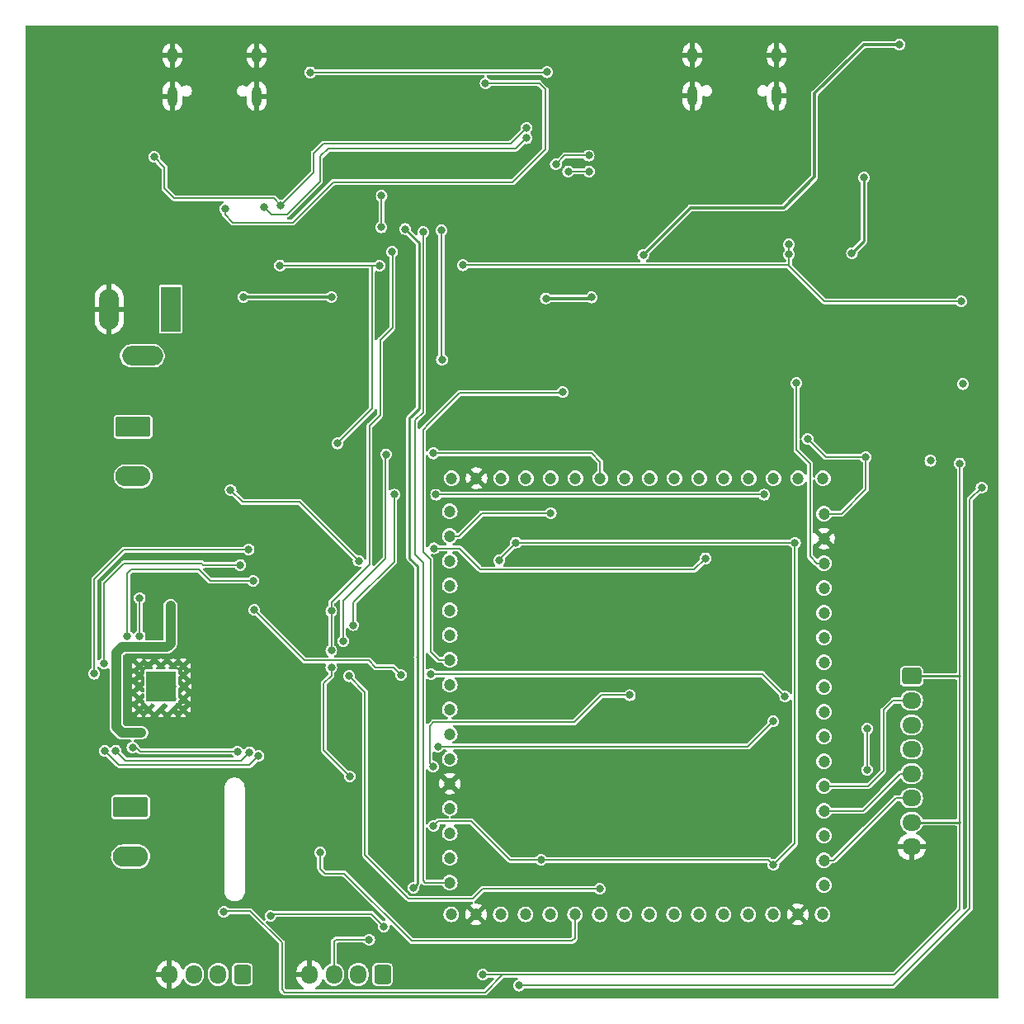
<source format=gbl>
G04 #@! TF.GenerationSoftware,KiCad,Pcbnew,(6.0.0)*
G04 #@! TF.CreationDate,2022-08-31T12:15:38-03:00*
G04 #@! TF.ProjectId,PCBMestrado_v1,5043424d-6573-4747-9261-646f5f76312e,rev?*
G04 #@! TF.SameCoordinates,Original*
G04 #@! TF.FileFunction,Copper,L2,Bot*
G04 #@! TF.FilePolarity,Positive*
%FSLAX46Y46*%
G04 Gerber Fmt 4.6, Leading zero omitted, Abs format (unit mm)*
G04 Created by KiCad (PCBNEW (6.0.0)) date 2022-08-31 12:15:38*
%MOMM*%
%LPD*%
G01*
G04 APERTURE LIST*
G04 Aperture macros list*
%AMRoundRect*
0 Rectangle with rounded corners*
0 $1 Rounding radius*
0 $2 $3 $4 $5 $6 $7 $8 $9 X,Y pos of 4 corners*
0 Add a 4 corners polygon primitive as box body*
4,1,4,$2,$3,$4,$5,$6,$7,$8,$9,$2,$3,0*
0 Add four circle primitives for the rounded corners*
1,1,$1+$1,$2,$3*
1,1,$1+$1,$4,$5*
1,1,$1+$1,$6,$7*
1,1,$1+$1,$8,$9*
0 Add four rect primitives between the rounded corners*
20,1,$1+$1,$2,$3,$4,$5,0*
20,1,$1+$1,$4,$5,$6,$7,0*
20,1,$1+$1,$6,$7,$8,$9,0*
20,1,$1+$1,$8,$9,$2,$3,0*%
G04 Aperture macros list end*
G04 #@! TA.AperFunction,ComponentPad*
%ADD10RoundRect,0.250000X-0.725000X0.600000X-0.725000X-0.600000X0.725000X-0.600000X0.725000X0.600000X0*%
G04 #@! TD*
G04 #@! TA.AperFunction,ComponentPad*
%ADD11O,1.950000X1.700000*%
G04 #@! TD*
G04 #@! TA.AperFunction,SMDPad,CuDef*
%ADD12R,3.100000X3.100000*%
G04 #@! TD*
G04 #@! TA.AperFunction,ComponentPad*
%ADD13C,0.500000*%
G04 #@! TD*
G04 #@! TA.AperFunction,ComponentPad*
%ADD14O,1.000000X1.600000*%
G04 #@! TD*
G04 #@! TA.AperFunction,ComponentPad*
%ADD15O,1.000000X2.100000*%
G04 #@! TD*
G04 #@! TA.AperFunction,ComponentPad*
%ADD16C,1.200000*%
G04 #@! TD*
G04 #@! TA.AperFunction,ComponentPad*
%ADD17RoundRect,0.250000X0.600000X0.725000X-0.600000X0.725000X-0.600000X-0.725000X0.600000X-0.725000X0*%
G04 #@! TD*
G04 #@! TA.AperFunction,ComponentPad*
%ADD18O,1.700000X1.950000*%
G04 #@! TD*
G04 #@! TA.AperFunction,ComponentPad*
%ADD19RoundRect,0.249999X-1.550001X0.790001X-1.550001X-0.790001X1.550001X-0.790001X1.550001X0.790001X0*%
G04 #@! TD*
G04 #@! TA.AperFunction,ComponentPad*
%ADD20O,3.600000X2.080000*%
G04 #@! TD*
G04 #@! TA.AperFunction,ComponentPad*
%ADD21R,2.000000X4.600000*%
G04 #@! TD*
G04 #@! TA.AperFunction,ComponentPad*
%ADD22O,2.000000X4.200000*%
G04 #@! TD*
G04 #@! TA.AperFunction,ComponentPad*
%ADD23O,4.200000X2.000000*%
G04 #@! TD*
G04 #@! TA.AperFunction,ViaPad*
%ADD24C,0.800000*%
G04 #@! TD*
G04 #@! TA.AperFunction,ViaPad*
%ADD25C,3.500000*%
G04 #@! TD*
G04 #@! TA.AperFunction,Conductor*
%ADD26C,0.200000*%
G04 #@! TD*
G04 #@! TA.AperFunction,Conductor*
%ADD27C,0.250000*%
G04 #@! TD*
G04 #@! TA.AperFunction,Conductor*
%ADD28C,0.300000*%
G04 #@! TD*
G04 #@! TA.AperFunction,Conductor*
%ADD29C,1.000000*%
G04 #@! TD*
G04 APERTURE END LIST*
D10*
X190119000Y-117914400D03*
D11*
X190119000Y-120414400D03*
X190119000Y-122914400D03*
X190119000Y-125414400D03*
X190119000Y-127914400D03*
X190119000Y-130414400D03*
X190119000Y-132914400D03*
X190119000Y-135414400D03*
D12*
X113131600Y-118948200D03*
D13*
X111831600Y-118948200D03*
X114431600Y-120248200D03*
X115468400Y-118948200D03*
X115387600Y-117809800D03*
X110896400Y-120269000D03*
X110896400Y-116865400D03*
X113080800Y-121356600D03*
X110896400Y-118948200D03*
X114380800Y-121356600D03*
X113131600Y-118948200D03*
X115366800Y-116865400D03*
X111831600Y-120248200D03*
X114401600Y-117830600D03*
X114431600Y-118948200D03*
X111780800Y-121356600D03*
X111801600Y-117830600D03*
X111780800Y-116886200D03*
X110896400Y-121335800D03*
X113131600Y-120248200D03*
X115366800Y-121335800D03*
X113080800Y-116886200D03*
X110917200Y-117809800D03*
X113101600Y-117830600D03*
X115417600Y-120269000D03*
X114380800Y-116886200D03*
D14*
X167638000Y-54193800D03*
D15*
X167638000Y-58373800D03*
D14*
X176278000Y-54193800D03*
D15*
X176278000Y-58373800D03*
D16*
X142732200Y-101000800D03*
X142732200Y-103540800D03*
X142732200Y-106080800D03*
X142732200Y-108620800D03*
X142732200Y-111160800D03*
X142732200Y-113700800D03*
X142732200Y-116240800D03*
X142732200Y-118780800D03*
X142732200Y-121320800D03*
X142732200Y-123860800D03*
X142732200Y-126400800D03*
X142732200Y-128940800D03*
X142732200Y-131480800D03*
X142732200Y-134020800D03*
X142732200Y-136560800D03*
X142732200Y-139100800D03*
X142887200Y-142355800D03*
X145427200Y-142355800D03*
X147967200Y-142355800D03*
X150507200Y-142355800D03*
X153047200Y-142355800D03*
X155587200Y-142355800D03*
X158127200Y-142355800D03*
X160667200Y-142355800D03*
X163207200Y-142355800D03*
X165747200Y-142355800D03*
X168287200Y-142355800D03*
X170827200Y-142355800D03*
X173367200Y-142355800D03*
X175907200Y-142355800D03*
X178447200Y-142355800D03*
X180987200Y-142355800D03*
X181132200Y-139350800D03*
X181132200Y-136810800D03*
X181132200Y-134270800D03*
X181132200Y-131730800D03*
X181132200Y-129190800D03*
X181132200Y-126650800D03*
X181132200Y-124110800D03*
X181132200Y-121570800D03*
X181132200Y-119030800D03*
X181132200Y-116490800D03*
X181132200Y-113950800D03*
X181132200Y-111410800D03*
X181132200Y-108870800D03*
X181132200Y-106330800D03*
X181132200Y-103790800D03*
X181132200Y-101250800D03*
X181037200Y-97605800D03*
X178497200Y-97605800D03*
X175957200Y-97605800D03*
X173417200Y-97605800D03*
X170877200Y-97605800D03*
X168337200Y-97605800D03*
X165797200Y-97605800D03*
X163257200Y-97605800D03*
X160717200Y-97605800D03*
X158177200Y-97605800D03*
X155637200Y-97605800D03*
X153097200Y-97605800D03*
X150557200Y-97605800D03*
X148017200Y-97605800D03*
X145477200Y-97605800D03*
X142937200Y-97605800D03*
D17*
X135839200Y-148513800D03*
D18*
X133339200Y-148513800D03*
X130839200Y-148513800D03*
X128339200Y-148513800D03*
D19*
X110236000Y-92329000D03*
D20*
X110236000Y-97409000D03*
D15*
X114272600Y-58399200D03*
D14*
X122912600Y-54219200D03*
D15*
X122912600Y-58399200D03*
D14*
X114272600Y-54219200D03*
D21*
X114096800Y-80249000D03*
D22*
X107796800Y-80249000D03*
D23*
X111196800Y-85049000D03*
D19*
X109974900Y-131343400D03*
D20*
X109974900Y-136423400D03*
D17*
X121462800Y-148513800D03*
D18*
X118962800Y-148513800D03*
X116462800Y-148513800D03*
X113962800Y-148513800D03*
D24*
X160223200Y-60833000D03*
X127986313Y-82735948D03*
X161213800Y-60858400D03*
X135788400Y-114655600D03*
X192532000Y-53187600D03*
X175666400Y-84150200D03*
X101094039Y-63725398D03*
X125450600Y-128041400D03*
X179349400Y-53771800D03*
X158754000Y-116803800D03*
X175818800Y-66979800D03*
X190703200Y-111150400D03*
X160096200Y-71145400D03*
X194056000Y-131572000D03*
X131368800Y-123164600D03*
X157200600Y-146812000D03*
X177520600Y-63398400D03*
X126238000Y-143103600D03*
X137718800Y-85064600D03*
X136728200Y-53695600D03*
X193040000Y-122351800D03*
X132359400Y-123190000D03*
X136855200Y-69519800D03*
X102285800Y-71374000D03*
X149631400Y-53619400D03*
X143179800Y-64719200D03*
X135001000Y-109626400D03*
X193700400Y-88341200D03*
X193065400Y-131546600D03*
X162306000Y-89154000D03*
X143103600Y-61722000D03*
X115584578Y-101265665D03*
X127787400Y-58775600D03*
X125755400Y-125196600D03*
X194487800Y-81864200D03*
X174828200Y-66954400D03*
X136753600Y-52705000D03*
X163757800Y-122468000D03*
X126441200Y-128066800D03*
X102084639Y-63750798D03*
X190042800Y-101676200D03*
X159744600Y-116829200D03*
X164642800Y-116281200D03*
X184404000Y-87655400D03*
X127228600Y-143129000D03*
X196494400Y-144322800D03*
X117983000Y-117652800D03*
X194030600Y-122377200D03*
X159058800Y-122239400D03*
X118084600Y-120650000D03*
X135305800Y-59715400D03*
X151536400Y-59867800D03*
X156210000Y-146786600D03*
X158775400Y-92735400D03*
X159766000Y-92760800D03*
X118491000Y-75311000D03*
D25*
X196265800Y-54406800D03*
D24*
X180060600Y-71983600D03*
X192709800Y-88315800D03*
X175945800Y-146151600D03*
X135864600Y-133781800D03*
X107035600Y-119176800D03*
X126746000Y-125222000D03*
X119202200Y-117678200D03*
X136347200Y-128092200D03*
X186613800Y-140182600D03*
D25*
X102666800Y-147421600D03*
D24*
X119278400Y-120675400D03*
X173837600Y-94742000D03*
X160049400Y-122264800D03*
X159105600Y-71120000D03*
X164490400Y-119608600D03*
X165785800Y-78562200D03*
X135763000Y-115646200D03*
X141579600Y-53644800D03*
X170205400Y-89865200D03*
X191541400Y-53162200D03*
X195478400Y-81889600D03*
X126995713Y-82710548D03*
X176936400Y-146177000D03*
X108280200Y-53644800D03*
D25*
X103073200Y-54864000D03*
D24*
X140589000Y-53619400D03*
X116575178Y-101291065D03*
X161239200Y-54838600D03*
X130733800Y-119303800D03*
X165633400Y-116306600D03*
X119481600Y-75336400D03*
X189712600Y-111125000D03*
X181051200Y-72009000D03*
X144170400Y-64744600D03*
X123240800Y-115570000D03*
X171196000Y-89890600D03*
X135280400Y-60706000D03*
X144500600Y-147320000D03*
X103276400Y-71399400D03*
X164795200Y-78536800D03*
X191033400Y-101701600D03*
X123215400Y-116560600D03*
X133096000Y-99695000D03*
X176530000Y-63373000D03*
X185394600Y-87680800D03*
X127000000Y-88290400D03*
X136855200Y-133807200D03*
X135991600Y-109651800D03*
X127990600Y-88315800D03*
X136880600Y-68529200D03*
X160248600Y-54813200D03*
X161315400Y-89128600D03*
X132105400Y-99669600D03*
X131724400Y-119329200D03*
X164748400Y-122493400D03*
D25*
X195630800Y-147828000D03*
D24*
X195503800Y-144297400D03*
X136728200Y-85039200D03*
X151561800Y-58877200D03*
X126796800Y-58750200D03*
X196621400Y-63398400D03*
X165481000Y-119634000D03*
X143510000Y-147294600D03*
X135356600Y-128066800D03*
X195630800Y-63373000D03*
X174675800Y-84124800D03*
X105994200Y-119151400D03*
X109270800Y-53670200D03*
X185623200Y-140157200D03*
X150622000Y-53644800D03*
X172847000Y-94716600D03*
X180340000Y-53797200D03*
X144094200Y-61747400D03*
X132473700Y-128181100D03*
X146126200Y-148539200D03*
X135712200Y-71856600D03*
X135737600Y-68630800D03*
X192049400Y-95808800D03*
X179451000Y-93573600D03*
X130581400Y-115290600D03*
X175949800Y-137276200D03*
X119557800Y-142113000D03*
X152099200Y-136768200D03*
X130581400Y-111226600D03*
X149535300Y-104203900D03*
X195046600Y-96088200D03*
X147786100Y-106054700D03*
X136829800Y-74371200D03*
X141071600Y-133273800D03*
X178155900Y-104227100D03*
X130581400Y-117006100D03*
X185420000Y-95427800D03*
X131191000Y-94030800D03*
X197307200Y-98577400D03*
X125298200Y-75768200D03*
X135966200Y-143586200D03*
X144094200Y-75742800D03*
X149834600Y-149656800D03*
X195376800Y-87934800D03*
X195199000Y-79451200D03*
X135509000Y-75793600D03*
X177546000Y-74625200D03*
X177520600Y-73609200D03*
X124333000Y-142494000D03*
X162585400Y-74701400D03*
X130581400Y-78994000D03*
X188874400Y-53111400D03*
X114071400Y-110693200D03*
X152603200Y-79146400D03*
X121564400Y-78994000D03*
X157276800Y-79044800D03*
X111137022Y-123760822D03*
X108508800Y-119964200D03*
X111658400Y-114909600D03*
X108534200Y-118414800D03*
X185242200Y-66751200D03*
X183997600Y-74498200D03*
X153097200Y-101207600D03*
X120243600Y-98806000D03*
X133375400Y-106070400D03*
X185547000Y-127533400D03*
X185547000Y-123291600D03*
X153619200Y-65405000D03*
X156997400Y-64490600D03*
X157022800Y-66116200D03*
X154889200Y-66116200D03*
X141884400Y-72186800D03*
X141935200Y-85445600D03*
X158127200Y-139738600D03*
X132410200Y-117906800D03*
X175920400Y-122555000D03*
X141503400Y-125145800D03*
X141071600Y-95046800D03*
X136194800Y-95148400D03*
X131800600Y-114300000D03*
X161213800Y-119862600D03*
X141020800Y-127203200D03*
X137033000Y-99288600D03*
X132842000Y-112674400D03*
X141325600Y-99288600D03*
X175006000Y-99288600D03*
X168970100Y-105825700D03*
X141097000Y-104800400D03*
X110921800Y-109905800D03*
X110921800Y-113810100D03*
X154305000Y-88773000D03*
X128422400Y-55956200D03*
X152704800Y-55930800D03*
X125399800Y-69596000D03*
X112395000Y-64643000D03*
X150622000Y-61645800D03*
X146405600Y-57073800D03*
X119684800Y-69951600D03*
X123672600Y-69748400D03*
X150596600Y-62712600D03*
X122555000Y-108127800D03*
X109651800Y-113810100D03*
X110185200Y-125247400D03*
X120954800Y-125653800D03*
X107340400Y-125577600D03*
X123113800Y-126111000D03*
X108458000Y-125552200D03*
X122186700Y-125717300D03*
X121234200Y-106502200D03*
X107264200Y-116611400D03*
X106248200Y-117652800D03*
X122097800Y-104927400D03*
X140817600Y-117703600D03*
X137718800Y-117779800D03*
X122682000Y-111125000D03*
X177139600Y-120015000D03*
X139014200Y-139623800D03*
X138150600Y-72034400D03*
X140004800Y-72339200D03*
X134467600Y-144957800D03*
X178308000Y-87833200D03*
X129438400Y-136017000D03*
D26*
X107035600Y-119176800D02*
X106019600Y-119176800D01*
X106019600Y-119176800D02*
X105994200Y-119151400D01*
X175441800Y-136768200D02*
X175949800Y-137276200D01*
X125501400Y-145262600D02*
X125501400Y-150037800D01*
X145110200Y-132969000D02*
X144957800Y-132816600D01*
X188341000Y-148539200D02*
X148183600Y-148539200D01*
X147786100Y-105953100D02*
X147786100Y-106054700D01*
X129794000Y-125501400D02*
X132473700Y-128181100D01*
X136855200Y-74396600D02*
X136855200Y-82169000D01*
X125831600Y-150368000D02*
X146354800Y-150368000D01*
X185420000Y-95427800D02*
X181305200Y-95427800D01*
D27*
X195013600Y-117914400D02*
X195072000Y-117856000D01*
D26*
X178155900Y-135070100D02*
X178155900Y-104227100D01*
X119557800Y-142113000D02*
X119634000Y-142036800D01*
X132613400Y-128320800D02*
X132473700Y-128181100D01*
X130581400Y-111226600D02*
X130581400Y-115290600D01*
X152099200Y-136768200D02*
X175441800Y-136768200D01*
X144957800Y-132816600D02*
X141706600Y-132816600D01*
D27*
X190119000Y-132914400D02*
X195025000Y-132914400D01*
D26*
X125501400Y-150037800D02*
X125831600Y-150368000D01*
X136829800Y-74371200D02*
X136855200Y-74396600D01*
X181132200Y-101250800D02*
X182949800Y-101250800D01*
X148909400Y-136768200D02*
X145110200Y-132969000D01*
X185420000Y-98780600D02*
X185420000Y-95427800D01*
X152099200Y-136768200D02*
X148909400Y-136768200D01*
X129794000Y-118668800D02*
X129794000Y-125501400D01*
X178155900Y-104227100D02*
X149558500Y-104227100D01*
X149535300Y-104203900D02*
X147786100Y-105953100D01*
X146354800Y-150368000D02*
X148183600Y-148539200D01*
X119634000Y-142036800D02*
X122275600Y-142036800D01*
D27*
X190119000Y-117914400D02*
X195013600Y-117914400D01*
D26*
X135737600Y-71831200D02*
X135712200Y-71856600D01*
X122275600Y-142036800D02*
X125501400Y-145262600D01*
X141528800Y-132816600D02*
X141071600Y-133273800D01*
X130581400Y-117006100D02*
X130581400Y-117881400D01*
X195072000Y-132867400D02*
X195072000Y-141808200D01*
X195072000Y-141808200D02*
X188341000Y-148539200D01*
X195046600Y-96088200D02*
X195072000Y-96113600D01*
X135585200Y-91135200D02*
X134493000Y-92227400D01*
X149558500Y-104227100D02*
X149535300Y-104203900D01*
X135737600Y-68630800D02*
X135737600Y-71831200D01*
X135585200Y-83439000D02*
X135585200Y-91135200D01*
D27*
X195025000Y-132914400D02*
X195072000Y-132867400D01*
D26*
X136855200Y-82169000D02*
X135585200Y-83439000D01*
X195072000Y-117856000D02*
X195072000Y-132867400D01*
X195072000Y-96113600D02*
X195072000Y-117856000D01*
X182949800Y-101250800D02*
X185420000Y-98780600D01*
X175949800Y-137276200D02*
X178155900Y-135070100D01*
X181305200Y-95427800D02*
X179451000Y-93573600D01*
X134493000Y-106426000D02*
X130581400Y-110337600D01*
X130581400Y-117881400D02*
X129794000Y-118668800D01*
X141706600Y-132816600D02*
X141528800Y-132816600D01*
X130581400Y-110337600D02*
X130581400Y-111226600D01*
X134493000Y-92227400D02*
X134493000Y-106426000D01*
X146126200Y-148539200D02*
X148183600Y-148539200D01*
X177546000Y-75666600D02*
X177469800Y-75742800D01*
X134696200Y-142316200D02*
X125399800Y-142316200D01*
X134747000Y-77927200D02*
X134747000Y-75793600D01*
X134594600Y-75768200D02*
X134721600Y-75768200D01*
X134747000Y-77927200D02*
X134747000Y-77647800D01*
X124510800Y-142316200D02*
X124333000Y-142494000D01*
X144094200Y-75742800D02*
X177469800Y-75742800D01*
X177546000Y-73634600D02*
X177520600Y-73609200D01*
X131191000Y-94030800D02*
X134747000Y-90474800D01*
X188188600Y-149656800D02*
X149834600Y-149656800D01*
X197307200Y-98577400D02*
X196088000Y-99796600D01*
X196088000Y-99796600D02*
X196088000Y-141757400D01*
X135966200Y-143586200D02*
X134696200Y-142316200D01*
X125399800Y-142316200D02*
X124510800Y-142316200D01*
X134594600Y-75768200D02*
X135483600Y-75768200D01*
X180111400Y-78384400D02*
X181178200Y-79451200D01*
X125298200Y-75768200D02*
X134594600Y-75768200D01*
X177469800Y-75742800D02*
X180111400Y-78384400D01*
X196088000Y-141757400D02*
X188188600Y-149656800D01*
X135483600Y-75768200D02*
X135509000Y-75793600D01*
X177546000Y-74625200D02*
X177546000Y-75666600D01*
X134747000Y-90474800D02*
X134747000Y-77927200D01*
X181178200Y-79451200D02*
X195199000Y-79451200D01*
X177546000Y-74625200D02*
X177546000Y-73634600D01*
X134747000Y-75793600D02*
X134721600Y-75768200D01*
X135559800Y-75742800D02*
X135509000Y-75793600D01*
D28*
X180162200Y-58140600D02*
X184302400Y-54000400D01*
D29*
X111099600Y-123723400D02*
X109093000Y-123723400D01*
X109118400Y-114909600D02*
X111658400Y-114909600D01*
D28*
X111137022Y-123760822D02*
X111099600Y-123723400D01*
X176987200Y-69850000D02*
X180162200Y-66675000D01*
X180162200Y-66675000D02*
X180162200Y-64287400D01*
X184302400Y-54000400D02*
X185191400Y-53111400D01*
D29*
X113715800Y-114909600D02*
X113830100Y-114795300D01*
D28*
X108534200Y-118414800D02*
X108508800Y-118440200D01*
D29*
X111658400Y-114909600D02*
X113715800Y-114909600D01*
D28*
X180162200Y-64287400D02*
X180162200Y-58140600D01*
X108508800Y-118440200D02*
X108508800Y-119151400D01*
X152603200Y-79146400D02*
X157175200Y-79146400D01*
D29*
X109093000Y-123723400D02*
X108508800Y-123139200D01*
X108508800Y-119151400D02*
X108508800Y-119964200D01*
D28*
X157175200Y-79146400D02*
X157276800Y-79044800D01*
X162585400Y-74701400D02*
X167436800Y-69850000D01*
D29*
X108508800Y-123139200D02*
X108508800Y-119964200D01*
D28*
X167436800Y-69850000D02*
X176987200Y-69850000D01*
D29*
X114071400Y-110693200D02*
X114071400Y-114554000D01*
X114071400Y-114554000D02*
X113830100Y-114795300D01*
X108508800Y-115519200D02*
X109118400Y-114909600D01*
D28*
X185191400Y-53111400D02*
X188874400Y-53111400D01*
D29*
X108508800Y-119151400D02*
X108508800Y-115519200D01*
D28*
X121564400Y-78994000D02*
X130581400Y-78994000D01*
D27*
X185242200Y-66751200D02*
X185242200Y-73253600D01*
X185242200Y-73253600D02*
X183997600Y-74498200D01*
D26*
X143677400Y-103540800D02*
X146010600Y-101207600D01*
X146010600Y-101207600D02*
X153097200Y-101207600D01*
X142732200Y-103540800D02*
X143677400Y-103540800D01*
X127355600Y-100050600D02*
X125653800Y-100050600D01*
X133375400Y-106070400D02*
X127355600Y-100050600D01*
X125653800Y-100050600D02*
X121488200Y-100050600D01*
X121488200Y-100050600D02*
X120243600Y-98806000D01*
X182111600Y-136810800D02*
X188508000Y-130414400D01*
X188508000Y-130414400D02*
X190119000Y-130414400D01*
X181132200Y-136810800D02*
X182111600Y-136810800D01*
X188976000Y-127914400D02*
X190119000Y-127914400D01*
X185159600Y-131730800D02*
X188976000Y-127914400D01*
X181132200Y-131730800D02*
X185159600Y-131730800D01*
X185547000Y-127533400D02*
X185547000Y-123291600D01*
X154533600Y-64490600D02*
X156997400Y-64490600D01*
X153619200Y-65405000D02*
X154533600Y-64490600D01*
X154889200Y-66116200D02*
X157022800Y-66116200D01*
X141884400Y-72186800D02*
X141884400Y-85394800D01*
X141884400Y-85394800D02*
X141935200Y-85445600D01*
X187248800Y-127584200D02*
X187248800Y-121386600D01*
X187248800Y-121386600D02*
X188221000Y-120414400D01*
X185642200Y-129190800D02*
X187248800Y-127584200D01*
X188221000Y-120414400D02*
X190119000Y-120414400D01*
X181132200Y-129190800D02*
X185642200Y-129190800D01*
X132410200Y-117906800D02*
X134035800Y-119532400D01*
X146138400Y-139738600D02*
X158127200Y-139738600D01*
X145110200Y-140766800D02*
X146138400Y-139738600D01*
X134035800Y-136271000D02*
X138531600Y-140766800D01*
X138531600Y-140766800D02*
X145110200Y-140766800D01*
X134035800Y-119532400D02*
X134035800Y-136271000D01*
X141503400Y-125145800D02*
X173329600Y-125145800D01*
X173329600Y-125145800D02*
X175920400Y-122555000D01*
X136194800Y-95148400D02*
X136144000Y-95199200D01*
X158177200Y-95921800D02*
X158177200Y-97605800D01*
X131800600Y-110210600D02*
X131800600Y-114300000D01*
X136144000Y-105867200D02*
X131800600Y-110210600D01*
X136144000Y-95199200D02*
X136144000Y-105867200D01*
X157302200Y-95046800D02*
X158177200Y-95921800D01*
X141071600Y-95046800D02*
X157302200Y-95046800D01*
X140690600Y-126873000D02*
X140690600Y-123012200D01*
X141020800Y-127203200D02*
X140690600Y-126873000D01*
X158292800Y-119862600D02*
X161213800Y-119862600D01*
X142925800Y-122631200D02*
X155524200Y-122631200D01*
X155524200Y-122631200D02*
X158292800Y-119862600D01*
X141071600Y-122631200D02*
X142925800Y-122631200D01*
X140690600Y-123012200D02*
X141071600Y-122631200D01*
X137033000Y-106172000D02*
X132842000Y-110363000D01*
X132842000Y-110363000D02*
X132842000Y-112674400D01*
X137033000Y-99288600D02*
X137033000Y-106172000D01*
X141325600Y-99288600D02*
X175006000Y-99288600D01*
X141097000Y-104800400D02*
X143713200Y-104800400D01*
X143713200Y-104800400D02*
X145897600Y-106984800D01*
X145897600Y-106984800D02*
X167811000Y-106984800D01*
X167811000Y-106984800D02*
X168970100Y-105825700D01*
X110921800Y-113810100D02*
X110921800Y-109905800D01*
X140563600Y-92049600D02*
X143738600Y-88874600D01*
X139979400Y-101092000D02*
X139979400Y-92633800D01*
X140741400Y-115392200D02*
X140741400Y-106629200D01*
X140868400Y-115519200D02*
X140741400Y-115392200D01*
X141590000Y-116240800D02*
X140868400Y-115519200D01*
X139979400Y-101092000D02*
X139979400Y-100736400D01*
X143738600Y-88874600D02*
X149809200Y-88874600D01*
X140741400Y-106629200D02*
X140741400Y-105943400D01*
X154203400Y-88874600D02*
X154305000Y-88773000D01*
X140741400Y-105943400D02*
X139979400Y-105181400D01*
X149809200Y-88874600D02*
X154203400Y-88874600D01*
X139979400Y-105181400D02*
X139979400Y-101092000D01*
X142732200Y-116240800D02*
X141590000Y-116240800D01*
X139979400Y-92633800D02*
X140563600Y-92049600D01*
X152679400Y-55956200D02*
X152704800Y-55930800D01*
X128422400Y-55956200D02*
X152679400Y-55956200D01*
X114452400Y-68859400D02*
X124663200Y-68859400D01*
X150622000Y-61645800D02*
X148996400Y-63271400D01*
X113461800Y-65709800D02*
X113461800Y-67868800D01*
X113461800Y-67868800D02*
X114452400Y-68859400D01*
X124663200Y-68859400D02*
X125399800Y-69596000D01*
X129768600Y-63271400D02*
X128778000Y-64262000D01*
X128778000Y-66217800D02*
X125399800Y-69596000D01*
X128778000Y-65836800D02*
X128778000Y-66217800D01*
X148996400Y-63271400D02*
X129768600Y-63271400D01*
X112395000Y-64643000D02*
X113461800Y-65709800D01*
X128778000Y-64262000D02*
X128778000Y-65836800D01*
X152552400Y-57708800D02*
X152552400Y-63855600D01*
X126619000Y-71374000D02*
X120472200Y-71374000D01*
X130784600Y-67208400D02*
X126619000Y-71374000D01*
X149199600Y-67208400D02*
X130784600Y-67208400D01*
X146405600Y-57073800D02*
X151917400Y-57073800D01*
X152552400Y-63855600D02*
X149199600Y-67208400D01*
X151917400Y-57073800D02*
X152552400Y-57708800D01*
X119684800Y-70586600D02*
X119684800Y-69951600D01*
X120472200Y-71374000D02*
X119684800Y-70586600D01*
X129463800Y-64566800D02*
X129413000Y-64617600D01*
X149529800Y-63779400D02*
X147929600Y-63779400D01*
X147929600Y-63779400D02*
X130251200Y-63779400D01*
X150596600Y-62712600D02*
X149529800Y-63779400D01*
X124460000Y-70535800D02*
X123672600Y-69748400D01*
X130251200Y-63779400D02*
X129463800Y-64566800D01*
X126009400Y-70535800D02*
X124460000Y-70535800D01*
X129413000Y-67132200D02*
X126009400Y-70535800D01*
X129413000Y-66268600D02*
X129413000Y-67132200D01*
X129413000Y-64617600D02*
X129413000Y-66268600D01*
X118160800Y-108127800D02*
X122555000Y-108127800D01*
X109651800Y-107365800D02*
X110032800Y-106984800D01*
X110032800Y-106984800D02*
X117017800Y-106984800D01*
X117017800Y-106984800D02*
X118160800Y-108127800D01*
X109651800Y-113810100D02*
X109651800Y-107365800D01*
X110896400Y-125577600D02*
X110693200Y-125374400D01*
X110972600Y-125653800D02*
X120954800Y-125653800D01*
X110566200Y-125247400D02*
X110896400Y-125577600D01*
X110185200Y-125247400D02*
X110566200Y-125247400D01*
X110972600Y-125653800D02*
X110896400Y-125577600D01*
X107340400Y-125577600D02*
X108813600Y-127050800D01*
X108813600Y-127050800D02*
X122174000Y-127050800D01*
X122174000Y-127050800D02*
X123113800Y-126111000D01*
X108458000Y-125552200D02*
X109474000Y-126568200D01*
X121335800Y-126568200D02*
X122186700Y-125717300D01*
X109474000Y-126568200D02*
X121335800Y-126568200D01*
X117297200Y-106349800D02*
X117449600Y-106502200D01*
X107264200Y-108356400D02*
X109270800Y-106349800D01*
X109270800Y-106349800D02*
X117297200Y-106349800D01*
X117449600Y-106502200D02*
X121234200Y-106502200D01*
X107264200Y-116611400D02*
X107264200Y-108356400D01*
X109296200Y-104927400D02*
X122097800Y-104927400D01*
X106248200Y-107975400D02*
X109296200Y-104927400D01*
X106248200Y-117652800D02*
X106248200Y-107975400D01*
X174828200Y-117703600D02*
X177139600Y-120015000D01*
X140817600Y-117703600D02*
X174828200Y-117703600D01*
X137718800Y-117779800D02*
X136931400Y-116992400D01*
X135128000Y-116992400D02*
X134442200Y-116306600D01*
X134442200Y-116306600D02*
X127863600Y-116306600D01*
X136931400Y-116992400D02*
X135128000Y-116992400D01*
X127863600Y-116306600D02*
X122682000Y-111125000D01*
D27*
X139395200Y-115773200D02*
X139395200Y-115925600D01*
X138607800Y-104114600D02*
X138607800Y-105816400D01*
X139395200Y-139242800D02*
X139014200Y-139623800D01*
X139065000Y-90932000D02*
X138607800Y-91389200D01*
X139579800Y-77343000D02*
X139579800Y-90417200D01*
X139395200Y-115773200D02*
X139395200Y-139242800D01*
X139579800Y-73463600D02*
X139579800Y-77343000D01*
X139579800Y-90417200D02*
X139065000Y-90932000D01*
X139395200Y-115925600D02*
X139369800Y-115951000D01*
X138150600Y-72034400D02*
X139579800Y-73463600D01*
X138607800Y-91389200D02*
X138607800Y-104114600D01*
X139395200Y-106603800D02*
X139395200Y-115773200D01*
X139065000Y-90932000D02*
X138734800Y-91262200D01*
X138607800Y-105816400D02*
X139395200Y-106603800D01*
D26*
X140004800Y-106248200D02*
X139166600Y-105410000D01*
X142732200Y-139100800D02*
X140167600Y-139100800D01*
X139979400Y-112270902D02*
X140004800Y-112245502D01*
X139166600Y-105410000D02*
X139166600Y-91668600D01*
X140004800Y-112245502D02*
X140004800Y-106248200D01*
X139979400Y-138912600D02*
X139979400Y-112270902D01*
X139166600Y-91668600D02*
X140004800Y-90830400D01*
X140167600Y-139100800D02*
X139979400Y-138912600D01*
X140004800Y-90830400D02*
X140004800Y-72339200D01*
X134467600Y-144957800D02*
X131038600Y-144957800D01*
X130839200Y-145157200D02*
X130839200Y-148513800D01*
X131038600Y-144957800D02*
X130839200Y-145157200D01*
X180422600Y-106330800D02*
X181132200Y-106330800D01*
X178308000Y-87833200D02*
X178308000Y-94716600D01*
X179705000Y-105613200D02*
X180422600Y-106330800D01*
X178308000Y-94716600D02*
X179705000Y-96113600D01*
X179705000Y-96113600D02*
X179705000Y-105613200D01*
X129438400Y-137668000D02*
X129438400Y-136017000D01*
X129946400Y-138176000D02*
X129438400Y-137668000D01*
X155270200Y-145084800D02*
X155587200Y-144767800D01*
X155587200Y-144767800D02*
X155587200Y-142355800D01*
X131927600Y-138176000D02*
X129946400Y-138176000D01*
X138836400Y-145084800D02*
X131927600Y-138176000D01*
X138836400Y-145084800D02*
X155270200Y-145084800D01*
G04 #@! TA.AperFunction,Conductor*
G36*
X198976553Y-51150202D02*
G01*
X199023046Y-51203858D01*
X199034432Y-51256168D01*
X199041740Y-79990525D01*
X199059762Y-150851600D01*
X199059768Y-150876936D01*
X199039783Y-150945062D01*
X198986139Y-150991568D01*
X198933736Y-151002968D01*
X141460234Y-150988351D01*
X99313000Y-150977632D01*
X99244884Y-150957613D01*
X99198405Y-150903945D01*
X99187032Y-150851600D01*
X99187079Y-150668866D01*
X99187558Y-148783993D01*
X112612210Y-148783993D01*
X112618924Y-148863125D01*
X112620714Y-148873597D01*
X112675930Y-149086335D01*
X112679465Y-149096375D01*
X112769737Y-149296770D01*
X112774906Y-149306056D01*
X112897650Y-149488375D01*
X112904319Y-149496670D01*
X113056028Y-149655700D01*
X113063986Y-149662741D01*
X113240325Y-149793941D01*
X113249362Y-149799545D01*
X113445284Y-149899157D01*
X113455135Y-149903157D01*
X113665040Y-149968334D01*
X113675424Y-149970617D01*
X113690843Y-149972661D01*
X113705007Y-149970465D01*
X113708800Y-149957278D01*
X113708800Y-149954992D01*
X114216800Y-149954992D01*
X114220773Y-149968523D01*
X114231380Y-149970048D01*
X114349221Y-149945323D01*
X114359417Y-149942263D01*
X114563829Y-149861537D01*
X114573361Y-149856806D01*
X114761262Y-149742784D01*
X114769852Y-149736520D01*
X114935852Y-149592473D01*
X114943272Y-149584842D01*
X115082626Y-149414889D01*
X115088650Y-149406122D01*
X115197376Y-149215118D01*
X115201841Y-149205454D01*
X115256364Y-149055247D01*
X115298409Y-148998039D01*
X115364708Y-148972643D01*
X115434212Y-148987123D01*
X115484855Y-149036881D01*
X115486860Y-149041035D01*
X115486865Y-149041051D01*
X115583582Y-149222951D01*
X115637998Y-149289671D01*
X115709894Y-149377825D01*
X115709897Y-149377828D01*
X115713789Y-149382600D01*
X115718536Y-149386527D01*
X115718538Y-149386529D01*
X115867775Y-149509989D01*
X115867779Y-149509991D01*
X115872525Y-149513918D01*
X116053745Y-149611903D01*
X116250546Y-149672823D01*
X116256671Y-149673467D01*
X116256672Y-149673467D01*
X116449302Y-149693713D01*
X116449304Y-149693713D01*
X116455431Y-149694357D01*
X116543756Y-149686319D01*
X116654458Y-149676245D01*
X116654461Y-149676244D01*
X116660597Y-149675686D01*
X116858228Y-149617520D01*
X117040798Y-149522074D01*
X117045599Y-149518214D01*
X117045602Y-149518212D01*
X117196546Y-149396850D01*
X117196547Y-149396850D01*
X117201353Y-149392985D01*
X117333776Y-149235170D01*
X117336744Y-149229772D01*
X117336747Y-149229767D01*
X117430057Y-149060035D01*
X117433024Y-149054638D01*
X117495316Y-148858268D01*
X117496274Y-148849732D01*
X117508907Y-148737098D01*
X117513300Y-148697936D01*
X117513300Y-148690641D01*
X117912300Y-148690641D01*
X117927320Y-148843830D01*
X117986865Y-149041051D01*
X118083582Y-149222951D01*
X118137998Y-149289671D01*
X118209894Y-149377825D01*
X118209897Y-149377828D01*
X118213789Y-149382600D01*
X118218536Y-149386527D01*
X118218538Y-149386529D01*
X118367775Y-149509989D01*
X118367779Y-149509991D01*
X118372525Y-149513918D01*
X118553745Y-149611903D01*
X118750546Y-149672823D01*
X118756671Y-149673467D01*
X118756672Y-149673467D01*
X118949302Y-149693713D01*
X118949304Y-149693713D01*
X118955431Y-149694357D01*
X119043756Y-149686319D01*
X119154458Y-149676245D01*
X119154461Y-149676244D01*
X119160597Y-149675686D01*
X119358228Y-149617520D01*
X119540798Y-149522074D01*
X119545599Y-149518214D01*
X119545602Y-149518212D01*
X119696546Y-149396850D01*
X119696547Y-149396850D01*
X119701353Y-149392985D01*
X119785558Y-149292634D01*
X120412300Y-149292634D01*
X120415281Y-149324169D01*
X120460166Y-149451984D01*
X120465758Y-149459554D01*
X120465759Y-149459557D01*
X120514046Y-149524931D01*
X120540650Y-149560950D01*
X120548221Y-149566542D01*
X120642043Y-149635841D01*
X120642046Y-149635842D01*
X120649616Y-149641434D01*
X120777431Y-149686319D01*
X120785077Y-149687042D01*
X120785078Y-149687042D01*
X120791048Y-149687606D01*
X120808966Y-149689300D01*
X122116634Y-149689300D01*
X122134552Y-149687606D01*
X122140522Y-149687042D01*
X122140523Y-149687042D01*
X122148169Y-149686319D01*
X122275984Y-149641434D01*
X122283554Y-149635842D01*
X122283557Y-149635841D01*
X122377379Y-149566542D01*
X122384950Y-149560950D01*
X122411554Y-149524931D01*
X122459841Y-149459557D01*
X122459842Y-149459554D01*
X122465434Y-149451984D01*
X122510319Y-149324169D01*
X122513300Y-149292634D01*
X122513300Y-147734966D01*
X122510319Y-147703431D01*
X122465434Y-147575616D01*
X122459842Y-147568046D01*
X122459841Y-147568043D01*
X122390542Y-147474221D01*
X122384950Y-147466650D01*
X122342272Y-147435127D01*
X122283557Y-147391759D01*
X122283554Y-147391758D01*
X122275984Y-147386166D01*
X122148169Y-147341281D01*
X122140523Y-147340558D01*
X122140522Y-147340558D01*
X122134552Y-147339994D01*
X122116634Y-147338300D01*
X120808966Y-147338300D01*
X120791048Y-147339994D01*
X120785078Y-147340558D01*
X120785077Y-147340558D01*
X120777431Y-147341281D01*
X120649616Y-147386166D01*
X120642046Y-147391758D01*
X120642043Y-147391759D01*
X120583328Y-147435127D01*
X120540650Y-147466650D01*
X120535058Y-147474221D01*
X120465759Y-147568043D01*
X120465758Y-147568046D01*
X120460166Y-147575616D01*
X120415281Y-147703431D01*
X120412300Y-147734966D01*
X120412300Y-149292634D01*
X119785558Y-149292634D01*
X119833776Y-149235170D01*
X119836744Y-149229772D01*
X119836747Y-149229767D01*
X119930057Y-149060035D01*
X119933024Y-149054638D01*
X119995316Y-148858268D01*
X119996274Y-148849732D01*
X120008907Y-148737098D01*
X120013300Y-148697936D01*
X120013300Y-148336959D01*
X119998280Y-148183770D01*
X119938735Y-147986549D01*
X119842018Y-147804649D01*
X119753556Y-147696184D01*
X119715706Y-147649775D01*
X119715703Y-147649772D01*
X119711811Y-147645000D01*
X119683378Y-147621478D01*
X119557825Y-147517611D01*
X119557821Y-147517609D01*
X119553075Y-147513682D01*
X119371855Y-147415697D01*
X119175054Y-147354777D01*
X119168929Y-147354133D01*
X119168928Y-147354133D01*
X118976298Y-147333887D01*
X118976296Y-147333887D01*
X118970169Y-147333243D01*
X118889788Y-147340558D01*
X118771142Y-147351355D01*
X118771139Y-147351356D01*
X118765003Y-147351914D01*
X118567372Y-147410080D01*
X118384802Y-147505526D01*
X118380001Y-147509386D01*
X118379998Y-147509388D01*
X118307046Y-147568043D01*
X118224247Y-147634615D01*
X118091824Y-147792430D01*
X118088856Y-147797828D01*
X118088853Y-147797833D01*
X118003507Y-147953078D01*
X117992576Y-147972962D01*
X117930284Y-148169332D01*
X117929598Y-148175449D01*
X117929597Y-148175453D01*
X117922826Y-148235821D01*
X117912300Y-148329664D01*
X117912300Y-148690641D01*
X117513300Y-148690641D01*
X117513300Y-148336959D01*
X117498280Y-148183770D01*
X117438735Y-147986549D01*
X117342018Y-147804649D01*
X117253556Y-147696184D01*
X117215706Y-147649775D01*
X117215703Y-147649772D01*
X117211811Y-147645000D01*
X117183378Y-147621478D01*
X117057825Y-147517611D01*
X117057821Y-147517609D01*
X117053075Y-147513682D01*
X116871855Y-147415697D01*
X116675054Y-147354777D01*
X116668929Y-147354133D01*
X116668928Y-147354133D01*
X116476298Y-147333887D01*
X116476296Y-147333887D01*
X116470169Y-147333243D01*
X116389788Y-147340558D01*
X116271142Y-147351355D01*
X116271139Y-147351356D01*
X116265003Y-147351914D01*
X116067372Y-147410080D01*
X115884802Y-147505526D01*
X115880001Y-147509386D01*
X115879998Y-147509388D01*
X115807046Y-147568043D01*
X115724247Y-147634615D01*
X115591824Y-147792430D01*
X115588856Y-147797828D01*
X115588853Y-147797833D01*
X115519351Y-147924258D01*
X115492576Y-147972962D01*
X115491366Y-147976778D01*
X115446624Y-148030934D01*
X115378993Y-148052532D01*
X115310420Y-148034137D01*
X115262679Y-147981590D01*
X115254071Y-147958221D01*
X115249670Y-147941265D01*
X115246135Y-147931225D01*
X115155863Y-147730830D01*
X115150694Y-147721544D01*
X115027950Y-147539225D01*
X115021281Y-147530930D01*
X114869572Y-147371900D01*
X114861614Y-147364859D01*
X114685275Y-147233659D01*
X114676238Y-147228055D01*
X114480316Y-147128443D01*
X114470465Y-147124443D01*
X114260560Y-147059266D01*
X114250176Y-147056983D01*
X114234757Y-147054939D01*
X114220593Y-147057135D01*
X114216800Y-147070322D01*
X114216800Y-149954992D01*
X113708800Y-149954992D01*
X113708800Y-148785915D01*
X113704325Y-148770676D01*
X113702935Y-148769471D01*
X113695252Y-148767800D01*
X112628951Y-148767800D01*
X112614273Y-148772110D01*
X112612210Y-148783993D01*
X99187558Y-148783993D01*
X99187696Y-148241974D01*
X112609296Y-148241974D01*
X112610715Y-148255214D01*
X112625350Y-148259800D01*
X113690685Y-148259800D01*
X113705924Y-148255325D01*
X113707129Y-148253935D01*
X113708800Y-148246252D01*
X113708800Y-147072608D01*
X113704827Y-147059077D01*
X113694220Y-147057552D01*
X113576379Y-147082277D01*
X113566183Y-147085337D01*
X113361771Y-147166063D01*
X113352239Y-147170794D01*
X113164339Y-147284815D01*
X113155748Y-147291080D01*
X112989748Y-147435127D01*
X112982328Y-147442758D01*
X112842974Y-147612711D01*
X112836950Y-147621478D01*
X112728224Y-147812482D01*
X112723759Y-147822146D01*
X112648769Y-148028741D01*
X112645998Y-148039008D01*
X112609296Y-148241974D01*
X99187696Y-148241974D01*
X99189255Y-142113000D01*
X118952118Y-142113000D01*
X118972756Y-142269762D01*
X119033264Y-142415841D01*
X119129518Y-142541282D01*
X119254959Y-142637536D01*
X119401038Y-142698044D01*
X119557800Y-142718682D01*
X119565988Y-142717604D01*
X119706374Y-142699122D01*
X119714562Y-142698044D01*
X119860641Y-142637536D01*
X119986082Y-142541282D01*
X120082336Y-142415841D01*
X120085497Y-142408210D01*
X120089625Y-142401060D01*
X120092584Y-142402768D01*
X120127153Y-142359832D01*
X120199059Y-142337300D01*
X122098939Y-142337300D01*
X122167060Y-142357302D01*
X122188034Y-142374205D01*
X125163995Y-145350166D01*
X125198021Y-145412478D01*
X125200900Y-145439261D01*
X125200900Y-149985434D01*
X125200704Y-149988107D01*
X125198975Y-149993142D01*
X125199411Y-150004764D01*
X125199411Y-150004766D01*
X125200811Y-150042055D01*
X125200900Y-150046781D01*
X125200900Y-150065748D01*
X125201782Y-150070483D01*
X125202010Y-150074009D01*
X125203174Y-150105008D01*
X125207764Y-150115693D01*
X125208801Y-150120293D01*
X125212362Y-150132014D01*
X125214061Y-150136417D01*
X125216191Y-150147853D01*
X125222295Y-150157755D01*
X125229127Y-150168839D01*
X125237631Y-150185211D01*
X125243851Y-150199688D01*
X125243853Y-150199692D01*
X125247364Y-150207863D01*
X125251378Y-150212749D01*
X125253563Y-150214934D01*
X125255615Y-150217197D01*
X125255455Y-150217342D01*
X125262575Y-150226349D01*
X125268827Y-150233244D01*
X125274932Y-150243148D01*
X125296519Y-150259563D01*
X125296707Y-150259706D01*
X125309536Y-150270907D01*
X125582088Y-150543460D01*
X125583837Y-150545486D01*
X125586175Y-150550269D01*
X125622090Y-150583585D01*
X125625469Y-150586841D01*
X125638876Y-150600248D01*
X125642855Y-150602978D01*
X125645484Y-150605286D01*
X125668246Y-150626401D01*
X125679053Y-150630712D01*
X125683048Y-150633238D01*
X125693842Y-150639001D01*
X125698154Y-150640912D01*
X125707746Y-150647492D01*
X125719063Y-150650178D01*
X125719064Y-150650178D01*
X125731727Y-150653183D01*
X125749324Y-150658748D01*
X125763962Y-150664588D01*
X125763965Y-150664589D01*
X125772222Y-150667883D01*
X125778515Y-150668500D01*
X125781594Y-150668500D01*
X125784667Y-150668650D01*
X125784656Y-150668866D01*
X125796031Y-150670198D01*
X125805346Y-150670654D01*
X125816666Y-150673340D01*
X125828195Y-150671771D01*
X125828196Y-150671771D01*
X125843773Y-150669651D01*
X125860764Y-150668500D01*
X146302434Y-150668500D01*
X146305107Y-150668696D01*
X146310142Y-150670425D01*
X146321764Y-150669989D01*
X146321766Y-150669989D01*
X146359055Y-150668589D01*
X146363781Y-150668500D01*
X146382748Y-150668500D01*
X146387483Y-150667618D01*
X146391009Y-150667390D01*
X146394749Y-150667249D01*
X146422008Y-150666226D01*
X146432693Y-150661636D01*
X146437293Y-150660599D01*
X146449014Y-150657038D01*
X146453417Y-150655339D01*
X146464853Y-150653209D01*
X146485841Y-150640272D01*
X146502211Y-150631769D01*
X146516688Y-150625549D01*
X146516692Y-150625547D01*
X146524863Y-150622036D01*
X146529749Y-150618022D01*
X146531934Y-150615837D01*
X146534197Y-150613785D01*
X146534342Y-150613945D01*
X146543349Y-150606825D01*
X146550244Y-150600573D01*
X146560148Y-150594468D01*
X146576716Y-150572680D01*
X146587910Y-150559861D01*
X148271166Y-148876605D01*
X148333478Y-148842579D01*
X148360261Y-148839700D01*
X149604626Y-148839700D01*
X149672747Y-148859702D01*
X149719240Y-148913358D01*
X149729344Y-148983632D01*
X149699850Y-149048212D01*
X149652844Y-149082109D01*
X149531759Y-149132264D01*
X149406318Y-149228518D01*
X149310064Y-149353959D01*
X149249556Y-149500038D01*
X149228918Y-149656800D01*
X149249556Y-149813562D01*
X149310064Y-149959641D01*
X149318050Y-149970048D01*
X149391483Y-150065748D01*
X149406318Y-150085082D01*
X149531759Y-150181336D01*
X149677838Y-150241844D01*
X149834600Y-150262482D01*
X149842788Y-150261404D01*
X149983174Y-150242922D01*
X149991362Y-150241844D01*
X150137441Y-150181336D01*
X150262882Y-150085082D01*
X150323107Y-150006596D01*
X150380444Y-149964729D01*
X150423069Y-149957300D01*
X188136234Y-149957300D01*
X188138907Y-149957496D01*
X188143942Y-149959225D01*
X188155564Y-149958789D01*
X188155566Y-149958789D01*
X188192855Y-149957389D01*
X188197581Y-149957300D01*
X188216548Y-149957300D01*
X188221283Y-149956418D01*
X188224809Y-149956190D01*
X188228549Y-149956049D01*
X188255808Y-149955026D01*
X188266493Y-149950436D01*
X188271093Y-149949399D01*
X188282814Y-149945838D01*
X188287217Y-149944139D01*
X188298653Y-149942009D01*
X188319641Y-149929072D01*
X188336011Y-149920569D01*
X188350488Y-149914349D01*
X188350492Y-149914347D01*
X188358663Y-149910836D01*
X188363549Y-149906822D01*
X188365734Y-149904637D01*
X188367997Y-149902585D01*
X188368142Y-149902745D01*
X188377149Y-149895625D01*
X188384044Y-149889373D01*
X188393948Y-149883268D01*
X188410516Y-149861480D01*
X188421710Y-149848661D01*
X196263452Y-142006919D01*
X196265486Y-142005163D01*
X196270269Y-142002825D01*
X196280598Y-141991691D01*
X196303573Y-141966923D01*
X196306853Y-141963518D01*
X196320248Y-141950123D01*
X196322972Y-141946153D01*
X196325297Y-141943505D01*
X196338490Y-141929282D01*
X196346401Y-141920754D01*
X196350713Y-141909947D01*
X196353232Y-141905962D01*
X196359004Y-141895153D01*
X196360911Y-141890848D01*
X196367493Y-141881254D01*
X196373186Y-141857264D01*
X196378751Y-141839668D01*
X196384586Y-141825042D01*
X196387883Y-141816778D01*
X196388500Y-141810485D01*
X196388500Y-141807403D01*
X196388650Y-141804333D01*
X196388866Y-141804344D01*
X196390198Y-141792969D01*
X196390653Y-141783655D01*
X196393340Y-141772334D01*
X196390930Y-141754621D01*
X196389651Y-141745227D01*
X196388500Y-141728236D01*
X196388500Y-99973261D01*
X196408502Y-99905140D01*
X196425405Y-99884166D01*
X197103575Y-99205996D01*
X197165887Y-99171970D01*
X197209116Y-99170169D01*
X197307200Y-99183082D01*
X197315388Y-99182004D01*
X197455774Y-99163522D01*
X197463962Y-99162444D01*
X197610041Y-99101936D01*
X197735482Y-99005682D01*
X197831736Y-98880241D01*
X197892244Y-98734162D01*
X197912882Y-98577400D01*
X197892244Y-98420638D01*
X197831736Y-98274559D01*
X197735482Y-98149118D01*
X197610041Y-98052864D01*
X197463962Y-97992356D01*
X197436595Y-97988753D01*
X197329015Y-97974590D01*
X197307200Y-97971718D01*
X197285385Y-97974590D01*
X197177806Y-97988753D01*
X197150438Y-97992356D01*
X197004359Y-98052864D01*
X196878918Y-98149118D01*
X196782664Y-98274559D01*
X196722156Y-98420638D01*
X196701518Y-98577400D01*
X196702596Y-98585588D01*
X196714431Y-98675484D01*
X196703492Y-98745632D01*
X196678604Y-98781025D01*
X195912548Y-99547081D01*
X195910514Y-99548837D01*
X195905731Y-99551175D01*
X195897819Y-99559704D01*
X195897818Y-99559705D01*
X195872427Y-99587077D01*
X195869147Y-99590482D01*
X195855752Y-99603877D01*
X195853028Y-99607847D01*
X195850703Y-99610495D01*
X195837508Y-99624719D01*
X195837506Y-99624722D01*
X195829599Y-99633246D01*
X195825289Y-99644050D01*
X195822767Y-99648039D01*
X195817006Y-99658827D01*
X195815089Y-99663152D01*
X195808508Y-99672746D01*
X195805822Y-99684065D01*
X195805821Y-99684067D01*
X195802817Y-99696727D01*
X195797252Y-99714324D01*
X195791412Y-99728962D01*
X195788117Y-99737222D01*
X195787500Y-99743515D01*
X195787500Y-99746594D01*
X195787350Y-99749667D01*
X195787134Y-99749656D01*
X195785802Y-99761031D01*
X195785346Y-99770346D01*
X195782660Y-99781666D01*
X195784229Y-99793195D01*
X195784229Y-99793196D01*
X195786349Y-99808773D01*
X195787500Y-99825764D01*
X195787500Y-141580738D01*
X195767498Y-141648859D01*
X195750595Y-141669833D01*
X195587595Y-141832833D01*
X195525283Y-141866859D01*
X195454468Y-141861794D01*
X195397632Y-141819247D01*
X195372821Y-141752727D01*
X195372500Y-141743738D01*
X195372500Y-133020145D01*
X195376793Y-132987533D01*
X195398411Y-132906855D01*
X195398411Y-132906854D01*
X195401264Y-132896207D01*
X195391259Y-132781855D01*
X195384305Y-132766942D01*
X195372500Y-132713692D01*
X195372500Y-118008745D01*
X195376793Y-117976133D01*
X195398411Y-117895455D01*
X195398411Y-117895454D01*
X195401264Y-117884807D01*
X195396218Y-117827138D01*
X195392220Y-117781437D01*
X195392220Y-117781436D01*
X195391259Y-117770455D01*
X195384305Y-117755542D01*
X195372500Y-117702292D01*
X195372500Y-96657179D01*
X195392502Y-96589058D01*
X195421796Y-96557216D01*
X195468337Y-96521504D01*
X195474882Y-96516482D01*
X195571136Y-96391041D01*
X195631644Y-96244962D01*
X195652282Y-96088200D01*
X195637269Y-95974166D01*
X195632722Y-95939626D01*
X195631644Y-95931438D01*
X195571136Y-95785359D01*
X195474882Y-95659918D01*
X195349441Y-95563664D01*
X195203362Y-95503156D01*
X195046600Y-95482518D01*
X194889838Y-95503156D01*
X194743759Y-95563664D01*
X194618318Y-95659918D01*
X194522064Y-95785359D01*
X194461556Y-95931438D01*
X194460478Y-95939626D01*
X194455931Y-95974166D01*
X194440918Y-96088200D01*
X194461556Y-96244962D01*
X194522064Y-96391041D01*
X194618318Y-96516482D01*
X194712902Y-96589058D01*
X194722204Y-96596196D01*
X194764071Y-96653534D01*
X194771500Y-96696159D01*
X194771500Y-117462900D01*
X194751498Y-117531021D01*
X194697842Y-117577514D01*
X194645500Y-117588900D01*
X191420500Y-117588900D01*
X191352379Y-117568898D01*
X191305886Y-117515242D01*
X191294500Y-117462900D01*
X191294500Y-117260566D01*
X191291519Y-117229031D01*
X191246634Y-117101216D01*
X191241042Y-117093646D01*
X191241041Y-117093643D01*
X191171742Y-116999821D01*
X191166150Y-116992250D01*
X191144541Y-116976289D01*
X191064757Y-116917359D01*
X191064754Y-116917358D01*
X191057184Y-116911766D01*
X190929369Y-116866881D01*
X190921723Y-116866158D01*
X190921722Y-116866158D01*
X190913247Y-116865357D01*
X190897834Y-116863900D01*
X189340166Y-116863900D01*
X189324753Y-116865357D01*
X189316278Y-116866158D01*
X189316277Y-116866158D01*
X189308631Y-116866881D01*
X189180816Y-116911766D01*
X189173246Y-116917358D01*
X189173243Y-116917359D01*
X189093459Y-116976289D01*
X189071850Y-116992250D01*
X189066258Y-116999821D01*
X188996959Y-117093643D01*
X188996958Y-117093646D01*
X188991366Y-117101216D01*
X188946481Y-117229031D01*
X188943500Y-117260566D01*
X188943500Y-118568234D01*
X188946481Y-118599769D01*
X188991366Y-118727584D01*
X188996958Y-118735154D01*
X188996959Y-118735157D01*
X189030672Y-118780800D01*
X189071850Y-118836550D01*
X189084203Y-118845674D01*
X189173243Y-118911441D01*
X189173246Y-118911442D01*
X189180816Y-118917034D01*
X189308631Y-118961919D01*
X189316277Y-118962642D01*
X189316278Y-118962642D01*
X189322248Y-118963206D01*
X189340166Y-118964900D01*
X190897834Y-118964900D01*
X190915752Y-118963206D01*
X190921722Y-118962642D01*
X190921723Y-118962642D01*
X190929369Y-118961919D01*
X191057184Y-118917034D01*
X191064754Y-118911442D01*
X191064757Y-118911441D01*
X191153797Y-118845674D01*
X191166150Y-118836550D01*
X191207328Y-118780800D01*
X191241041Y-118735157D01*
X191241042Y-118735154D01*
X191246634Y-118727584D01*
X191291519Y-118599769D01*
X191294500Y-118568234D01*
X191294500Y-118365900D01*
X191314502Y-118297779D01*
X191368158Y-118251286D01*
X191420500Y-118239900D01*
X194645500Y-118239900D01*
X194713621Y-118259902D01*
X194760114Y-118313558D01*
X194771500Y-118365900D01*
X194771500Y-132462900D01*
X194751498Y-132531021D01*
X194697842Y-132577514D01*
X194645500Y-132588900D01*
X191335312Y-132588900D01*
X191267191Y-132568898D01*
X191224893Y-132517836D01*
X191222720Y-132518972D01*
X191145972Y-132372168D01*
X191127274Y-132336402D01*
X191117404Y-132324125D01*
X191002050Y-132180654D01*
X191002050Y-132180653D01*
X190998185Y-132175847D01*
X190840370Y-132043424D01*
X190834972Y-132040456D01*
X190834967Y-132040453D01*
X190665235Y-131947143D01*
X190659838Y-131944176D01*
X190463468Y-131881884D01*
X190457351Y-131881198D01*
X190457347Y-131881197D01*
X190381126Y-131872648D01*
X190303136Y-131863900D01*
X189942159Y-131863900D01*
X189788970Y-131878920D01*
X189591749Y-131938465D01*
X189409849Y-132035182D01*
X189334751Y-132096431D01*
X189254975Y-132161494D01*
X189254972Y-132161497D01*
X189250200Y-132165389D01*
X189246273Y-132170136D01*
X189246271Y-132170138D01*
X189122811Y-132319375D01*
X189122809Y-132319379D01*
X189118882Y-132324125D01*
X189020897Y-132505345D01*
X188959977Y-132702146D01*
X188959333Y-132708271D01*
X188959333Y-132708272D01*
X188939581Y-132896207D01*
X188938443Y-132907031D01*
X188939002Y-132913171D01*
X188949700Y-133030723D01*
X188957114Y-133112197D01*
X189015280Y-133309828D01*
X189110726Y-133492398D01*
X189114586Y-133497199D01*
X189114588Y-133497202D01*
X189172324Y-133569011D01*
X189239815Y-133652953D01*
X189397630Y-133785376D01*
X189403028Y-133788344D01*
X189403033Y-133788347D01*
X189513957Y-133849327D01*
X189578162Y-133884624D01*
X189581978Y-133885834D01*
X189636134Y-133930576D01*
X189657732Y-133998207D01*
X189639337Y-134066780D01*
X189586790Y-134114521D01*
X189563421Y-134123129D01*
X189546465Y-134127530D01*
X189536425Y-134131065D01*
X189336030Y-134221337D01*
X189326744Y-134226506D01*
X189144425Y-134349250D01*
X189136130Y-134355919D01*
X188977100Y-134507628D01*
X188970059Y-134515586D01*
X188838859Y-134691925D01*
X188833255Y-134700962D01*
X188733643Y-134896884D01*
X188729643Y-134906735D01*
X188664466Y-135116640D01*
X188662183Y-135127024D01*
X188660139Y-135142443D01*
X188662335Y-135156607D01*
X188675522Y-135160400D01*
X191560192Y-135160400D01*
X191573723Y-135156427D01*
X191575248Y-135145820D01*
X191550523Y-135027979D01*
X191547463Y-135017783D01*
X191466737Y-134813371D01*
X191462006Y-134803839D01*
X191347984Y-134615938D01*
X191341720Y-134607348D01*
X191197673Y-134441348D01*
X191190042Y-134433928D01*
X191020089Y-134294574D01*
X191011322Y-134288550D01*
X190820318Y-134179824D01*
X190810654Y-134175359D01*
X190660447Y-134120836D01*
X190603239Y-134078791D01*
X190577843Y-134012492D01*
X190592323Y-133942988D01*
X190642081Y-133892345D01*
X190646235Y-133890340D01*
X190646251Y-133890335D01*
X190828151Y-133793618D01*
X190948411Y-133695536D01*
X190983025Y-133667306D01*
X190983028Y-133667303D01*
X190987800Y-133663411D01*
X190993170Y-133656920D01*
X191115189Y-133509425D01*
X191115191Y-133509421D01*
X191119118Y-133504675D01*
X191217103Y-133323455D01*
X191218926Y-133317567D01*
X191219132Y-133317076D01*
X191263967Y-133262028D01*
X191335288Y-133239900D01*
X194645500Y-133239900D01*
X194713621Y-133259902D01*
X194760114Y-133313558D01*
X194771500Y-133365900D01*
X194771500Y-141631539D01*
X194751498Y-141699660D01*
X194734595Y-141720634D01*
X188253434Y-148201795D01*
X188191122Y-148235821D01*
X188164339Y-148238700D01*
X148235966Y-148238700D01*
X148233293Y-148238504D01*
X148228258Y-148236775D01*
X148216636Y-148237211D01*
X148216634Y-148237211D01*
X148179345Y-148238611D01*
X148174619Y-148238700D01*
X146714669Y-148238700D01*
X146646548Y-148218698D01*
X146614706Y-148189404D01*
X146599305Y-148169332D01*
X146554482Y-148110918D01*
X146429041Y-148014664D01*
X146282962Y-147954156D01*
X146126200Y-147933518D01*
X145969438Y-147954156D01*
X145823359Y-148014664D01*
X145697918Y-148110918D01*
X145601664Y-148236359D01*
X145541156Y-148382438D01*
X145520518Y-148539200D01*
X145541156Y-148695962D01*
X145601664Y-148842041D01*
X145697918Y-148967482D01*
X145823359Y-149063736D01*
X145969438Y-149124244D01*
X145977626Y-149125322D01*
X146030356Y-149132264D01*
X146126200Y-149144882D01*
X146134388Y-149143804D01*
X146274774Y-149125322D01*
X146282962Y-149124244D01*
X146429041Y-149063736D01*
X146554482Y-148967482D01*
X146614707Y-148888996D01*
X146672044Y-148847129D01*
X146714669Y-148839700D01*
X147153938Y-148839700D01*
X147222059Y-148859702D01*
X147268552Y-148913358D01*
X147278656Y-148983632D01*
X147249162Y-149048212D01*
X147243045Y-149054783D01*
X146267233Y-150030596D01*
X146204922Y-150064620D01*
X146178139Y-150067500D01*
X129053071Y-150067500D01*
X128984950Y-150047498D01*
X128938457Y-149993842D01*
X128928353Y-149923568D01*
X128957847Y-149858988D01*
X128987705Y-149833781D01*
X129137662Y-149742784D01*
X129146252Y-149736520D01*
X129312252Y-149592473D01*
X129319672Y-149584842D01*
X129459026Y-149414889D01*
X129465050Y-149406122D01*
X129573776Y-149215118D01*
X129578241Y-149205454D01*
X129632764Y-149055247D01*
X129674809Y-148998039D01*
X129741108Y-148972643D01*
X129810612Y-148987123D01*
X129861255Y-149036881D01*
X129863260Y-149041035D01*
X129863265Y-149041051D01*
X129959982Y-149222951D01*
X130014398Y-149289671D01*
X130086294Y-149377825D01*
X130086297Y-149377828D01*
X130090189Y-149382600D01*
X130094936Y-149386527D01*
X130094938Y-149386529D01*
X130244175Y-149509989D01*
X130244179Y-149509991D01*
X130248925Y-149513918D01*
X130430145Y-149611903D01*
X130626946Y-149672823D01*
X130633071Y-149673467D01*
X130633072Y-149673467D01*
X130825702Y-149693713D01*
X130825704Y-149693713D01*
X130831831Y-149694357D01*
X130920156Y-149686319D01*
X131030858Y-149676245D01*
X131030861Y-149676244D01*
X131036997Y-149675686D01*
X131234628Y-149617520D01*
X131417198Y-149522074D01*
X131421999Y-149518214D01*
X131422002Y-149518212D01*
X131572946Y-149396850D01*
X131572947Y-149396850D01*
X131577753Y-149392985D01*
X131710176Y-149235170D01*
X131713144Y-149229772D01*
X131713147Y-149229767D01*
X131806457Y-149060035D01*
X131809424Y-149054638D01*
X131871716Y-148858268D01*
X131872674Y-148849732D01*
X131885307Y-148737098D01*
X131889700Y-148697936D01*
X131889700Y-148690641D01*
X132288700Y-148690641D01*
X132303720Y-148843830D01*
X132363265Y-149041051D01*
X132459982Y-149222951D01*
X132514398Y-149289671D01*
X132586294Y-149377825D01*
X132586297Y-149377828D01*
X132590189Y-149382600D01*
X132594936Y-149386527D01*
X132594938Y-149386529D01*
X132744175Y-149509989D01*
X132744179Y-149509991D01*
X132748925Y-149513918D01*
X132930145Y-149611903D01*
X133126946Y-149672823D01*
X133133071Y-149673467D01*
X133133072Y-149673467D01*
X133325702Y-149693713D01*
X133325704Y-149693713D01*
X133331831Y-149694357D01*
X133420156Y-149686319D01*
X133530858Y-149676245D01*
X133530861Y-149676244D01*
X133536997Y-149675686D01*
X133734628Y-149617520D01*
X133917198Y-149522074D01*
X133921999Y-149518214D01*
X133922002Y-149518212D01*
X134072946Y-149396850D01*
X134072947Y-149396850D01*
X134077753Y-149392985D01*
X134161958Y-149292634D01*
X134788700Y-149292634D01*
X134791681Y-149324169D01*
X134836566Y-149451984D01*
X134842158Y-149459554D01*
X134842159Y-149459557D01*
X134890446Y-149524931D01*
X134917050Y-149560950D01*
X134924621Y-149566542D01*
X135018443Y-149635841D01*
X135018446Y-149635842D01*
X135026016Y-149641434D01*
X135153831Y-149686319D01*
X135161477Y-149687042D01*
X135161478Y-149687042D01*
X135167448Y-149687606D01*
X135185366Y-149689300D01*
X136493034Y-149689300D01*
X136510952Y-149687606D01*
X136516922Y-149687042D01*
X136516923Y-149687042D01*
X136524569Y-149686319D01*
X136652384Y-149641434D01*
X136659954Y-149635842D01*
X136659957Y-149635841D01*
X136753779Y-149566542D01*
X136761350Y-149560950D01*
X136787954Y-149524931D01*
X136836241Y-149459557D01*
X136836242Y-149459554D01*
X136841834Y-149451984D01*
X136886719Y-149324169D01*
X136889700Y-149292634D01*
X136889700Y-147734966D01*
X136886719Y-147703431D01*
X136841834Y-147575616D01*
X136836242Y-147568046D01*
X136836241Y-147568043D01*
X136766942Y-147474221D01*
X136761350Y-147466650D01*
X136718672Y-147435127D01*
X136659957Y-147391759D01*
X136659954Y-147391758D01*
X136652384Y-147386166D01*
X136524569Y-147341281D01*
X136516923Y-147340558D01*
X136516922Y-147340558D01*
X136510952Y-147339994D01*
X136493034Y-147338300D01*
X135185366Y-147338300D01*
X135167448Y-147339994D01*
X135161478Y-147340558D01*
X135161477Y-147340558D01*
X135153831Y-147341281D01*
X135026016Y-147386166D01*
X135018446Y-147391758D01*
X135018443Y-147391759D01*
X134959728Y-147435127D01*
X134917050Y-147466650D01*
X134911458Y-147474221D01*
X134842159Y-147568043D01*
X134842158Y-147568046D01*
X134836566Y-147575616D01*
X134791681Y-147703431D01*
X134788700Y-147734966D01*
X134788700Y-149292634D01*
X134161958Y-149292634D01*
X134210176Y-149235170D01*
X134213144Y-149229772D01*
X134213147Y-149229767D01*
X134306457Y-149060035D01*
X134309424Y-149054638D01*
X134371716Y-148858268D01*
X134372674Y-148849732D01*
X134385307Y-148737098D01*
X134389700Y-148697936D01*
X134389700Y-148336959D01*
X134374680Y-148183770D01*
X134315135Y-147986549D01*
X134218418Y-147804649D01*
X134129956Y-147696184D01*
X134092106Y-147649775D01*
X134092103Y-147649772D01*
X134088211Y-147645000D01*
X134059778Y-147621478D01*
X133934225Y-147517611D01*
X133934221Y-147517609D01*
X133929475Y-147513682D01*
X133748255Y-147415697D01*
X133551454Y-147354777D01*
X133545329Y-147354133D01*
X133545328Y-147354133D01*
X133352698Y-147333887D01*
X133352696Y-147333887D01*
X133346569Y-147333243D01*
X133266188Y-147340558D01*
X133147542Y-147351355D01*
X133147539Y-147351356D01*
X133141403Y-147351914D01*
X132943772Y-147410080D01*
X132761202Y-147505526D01*
X132756401Y-147509386D01*
X132756398Y-147509388D01*
X132683446Y-147568043D01*
X132600647Y-147634615D01*
X132468224Y-147792430D01*
X132465256Y-147797828D01*
X132465253Y-147797833D01*
X132379907Y-147953078D01*
X132368976Y-147972962D01*
X132306684Y-148169332D01*
X132305998Y-148175449D01*
X132305997Y-148175453D01*
X132299226Y-148235821D01*
X132288700Y-148329664D01*
X132288700Y-148690641D01*
X131889700Y-148690641D01*
X131889700Y-148336959D01*
X131874680Y-148183770D01*
X131815135Y-147986549D01*
X131718418Y-147804649D01*
X131629956Y-147696184D01*
X131592106Y-147649775D01*
X131592103Y-147649772D01*
X131588211Y-147645000D01*
X131559778Y-147621478D01*
X131434225Y-147517611D01*
X131434221Y-147517609D01*
X131429475Y-147513682D01*
X131248255Y-147415697D01*
X131228441Y-147409564D01*
X131169283Y-147370315D01*
X131140734Y-147305311D01*
X131139700Y-147289199D01*
X131139700Y-145384300D01*
X131159702Y-145316179D01*
X131213358Y-145269686D01*
X131265700Y-145258300D01*
X133879131Y-145258300D01*
X133947252Y-145278302D01*
X133979093Y-145307595D01*
X134039318Y-145386082D01*
X134164759Y-145482336D01*
X134310838Y-145542844D01*
X134467600Y-145563482D01*
X134475788Y-145562404D01*
X134616174Y-145543922D01*
X134624362Y-145542844D01*
X134770441Y-145482336D01*
X134895882Y-145386082D01*
X134992136Y-145260641D01*
X135052644Y-145114562D01*
X135073282Y-144957800D01*
X135052644Y-144801038D01*
X134992136Y-144654959D01*
X134895882Y-144529518D01*
X134770441Y-144433264D01*
X134624362Y-144372756D01*
X134467600Y-144352118D01*
X134310838Y-144372756D01*
X134164759Y-144433264D01*
X134039318Y-144529518D01*
X134034295Y-144536064D01*
X133979094Y-144608004D01*
X133921756Y-144649871D01*
X133879131Y-144657300D01*
X131090966Y-144657300D01*
X131088293Y-144657104D01*
X131083258Y-144655375D01*
X131071636Y-144655811D01*
X131071634Y-144655811D01*
X131034344Y-144657211D01*
X131029618Y-144657300D01*
X131010652Y-144657300D01*
X131005917Y-144658181D01*
X131002390Y-144658410D01*
X130997854Y-144658580D01*
X130971391Y-144659574D01*
X130960704Y-144664166D01*
X130956092Y-144665205D01*
X130944400Y-144668757D01*
X130939983Y-144670461D01*
X130928547Y-144672591D01*
X130916151Y-144680232D01*
X130907561Y-144685527D01*
X130891189Y-144694031D01*
X130876712Y-144700251D01*
X130876708Y-144700253D01*
X130868537Y-144703764D01*
X130863651Y-144707778D01*
X130861466Y-144709963D01*
X130859203Y-144712015D01*
X130859058Y-144711855D01*
X130850051Y-144718975D01*
X130843156Y-144725227D01*
X130833252Y-144731332D01*
X130816684Y-144753120D01*
X130805490Y-144765939D01*
X130663748Y-144907681D01*
X130661714Y-144909437D01*
X130656931Y-144911775D01*
X130649019Y-144920304D01*
X130649018Y-144920305D01*
X130623627Y-144947677D01*
X130620347Y-144951082D01*
X130606952Y-144964477D01*
X130604228Y-144968447D01*
X130601903Y-144971095D01*
X130588708Y-144985319D01*
X130588706Y-144985322D01*
X130580799Y-144993846D01*
X130576489Y-145004650D01*
X130573967Y-145008639D01*
X130568206Y-145019427D01*
X130566289Y-145023752D01*
X130559708Y-145033346D01*
X130557022Y-145044665D01*
X130557021Y-145044667D01*
X130554017Y-145057327D01*
X130548452Y-145074924D01*
X130542612Y-145089562D01*
X130539317Y-145097822D01*
X130538700Y-145104115D01*
X130538700Y-145107194D01*
X130538550Y-145110267D01*
X130538334Y-145110256D01*
X130537002Y-145121631D01*
X130536546Y-145130946D01*
X130533860Y-145142266D01*
X130535429Y-145153795D01*
X130535429Y-145153796D01*
X130537549Y-145169373D01*
X130538700Y-145186364D01*
X130538700Y-147287881D01*
X130518698Y-147356002D01*
X130465042Y-147402495D01*
X130453323Y-147406869D01*
X130449680Y-147408341D01*
X130443772Y-147410080D01*
X130261202Y-147505526D01*
X130256401Y-147509386D01*
X130256398Y-147509388D01*
X130183446Y-147568043D01*
X130100647Y-147634615D01*
X129968224Y-147792430D01*
X129965256Y-147797828D01*
X129965253Y-147797833D01*
X129895751Y-147924258D01*
X129868976Y-147972962D01*
X129867766Y-147976778D01*
X129823024Y-148030934D01*
X129755393Y-148052532D01*
X129686820Y-148034137D01*
X129639079Y-147981590D01*
X129630471Y-147958221D01*
X129626070Y-147941265D01*
X129622535Y-147931225D01*
X129532263Y-147730830D01*
X129527094Y-147721544D01*
X129404350Y-147539225D01*
X129397681Y-147530930D01*
X129245972Y-147371900D01*
X129238014Y-147364859D01*
X129061675Y-147233659D01*
X129052638Y-147228055D01*
X128856716Y-147128443D01*
X128846865Y-147124443D01*
X128636960Y-147059266D01*
X128626576Y-147056983D01*
X128611157Y-147054939D01*
X128596993Y-147057135D01*
X128593200Y-147070322D01*
X128593200Y-148641800D01*
X128573198Y-148709921D01*
X128519542Y-148756414D01*
X128467200Y-148767800D01*
X127005351Y-148767800D01*
X126990673Y-148772110D01*
X126988610Y-148783993D01*
X126995324Y-148863125D01*
X126997114Y-148873597D01*
X127052330Y-149086335D01*
X127055865Y-149096375D01*
X127146137Y-149296770D01*
X127151306Y-149306056D01*
X127274050Y-149488375D01*
X127280719Y-149496670D01*
X127432428Y-149655700D01*
X127440386Y-149662741D01*
X127616725Y-149793941D01*
X127625762Y-149799545D01*
X127684056Y-149829183D01*
X127735714Y-149877887D01*
X127752840Y-149946787D01*
X127729997Y-150014008D01*
X127674438Y-150058209D01*
X127626951Y-150067500D01*
X126008261Y-150067500D01*
X125940140Y-150047498D01*
X125919166Y-150030595D01*
X125838805Y-149950234D01*
X125804779Y-149887922D01*
X125801900Y-149861139D01*
X125801900Y-148241974D01*
X126985696Y-148241974D01*
X126987115Y-148255214D01*
X127001750Y-148259800D01*
X128067085Y-148259800D01*
X128082324Y-148255325D01*
X128083529Y-148253935D01*
X128085200Y-148246252D01*
X128085200Y-147072608D01*
X128081227Y-147059077D01*
X128070620Y-147057552D01*
X127952779Y-147082277D01*
X127942583Y-147085337D01*
X127738171Y-147166063D01*
X127728639Y-147170794D01*
X127540739Y-147284815D01*
X127532148Y-147291080D01*
X127366148Y-147435127D01*
X127358728Y-147442758D01*
X127219374Y-147612711D01*
X127213350Y-147621478D01*
X127104624Y-147812482D01*
X127100159Y-147822146D01*
X127025169Y-148028741D01*
X127022398Y-148039008D01*
X126985696Y-148241974D01*
X125801900Y-148241974D01*
X125801900Y-145314966D01*
X125802096Y-145312293D01*
X125803825Y-145307258D01*
X125802614Y-145274982D01*
X125801989Y-145258345D01*
X125801900Y-145253619D01*
X125801900Y-145234652D01*
X125801018Y-145229917D01*
X125800790Y-145226391D01*
X125800062Y-145207015D01*
X125799626Y-145195392D01*
X125795036Y-145184707D01*
X125793999Y-145180107D01*
X125790438Y-145168386D01*
X125788739Y-145163983D01*
X125786609Y-145152547D01*
X125773672Y-145131559D01*
X125765169Y-145115189D01*
X125758949Y-145100712D01*
X125758947Y-145100708D01*
X125755436Y-145092537D01*
X125751422Y-145087651D01*
X125749237Y-145085466D01*
X125747185Y-145083203D01*
X125747345Y-145083058D01*
X125740225Y-145074051D01*
X125733973Y-145067156D01*
X125727868Y-145057252D01*
X125706080Y-145040684D01*
X125693261Y-145029490D01*
X123880933Y-143217162D01*
X123846907Y-143154850D01*
X123851972Y-143084035D01*
X123894519Y-143027199D01*
X123961039Y-143002388D01*
X124029697Y-143018182D01*
X124030159Y-143018536D01*
X124037785Y-143021695D01*
X124037787Y-143021696D01*
X124166079Y-143074836D01*
X124176238Y-143079044D01*
X124184426Y-143080122D01*
X124227616Y-143085808D01*
X124333000Y-143099682D01*
X124341188Y-143098604D01*
X124481574Y-143080122D01*
X124489762Y-143079044D01*
X124635841Y-143018536D01*
X124761282Y-142922282D01*
X124857536Y-142796841D01*
X124899935Y-142694481D01*
X124944484Y-142639201D01*
X125016344Y-142616700D01*
X134519539Y-142616700D01*
X134587660Y-142636702D01*
X134608634Y-142653605D01*
X135337604Y-143382575D01*
X135371630Y-143444887D01*
X135373431Y-143488116D01*
X135360518Y-143586200D01*
X135381156Y-143742962D01*
X135441664Y-143889041D01*
X135537918Y-144014482D01*
X135663359Y-144110736D01*
X135809438Y-144171244D01*
X135966200Y-144191882D01*
X135974388Y-144190804D01*
X136114774Y-144172322D01*
X136122962Y-144171244D01*
X136269041Y-144110736D01*
X136394482Y-144014482D01*
X136490736Y-143889041D01*
X136551244Y-143742962D01*
X136571882Y-143586200D01*
X136568639Y-143561568D01*
X136579578Y-143491420D01*
X136626706Y-143438321D01*
X136695060Y-143419131D01*
X136762938Y-143439942D01*
X136782656Y-143456027D01*
X138586881Y-145260252D01*
X138588637Y-145262286D01*
X138590975Y-145267069D01*
X138599504Y-145274981D01*
X138599505Y-145274982D01*
X138626877Y-145300373D01*
X138630282Y-145303653D01*
X138643677Y-145317048D01*
X138647647Y-145319772D01*
X138650295Y-145322097D01*
X138657828Y-145329085D01*
X138673046Y-145343201D01*
X138683853Y-145347513D01*
X138687838Y-145350032D01*
X138698647Y-145355804D01*
X138702952Y-145357711D01*
X138712546Y-145364293D01*
X138736499Y-145369977D01*
X138736536Y-145369986D01*
X138754132Y-145375551D01*
X138777022Y-145384683D01*
X138783315Y-145385300D01*
X138786397Y-145385300D01*
X138789467Y-145385450D01*
X138789456Y-145385666D01*
X138800831Y-145386998D01*
X138810145Y-145387453D01*
X138821466Y-145390140D01*
X138832995Y-145388571D01*
X138832996Y-145388571D01*
X138848573Y-145386451D01*
X138865564Y-145385300D01*
X155217834Y-145385300D01*
X155220507Y-145385496D01*
X155225542Y-145387225D01*
X155237164Y-145386789D01*
X155237166Y-145386789D01*
X155274455Y-145385389D01*
X155279181Y-145385300D01*
X155298148Y-145385300D01*
X155302883Y-145384418D01*
X155306409Y-145384190D01*
X155310149Y-145384049D01*
X155337408Y-145383026D01*
X155348093Y-145378436D01*
X155352693Y-145377399D01*
X155364414Y-145373838D01*
X155368817Y-145372139D01*
X155380253Y-145370009D01*
X155401241Y-145357072D01*
X155417611Y-145348569D01*
X155432088Y-145342349D01*
X155432092Y-145342347D01*
X155440263Y-145338836D01*
X155445149Y-145334822D01*
X155447334Y-145332637D01*
X155449597Y-145330585D01*
X155449742Y-145330745D01*
X155458749Y-145323625D01*
X155465644Y-145317373D01*
X155475548Y-145311268D01*
X155492116Y-145289480D01*
X155503310Y-145276661D01*
X155762652Y-145017319D01*
X155764686Y-145015563D01*
X155769469Y-145013225D01*
X155802773Y-144977323D01*
X155806053Y-144973918D01*
X155819448Y-144960523D01*
X155822172Y-144956553D01*
X155824497Y-144953905D01*
X155837690Y-144939682D01*
X155845601Y-144931154D01*
X155849913Y-144920347D01*
X155852432Y-144916362D01*
X155858204Y-144905553D01*
X155860111Y-144901248D01*
X155866693Y-144891654D01*
X155872386Y-144867664D01*
X155877951Y-144850068D01*
X155883786Y-144835442D01*
X155887083Y-144827178D01*
X155887700Y-144820885D01*
X155887700Y-144817803D01*
X155887850Y-144814733D01*
X155888066Y-144814744D01*
X155889398Y-144803369D01*
X155889853Y-144794055D01*
X155892540Y-144782734D01*
X155888851Y-144755627D01*
X155887700Y-144738636D01*
X155887700Y-143297094D01*
X177870266Y-143297094D01*
X177880148Y-143309583D01*
X177911439Y-143330491D01*
X177921549Y-143335981D01*
X178098035Y-143411805D01*
X178108978Y-143415360D01*
X178296320Y-143457752D01*
X178307730Y-143459254D01*
X178499669Y-143466795D01*
X178511151Y-143466193D01*
X178701245Y-143438632D01*
X178712440Y-143435944D01*
X178894331Y-143374200D01*
X178904828Y-143369526D01*
X179015232Y-143307698D01*
X179025095Y-143297621D01*
X179022140Y-143289951D01*
X178460011Y-142727821D01*
X178446068Y-142720208D01*
X178444234Y-142720339D01*
X178437620Y-142724590D01*
X177876459Y-143285752D01*
X177870266Y-143297094D01*
X155887700Y-143297094D01*
X155887700Y-143180237D01*
X155907702Y-143112116D01*
X155949183Y-143072008D01*
X156068192Y-143001065D01*
X156068194Y-143001064D01*
X156074244Y-142997457D01*
X156204299Y-142873607D01*
X156221770Y-142847312D01*
X156299782Y-142729893D01*
X156303683Y-142724022D01*
X156338446Y-142632509D01*
X156364957Y-142562719D01*
X156364958Y-142562714D01*
X156367457Y-142556136D01*
X156376190Y-142494000D01*
X156391900Y-142382216D01*
X156391900Y-142382211D01*
X156392451Y-142378293D01*
X156392765Y-142355800D01*
X156391503Y-142344553D01*
X157321714Y-142344553D01*
X157322401Y-142351560D01*
X157322401Y-142351563D01*
X157327422Y-142402768D01*
X157339239Y-142523286D01*
X157341462Y-142529968D01*
X157341462Y-142529969D01*
X157378296Y-142640696D01*
X157395926Y-142693696D01*
X157399573Y-142699718D01*
X157479720Y-142832056D01*
X157488959Y-142847312D01*
X157613714Y-142976499D01*
X157763989Y-143074836D01*
X157932316Y-143137436D01*
X157939297Y-143138367D01*
X157939299Y-143138368D01*
X158103349Y-143160257D01*
X158103353Y-143160257D01*
X158110330Y-143161188D01*
X158117342Y-143160550D01*
X158117346Y-143160550D01*
X158282160Y-143145551D01*
X158282161Y-143145551D01*
X158289181Y-143144912D01*
X158459982Y-143089415D01*
X158480319Y-143077292D01*
X158608192Y-143001065D01*
X158608194Y-143001064D01*
X158614244Y-142997457D01*
X158744299Y-142873607D01*
X158761770Y-142847312D01*
X158839782Y-142729893D01*
X158843683Y-142724022D01*
X158878446Y-142632509D01*
X158904957Y-142562719D01*
X158904958Y-142562714D01*
X158907457Y-142556136D01*
X158916190Y-142494000D01*
X158931900Y-142382216D01*
X158931900Y-142382211D01*
X158932451Y-142378293D01*
X158932765Y-142355800D01*
X158931503Y-142344553D01*
X159861714Y-142344553D01*
X159862401Y-142351560D01*
X159862401Y-142351563D01*
X159867422Y-142402768D01*
X159879239Y-142523286D01*
X159881462Y-142529968D01*
X159881462Y-142529969D01*
X159918296Y-142640696D01*
X159935926Y-142693696D01*
X159939573Y-142699718D01*
X160019720Y-142832056D01*
X160028959Y-142847312D01*
X160153714Y-142976499D01*
X160303989Y-143074836D01*
X160472316Y-143137436D01*
X160479297Y-143138367D01*
X160479299Y-143138368D01*
X160643349Y-143160257D01*
X160643353Y-143160257D01*
X160650330Y-143161188D01*
X160657342Y-143160550D01*
X160657346Y-143160550D01*
X160822160Y-143145551D01*
X160822161Y-143145551D01*
X160829181Y-143144912D01*
X160999982Y-143089415D01*
X161020319Y-143077292D01*
X161148192Y-143001065D01*
X161148194Y-143001064D01*
X161154244Y-142997457D01*
X161284299Y-142873607D01*
X161301770Y-142847312D01*
X161379782Y-142729893D01*
X161383683Y-142724022D01*
X161418446Y-142632509D01*
X161444957Y-142562719D01*
X161444958Y-142562714D01*
X161447457Y-142556136D01*
X161456190Y-142494000D01*
X161471900Y-142382216D01*
X161471900Y-142382211D01*
X161472451Y-142378293D01*
X161472765Y-142355800D01*
X161471503Y-142344553D01*
X162401714Y-142344553D01*
X162402401Y-142351560D01*
X162402401Y-142351563D01*
X162407422Y-142402768D01*
X162419239Y-142523286D01*
X162421462Y-142529968D01*
X162421462Y-142529969D01*
X162458296Y-142640696D01*
X162475926Y-142693696D01*
X162479573Y-142699718D01*
X162559720Y-142832056D01*
X162568959Y-142847312D01*
X162693714Y-142976499D01*
X162843989Y-143074836D01*
X163012316Y-143137436D01*
X163019297Y-143138367D01*
X163019299Y-143138368D01*
X163183349Y-143160257D01*
X163183353Y-143160257D01*
X163190330Y-143161188D01*
X163197342Y-143160550D01*
X163197346Y-143160550D01*
X163362160Y-143145551D01*
X163362161Y-143145551D01*
X163369181Y-143144912D01*
X163539982Y-143089415D01*
X163560319Y-143077292D01*
X163688192Y-143001065D01*
X163688194Y-143001064D01*
X163694244Y-142997457D01*
X163824299Y-142873607D01*
X163841770Y-142847312D01*
X163919782Y-142729893D01*
X163923683Y-142724022D01*
X163958446Y-142632509D01*
X163984957Y-142562719D01*
X163984958Y-142562714D01*
X163987457Y-142556136D01*
X163996190Y-142494000D01*
X164011900Y-142382216D01*
X164011900Y-142382211D01*
X164012451Y-142378293D01*
X164012765Y-142355800D01*
X164011503Y-142344553D01*
X164941714Y-142344553D01*
X164942401Y-142351560D01*
X164942401Y-142351563D01*
X164947422Y-142402768D01*
X164959239Y-142523286D01*
X164961462Y-142529968D01*
X164961462Y-142529969D01*
X164998296Y-142640696D01*
X165015926Y-142693696D01*
X165019573Y-142699718D01*
X165099720Y-142832056D01*
X165108959Y-142847312D01*
X165233714Y-142976499D01*
X165383989Y-143074836D01*
X165552316Y-143137436D01*
X165559297Y-143138367D01*
X165559299Y-143138368D01*
X165723349Y-143160257D01*
X165723353Y-143160257D01*
X165730330Y-143161188D01*
X165737342Y-143160550D01*
X165737346Y-143160550D01*
X165902160Y-143145551D01*
X165902161Y-143145551D01*
X165909181Y-143144912D01*
X166079982Y-143089415D01*
X166100319Y-143077292D01*
X166228192Y-143001065D01*
X166228194Y-143001064D01*
X166234244Y-142997457D01*
X166364299Y-142873607D01*
X166381770Y-142847312D01*
X166459782Y-142729893D01*
X166463683Y-142724022D01*
X166498446Y-142632509D01*
X166524957Y-142562719D01*
X166524958Y-142562714D01*
X166527457Y-142556136D01*
X166536190Y-142494000D01*
X166551900Y-142382216D01*
X166551900Y-142382211D01*
X166552451Y-142378293D01*
X166552765Y-142355800D01*
X166551503Y-142344553D01*
X167481714Y-142344553D01*
X167482401Y-142351560D01*
X167482401Y-142351563D01*
X167487422Y-142402768D01*
X167499239Y-142523286D01*
X167501462Y-142529968D01*
X167501462Y-142529969D01*
X167538296Y-142640696D01*
X167555926Y-142693696D01*
X167559573Y-142699718D01*
X167639720Y-142832056D01*
X167648959Y-142847312D01*
X167773714Y-142976499D01*
X167923989Y-143074836D01*
X168092316Y-143137436D01*
X168099297Y-143138367D01*
X168099299Y-143138368D01*
X168263349Y-143160257D01*
X168263353Y-143160257D01*
X168270330Y-143161188D01*
X168277342Y-143160550D01*
X168277346Y-143160550D01*
X168442160Y-143145551D01*
X168442161Y-143145551D01*
X168449181Y-143144912D01*
X168619982Y-143089415D01*
X168640319Y-143077292D01*
X168768192Y-143001065D01*
X168768194Y-143001064D01*
X168774244Y-142997457D01*
X168904299Y-142873607D01*
X168921770Y-142847312D01*
X168999782Y-142729893D01*
X169003683Y-142724022D01*
X169038446Y-142632509D01*
X169064957Y-142562719D01*
X169064958Y-142562714D01*
X169067457Y-142556136D01*
X169076190Y-142494000D01*
X169091900Y-142382216D01*
X169091900Y-142382211D01*
X169092451Y-142378293D01*
X169092765Y-142355800D01*
X169091503Y-142344553D01*
X170021714Y-142344553D01*
X170022401Y-142351560D01*
X170022401Y-142351563D01*
X170027422Y-142402768D01*
X170039239Y-142523286D01*
X170041462Y-142529968D01*
X170041462Y-142529969D01*
X170078296Y-142640696D01*
X170095926Y-142693696D01*
X170099573Y-142699718D01*
X170179720Y-142832056D01*
X170188959Y-142847312D01*
X170313714Y-142976499D01*
X170463989Y-143074836D01*
X170632316Y-143137436D01*
X170639297Y-143138367D01*
X170639299Y-143138368D01*
X170803349Y-143160257D01*
X170803353Y-143160257D01*
X170810330Y-143161188D01*
X170817342Y-143160550D01*
X170817346Y-143160550D01*
X170982160Y-143145551D01*
X170982161Y-143145551D01*
X170989181Y-143144912D01*
X171159982Y-143089415D01*
X171180319Y-143077292D01*
X171308192Y-143001065D01*
X171308194Y-143001064D01*
X171314244Y-142997457D01*
X171444299Y-142873607D01*
X171461770Y-142847312D01*
X171539782Y-142729893D01*
X171543683Y-142724022D01*
X171578446Y-142632509D01*
X171604957Y-142562719D01*
X171604958Y-142562714D01*
X171607457Y-142556136D01*
X171616190Y-142494000D01*
X171631900Y-142382216D01*
X171631900Y-142382211D01*
X171632451Y-142378293D01*
X171632765Y-142355800D01*
X171631503Y-142344553D01*
X172561714Y-142344553D01*
X172562401Y-142351560D01*
X172562401Y-142351563D01*
X172567422Y-142402768D01*
X172579239Y-142523286D01*
X172581462Y-142529968D01*
X172581462Y-142529969D01*
X172618296Y-142640696D01*
X172635926Y-142693696D01*
X172639573Y-142699718D01*
X172719720Y-142832056D01*
X172728959Y-142847312D01*
X172853714Y-142976499D01*
X173003989Y-143074836D01*
X173172316Y-143137436D01*
X173179297Y-143138367D01*
X173179299Y-143138368D01*
X173343349Y-143160257D01*
X173343353Y-143160257D01*
X173350330Y-143161188D01*
X173357342Y-143160550D01*
X173357346Y-143160550D01*
X173522160Y-143145551D01*
X173522161Y-143145551D01*
X173529181Y-143144912D01*
X173699982Y-143089415D01*
X173720319Y-143077292D01*
X173848192Y-143001065D01*
X173848194Y-143001064D01*
X173854244Y-142997457D01*
X173984299Y-142873607D01*
X174001770Y-142847312D01*
X174079782Y-142729893D01*
X174083683Y-142724022D01*
X174118446Y-142632509D01*
X174144957Y-142562719D01*
X174144958Y-142562714D01*
X174147457Y-142556136D01*
X174156190Y-142494000D01*
X174171900Y-142382216D01*
X174171900Y-142382211D01*
X174172451Y-142378293D01*
X174172765Y-142355800D01*
X174171503Y-142344553D01*
X175101714Y-142344553D01*
X175102401Y-142351560D01*
X175102401Y-142351563D01*
X175107422Y-142402768D01*
X175119239Y-142523286D01*
X175121462Y-142529968D01*
X175121462Y-142529969D01*
X175158296Y-142640696D01*
X175175926Y-142693696D01*
X175179573Y-142699718D01*
X175259720Y-142832056D01*
X175268959Y-142847312D01*
X175393714Y-142976499D01*
X175543989Y-143074836D01*
X175712316Y-143137436D01*
X175719297Y-143138367D01*
X175719299Y-143138368D01*
X175883349Y-143160257D01*
X175883353Y-143160257D01*
X175890330Y-143161188D01*
X175897342Y-143160550D01*
X175897346Y-143160550D01*
X176062160Y-143145551D01*
X176062161Y-143145551D01*
X176069181Y-143144912D01*
X176239982Y-143089415D01*
X176260319Y-143077292D01*
X176388192Y-143001065D01*
X176388194Y-143001064D01*
X176394244Y-142997457D01*
X176524299Y-142873607D01*
X176541770Y-142847312D01*
X176619782Y-142729893D01*
X176623683Y-142724022D01*
X176658446Y-142632509D01*
X176684957Y-142562719D01*
X176684958Y-142562714D01*
X176687457Y-142556136D01*
X176696190Y-142494000D01*
X176711900Y-142382216D01*
X176711900Y-142382211D01*
X176712451Y-142378293D01*
X176712765Y-142355800D01*
X176710145Y-142332438D01*
X177335212Y-142332438D01*
X177347775Y-142524104D01*
X177349576Y-142535474D01*
X177396857Y-142721643D01*
X177400698Y-142732490D01*
X177481116Y-142906930D01*
X177486864Y-142916886D01*
X177492988Y-142925551D01*
X177503577Y-142933940D01*
X177516876Y-142926913D01*
X178075179Y-142368611D01*
X178081556Y-142356932D01*
X178811608Y-142356932D01*
X178811739Y-142358766D01*
X178815990Y-142365380D01*
X179377439Y-142926828D01*
X179389814Y-142933585D01*
X179396394Y-142928659D01*
X179460926Y-142813428D01*
X179465600Y-142802931D01*
X179527344Y-142621040D01*
X179530032Y-142609845D01*
X179557889Y-142417711D01*
X179558519Y-142410328D01*
X179559850Y-142359504D01*
X179559607Y-142352105D01*
X179558913Y-142344553D01*
X180181714Y-142344553D01*
X180182401Y-142351560D01*
X180182401Y-142351563D01*
X180187422Y-142402768D01*
X180199239Y-142523286D01*
X180201462Y-142529968D01*
X180201462Y-142529969D01*
X180238296Y-142640696D01*
X180255926Y-142693696D01*
X180259573Y-142699718D01*
X180339720Y-142832056D01*
X180348959Y-142847312D01*
X180473714Y-142976499D01*
X180623989Y-143074836D01*
X180792316Y-143137436D01*
X180799297Y-143138367D01*
X180799299Y-143138368D01*
X180963349Y-143160257D01*
X180963353Y-143160257D01*
X180970330Y-143161188D01*
X180977342Y-143160550D01*
X180977346Y-143160550D01*
X181142160Y-143145551D01*
X181142161Y-143145551D01*
X181149181Y-143144912D01*
X181319982Y-143089415D01*
X181340319Y-143077292D01*
X181468192Y-143001065D01*
X181468194Y-143001064D01*
X181474244Y-142997457D01*
X181604299Y-142873607D01*
X181621770Y-142847312D01*
X181699782Y-142729893D01*
X181703683Y-142724022D01*
X181738446Y-142632509D01*
X181764957Y-142562719D01*
X181764958Y-142562714D01*
X181767457Y-142556136D01*
X181776190Y-142494000D01*
X181791900Y-142382216D01*
X181791900Y-142382211D01*
X181792451Y-142378293D01*
X181792765Y-142355800D01*
X181772746Y-142177328D01*
X181766627Y-142159755D01*
X181716676Y-142016317D01*
X181713685Y-142007727D01*
X181706614Y-141996410D01*
X181622249Y-141861399D01*
X181618516Y-141855425D01*
X181524553Y-141760804D01*
X181496933Y-141732990D01*
X181496929Y-141732987D01*
X181491970Y-141727993D01*
X181480961Y-141721006D01*
X181422221Y-141683729D01*
X181340336Y-141631763D01*
X181310552Y-141621157D01*
X181177786Y-141573881D01*
X181177781Y-141573880D01*
X181171151Y-141571519D01*
X181164165Y-141570686D01*
X181164161Y-141570685D01*
X181036377Y-141555448D01*
X180992824Y-141550255D01*
X180985821Y-141550991D01*
X180985820Y-141550991D01*
X180821225Y-141568290D01*
X180821221Y-141568291D01*
X180814217Y-141569027D01*
X180807546Y-141571298D01*
X180650877Y-141624632D01*
X180650874Y-141624633D01*
X180644207Y-141626903D01*
X180638209Y-141630593D01*
X180638207Y-141630594D01*
X180608518Y-141648859D01*
X180491245Y-141721006D01*
X180486214Y-141725932D01*
X180486211Y-141725935D01*
X180429710Y-141781265D01*
X180362932Y-141846659D01*
X180359113Y-141852584D01*
X180359112Y-141852586D01*
X180297198Y-141948658D01*
X180265646Y-141997617D01*
X180263237Y-142004237D01*
X180263235Y-142004240D01*
X180242687Y-142060695D01*
X180204222Y-142166378D01*
X180181714Y-142344553D01*
X179558913Y-142344553D01*
X179541843Y-142158775D01*
X179539745Y-142147454D01*
X179487608Y-141962591D01*
X179483483Y-141951844D01*
X179399363Y-141781265D01*
X179392069Y-141775790D01*
X179379649Y-141782562D01*
X178819221Y-142342989D01*
X178811608Y-142356932D01*
X178081556Y-142356932D01*
X178082792Y-142354668D01*
X178082661Y-142352834D01*
X178078410Y-142346220D01*
X177515738Y-141783549D01*
X177503363Y-141776792D01*
X177497397Y-141781258D01*
X177421845Y-141924858D01*
X177417442Y-141935491D01*
X177360481Y-142118932D01*
X177358091Y-142130176D01*
X177335513Y-142320937D01*
X177335212Y-142332438D01*
X176710145Y-142332438D01*
X176692746Y-142177328D01*
X176686627Y-142159755D01*
X176636676Y-142016317D01*
X176633685Y-142007727D01*
X176626614Y-141996410D01*
X176542249Y-141861399D01*
X176538516Y-141855425D01*
X176444553Y-141760804D01*
X176416933Y-141732990D01*
X176416929Y-141732987D01*
X176411970Y-141727993D01*
X176400961Y-141721006D01*
X176342221Y-141683729D01*
X176260336Y-141631763D01*
X176230552Y-141621157D01*
X176097786Y-141573881D01*
X176097781Y-141573880D01*
X176091151Y-141571519D01*
X176084165Y-141570686D01*
X176084161Y-141570685D01*
X175956377Y-141555448D01*
X175912824Y-141550255D01*
X175905821Y-141550991D01*
X175905820Y-141550991D01*
X175741225Y-141568290D01*
X175741221Y-141568291D01*
X175734217Y-141569027D01*
X175727546Y-141571298D01*
X175570877Y-141624632D01*
X175570874Y-141624633D01*
X175564207Y-141626903D01*
X175558209Y-141630593D01*
X175558207Y-141630594D01*
X175528518Y-141648859D01*
X175411245Y-141721006D01*
X175406214Y-141725932D01*
X175406211Y-141725935D01*
X175349710Y-141781265D01*
X175282932Y-141846659D01*
X175279113Y-141852584D01*
X175279112Y-141852586D01*
X175217198Y-141948658D01*
X175185646Y-141997617D01*
X175183237Y-142004237D01*
X175183235Y-142004240D01*
X175162687Y-142060695D01*
X175124222Y-142166378D01*
X175101714Y-142344553D01*
X174171503Y-142344553D01*
X174152746Y-142177328D01*
X174146627Y-142159755D01*
X174096676Y-142016317D01*
X174093685Y-142007727D01*
X174086614Y-141996410D01*
X174002249Y-141861399D01*
X173998516Y-141855425D01*
X173904553Y-141760804D01*
X173876933Y-141732990D01*
X173876929Y-141732987D01*
X173871970Y-141727993D01*
X173860961Y-141721006D01*
X173802221Y-141683729D01*
X173720336Y-141631763D01*
X173690552Y-141621157D01*
X173557786Y-141573881D01*
X173557781Y-141573880D01*
X173551151Y-141571519D01*
X173544165Y-141570686D01*
X173544161Y-141570685D01*
X173416377Y-141555448D01*
X173372824Y-141550255D01*
X173365821Y-141550991D01*
X173365820Y-141550991D01*
X173201225Y-141568290D01*
X173201221Y-141568291D01*
X173194217Y-141569027D01*
X173187546Y-141571298D01*
X173030877Y-141624632D01*
X173030874Y-141624633D01*
X173024207Y-141626903D01*
X173018209Y-141630593D01*
X173018207Y-141630594D01*
X172988518Y-141648859D01*
X172871245Y-141721006D01*
X172866214Y-141725932D01*
X172866211Y-141725935D01*
X172809710Y-141781265D01*
X172742932Y-141846659D01*
X172739113Y-141852584D01*
X172739112Y-141852586D01*
X172677198Y-141948658D01*
X172645646Y-141997617D01*
X172643237Y-142004237D01*
X172643235Y-142004240D01*
X172622687Y-142060695D01*
X172584222Y-142166378D01*
X172561714Y-142344553D01*
X171631503Y-142344553D01*
X171612746Y-142177328D01*
X171606627Y-142159755D01*
X171556676Y-142016317D01*
X171553685Y-142007727D01*
X171546614Y-141996410D01*
X171462249Y-141861399D01*
X171458516Y-141855425D01*
X171364553Y-141760804D01*
X171336933Y-141732990D01*
X171336929Y-141732987D01*
X171331970Y-141727993D01*
X171320961Y-141721006D01*
X171262221Y-141683729D01*
X171180336Y-141631763D01*
X171150552Y-141621157D01*
X171017786Y-141573881D01*
X171017781Y-141573880D01*
X171011151Y-141571519D01*
X171004165Y-141570686D01*
X171004161Y-141570685D01*
X170876377Y-141555448D01*
X170832824Y-141550255D01*
X170825821Y-141550991D01*
X170825820Y-141550991D01*
X170661225Y-141568290D01*
X170661221Y-141568291D01*
X170654217Y-141569027D01*
X170647546Y-141571298D01*
X170490877Y-141624632D01*
X170490874Y-141624633D01*
X170484207Y-141626903D01*
X170478209Y-141630593D01*
X170478207Y-141630594D01*
X170448518Y-141648859D01*
X170331245Y-141721006D01*
X170326214Y-141725932D01*
X170326211Y-141725935D01*
X170269710Y-141781265D01*
X170202932Y-141846659D01*
X170199113Y-141852584D01*
X170199112Y-141852586D01*
X170137198Y-141948658D01*
X170105646Y-141997617D01*
X170103237Y-142004237D01*
X170103235Y-142004240D01*
X170082687Y-142060695D01*
X170044222Y-142166378D01*
X170021714Y-142344553D01*
X169091503Y-142344553D01*
X169072746Y-142177328D01*
X169066627Y-142159755D01*
X169016676Y-142016317D01*
X169013685Y-142007727D01*
X169006614Y-141996410D01*
X168922249Y-141861399D01*
X168918516Y-141855425D01*
X168824553Y-141760804D01*
X168796933Y-141732990D01*
X168796929Y-141732987D01*
X168791970Y-141727993D01*
X168780961Y-141721006D01*
X168722221Y-141683729D01*
X168640336Y-141631763D01*
X168610552Y-141621157D01*
X168477786Y-141573881D01*
X168477781Y-141573880D01*
X168471151Y-141571519D01*
X168464165Y-141570686D01*
X168464161Y-141570685D01*
X168336377Y-141555448D01*
X168292824Y-141550255D01*
X168285821Y-141550991D01*
X168285820Y-141550991D01*
X168121225Y-141568290D01*
X168121221Y-141568291D01*
X168114217Y-141569027D01*
X168107546Y-141571298D01*
X167950877Y-141624632D01*
X167950874Y-141624633D01*
X167944207Y-141626903D01*
X167938209Y-141630593D01*
X167938207Y-141630594D01*
X167908518Y-141648859D01*
X167791245Y-141721006D01*
X167786214Y-141725932D01*
X167786211Y-141725935D01*
X167729710Y-141781265D01*
X167662932Y-141846659D01*
X167659113Y-141852584D01*
X167659112Y-141852586D01*
X167597198Y-141948658D01*
X167565646Y-141997617D01*
X167563237Y-142004237D01*
X167563235Y-142004240D01*
X167542687Y-142060695D01*
X167504222Y-142166378D01*
X167481714Y-142344553D01*
X166551503Y-142344553D01*
X166532746Y-142177328D01*
X166526627Y-142159755D01*
X166476676Y-142016317D01*
X166473685Y-142007727D01*
X166466614Y-141996410D01*
X166382249Y-141861399D01*
X166378516Y-141855425D01*
X166284553Y-141760804D01*
X166256933Y-141732990D01*
X166256929Y-141732987D01*
X166251970Y-141727993D01*
X166240961Y-141721006D01*
X166182221Y-141683729D01*
X166100336Y-141631763D01*
X166070552Y-141621157D01*
X165937786Y-141573881D01*
X165937781Y-141573880D01*
X165931151Y-141571519D01*
X165924165Y-141570686D01*
X165924161Y-141570685D01*
X165796377Y-141555448D01*
X165752824Y-141550255D01*
X165745821Y-141550991D01*
X165745820Y-141550991D01*
X165581225Y-141568290D01*
X165581221Y-141568291D01*
X165574217Y-141569027D01*
X165567546Y-141571298D01*
X165410877Y-141624632D01*
X165410874Y-141624633D01*
X165404207Y-141626903D01*
X165398209Y-141630593D01*
X165398207Y-141630594D01*
X165368518Y-141648859D01*
X165251245Y-141721006D01*
X165246214Y-141725932D01*
X165246211Y-141725935D01*
X165189710Y-141781265D01*
X165122932Y-141846659D01*
X165119113Y-141852584D01*
X165119112Y-141852586D01*
X165057198Y-141948658D01*
X165025646Y-141997617D01*
X165023237Y-142004237D01*
X165023235Y-142004240D01*
X165002687Y-142060695D01*
X164964222Y-142166378D01*
X164941714Y-142344553D01*
X164011503Y-142344553D01*
X163992746Y-142177328D01*
X163986627Y-142159755D01*
X163936676Y-142016317D01*
X163933685Y-142007727D01*
X163926614Y-141996410D01*
X163842249Y-141861399D01*
X163838516Y-141855425D01*
X163744553Y-141760804D01*
X163716933Y-141732990D01*
X163716929Y-141732987D01*
X163711970Y-141727993D01*
X163700961Y-141721006D01*
X163642221Y-141683729D01*
X163560336Y-141631763D01*
X163530552Y-141621157D01*
X163397786Y-141573881D01*
X163397781Y-141573880D01*
X163391151Y-141571519D01*
X163384165Y-141570686D01*
X163384161Y-141570685D01*
X163256377Y-141555448D01*
X163212824Y-141550255D01*
X163205821Y-141550991D01*
X163205820Y-141550991D01*
X163041225Y-141568290D01*
X163041221Y-141568291D01*
X163034217Y-141569027D01*
X163027546Y-141571298D01*
X162870877Y-141624632D01*
X162870874Y-141624633D01*
X162864207Y-141626903D01*
X162858209Y-141630593D01*
X162858207Y-141630594D01*
X162828518Y-141648859D01*
X162711245Y-141721006D01*
X162706214Y-141725932D01*
X162706211Y-141725935D01*
X162649710Y-141781265D01*
X162582932Y-141846659D01*
X162579113Y-141852584D01*
X162579112Y-141852586D01*
X162517198Y-141948658D01*
X162485646Y-141997617D01*
X162483237Y-142004237D01*
X162483235Y-142004240D01*
X162462687Y-142060695D01*
X162424222Y-142166378D01*
X162401714Y-142344553D01*
X161471503Y-142344553D01*
X161452746Y-142177328D01*
X161446627Y-142159755D01*
X161396676Y-142016317D01*
X161393685Y-142007727D01*
X161386614Y-141996410D01*
X161302249Y-141861399D01*
X161298516Y-141855425D01*
X161204553Y-141760804D01*
X161176933Y-141732990D01*
X161176929Y-141732987D01*
X161171970Y-141727993D01*
X161160961Y-141721006D01*
X161102221Y-141683729D01*
X161020336Y-141631763D01*
X160990552Y-141621157D01*
X160857786Y-141573881D01*
X160857781Y-141573880D01*
X160851151Y-141571519D01*
X160844165Y-141570686D01*
X160844161Y-141570685D01*
X160716377Y-141555448D01*
X160672824Y-141550255D01*
X160665821Y-141550991D01*
X160665820Y-141550991D01*
X160501225Y-141568290D01*
X160501221Y-141568291D01*
X160494217Y-141569027D01*
X160487546Y-141571298D01*
X160330877Y-141624632D01*
X160330874Y-141624633D01*
X160324207Y-141626903D01*
X160318209Y-141630593D01*
X160318207Y-141630594D01*
X160288518Y-141648859D01*
X160171245Y-141721006D01*
X160166214Y-141725932D01*
X160166211Y-141725935D01*
X160109710Y-141781265D01*
X160042932Y-141846659D01*
X160039113Y-141852584D01*
X160039112Y-141852586D01*
X159977198Y-141948658D01*
X159945646Y-141997617D01*
X159943237Y-142004237D01*
X159943235Y-142004240D01*
X159922687Y-142060695D01*
X159884222Y-142166378D01*
X159861714Y-142344553D01*
X158931503Y-142344553D01*
X158912746Y-142177328D01*
X158906627Y-142159755D01*
X158856676Y-142016317D01*
X158853685Y-142007727D01*
X158846614Y-141996410D01*
X158762249Y-141861399D01*
X158758516Y-141855425D01*
X158664553Y-141760804D01*
X158636933Y-141732990D01*
X158636929Y-141732987D01*
X158631970Y-141727993D01*
X158620961Y-141721006D01*
X158562221Y-141683729D01*
X158480336Y-141631763D01*
X158450552Y-141621157D01*
X158317786Y-141573881D01*
X158317781Y-141573880D01*
X158311151Y-141571519D01*
X158304165Y-141570686D01*
X158304161Y-141570685D01*
X158176377Y-141555448D01*
X158132824Y-141550255D01*
X158125821Y-141550991D01*
X158125820Y-141550991D01*
X157961225Y-141568290D01*
X157961221Y-141568291D01*
X157954217Y-141569027D01*
X157947546Y-141571298D01*
X157790877Y-141624632D01*
X157790874Y-141624633D01*
X157784207Y-141626903D01*
X157778209Y-141630593D01*
X157778207Y-141630594D01*
X157748518Y-141648859D01*
X157631245Y-141721006D01*
X157626214Y-141725932D01*
X157626211Y-141725935D01*
X157569710Y-141781265D01*
X157502932Y-141846659D01*
X157499113Y-141852584D01*
X157499112Y-141852586D01*
X157437198Y-141948658D01*
X157405646Y-141997617D01*
X157403237Y-142004237D01*
X157403235Y-142004240D01*
X157382687Y-142060695D01*
X157344222Y-142166378D01*
X157321714Y-142344553D01*
X156391503Y-142344553D01*
X156372746Y-142177328D01*
X156366627Y-142159755D01*
X156316676Y-142016317D01*
X156313685Y-142007727D01*
X156306614Y-141996410D01*
X156222249Y-141861399D01*
X156218516Y-141855425D01*
X156124553Y-141760804D01*
X156096933Y-141732990D01*
X156096929Y-141732987D01*
X156091970Y-141727993D01*
X156080961Y-141721006D01*
X156022221Y-141683729D01*
X155940336Y-141631763D01*
X155910552Y-141621157D01*
X155777786Y-141573881D01*
X155777781Y-141573880D01*
X155771151Y-141571519D01*
X155764165Y-141570686D01*
X155764161Y-141570685D01*
X155636377Y-141555448D01*
X155592824Y-141550255D01*
X155585821Y-141550991D01*
X155585820Y-141550991D01*
X155421225Y-141568290D01*
X155421221Y-141568291D01*
X155414217Y-141569027D01*
X155407546Y-141571298D01*
X155250877Y-141624632D01*
X155250874Y-141624633D01*
X155244207Y-141626903D01*
X155238209Y-141630593D01*
X155238207Y-141630594D01*
X155208518Y-141648859D01*
X155091245Y-141721006D01*
X155086214Y-141725932D01*
X155086211Y-141725935D01*
X155029710Y-141781265D01*
X154962932Y-141846659D01*
X154959113Y-141852584D01*
X154959112Y-141852586D01*
X154897198Y-141948658D01*
X154865646Y-141997617D01*
X154863237Y-142004237D01*
X154863235Y-142004240D01*
X154842687Y-142060695D01*
X154804222Y-142166378D01*
X154781714Y-142344553D01*
X154782401Y-142351560D01*
X154782401Y-142351563D01*
X154787422Y-142402768D01*
X154799239Y-142523286D01*
X154801462Y-142529968D01*
X154801462Y-142529969D01*
X154838296Y-142640696D01*
X154855926Y-142693696D01*
X154859573Y-142699718D01*
X154939720Y-142832056D01*
X154948959Y-142847312D01*
X155073714Y-142976499D01*
X155151192Y-143027199D01*
X155223989Y-143074836D01*
X155223209Y-143076029D01*
X155269293Y-143119246D01*
X155286700Y-143183149D01*
X155286700Y-144591137D01*
X155266698Y-144659258D01*
X155249796Y-144680232D01*
X155182634Y-144747395D01*
X155120322Y-144781420D01*
X155093538Y-144784300D01*
X139013062Y-144784300D01*
X138944941Y-144764298D01*
X138923967Y-144747395D01*
X137473666Y-143297094D01*
X144850266Y-143297094D01*
X144860148Y-143309583D01*
X144891439Y-143330491D01*
X144901549Y-143335981D01*
X145078035Y-143411805D01*
X145088978Y-143415360D01*
X145276320Y-143457752D01*
X145287730Y-143459254D01*
X145479669Y-143466795D01*
X145491151Y-143466193D01*
X145681245Y-143438632D01*
X145692440Y-143435944D01*
X145874331Y-143374200D01*
X145884828Y-143369526D01*
X145995232Y-143307698D01*
X146005095Y-143297621D01*
X146002140Y-143289951D01*
X145440011Y-142727821D01*
X145426068Y-142720208D01*
X145424234Y-142720339D01*
X145417620Y-142724590D01*
X144856459Y-143285752D01*
X144850266Y-143297094D01*
X137473666Y-143297094D01*
X136521125Y-142344553D01*
X142081714Y-142344553D01*
X142082401Y-142351560D01*
X142082401Y-142351563D01*
X142087422Y-142402768D01*
X142099239Y-142523286D01*
X142101462Y-142529968D01*
X142101462Y-142529969D01*
X142138296Y-142640696D01*
X142155926Y-142693696D01*
X142159573Y-142699718D01*
X142239720Y-142832056D01*
X142248959Y-142847312D01*
X142373714Y-142976499D01*
X142523989Y-143074836D01*
X142692316Y-143137436D01*
X142699297Y-143138367D01*
X142699299Y-143138368D01*
X142863349Y-143160257D01*
X142863353Y-143160257D01*
X142870330Y-143161188D01*
X142877342Y-143160550D01*
X142877346Y-143160550D01*
X143042160Y-143145551D01*
X143042161Y-143145551D01*
X143049181Y-143144912D01*
X143219982Y-143089415D01*
X143240319Y-143077292D01*
X143368192Y-143001065D01*
X143368194Y-143001064D01*
X143374244Y-142997457D01*
X143504299Y-142873607D01*
X143521770Y-142847312D01*
X143599782Y-142729893D01*
X143603683Y-142724022D01*
X143638446Y-142632509D01*
X143664957Y-142562719D01*
X143664958Y-142562714D01*
X143667457Y-142556136D01*
X143676190Y-142494000D01*
X143691900Y-142382216D01*
X143691900Y-142382211D01*
X143692451Y-142378293D01*
X143692765Y-142355800D01*
X143690145Y-142332438D01*
X144315212Y-142332438D01*
X144327775Y-142524104D01*
X144329576Y-142535474D01*
X144376857Y-142721643D01*
X144380698Y-142732490D01*
X144461116Y-142906930D01*
X144466864Y-142916886D01*
X144472988Y-142925551D01*
X144483577Y-142933940D01*
X144496876Y-142926913D01*
X145055179Y-142368611D01*
X145061556Y-142356932D01*
X145791608Y-142356932D01*
X145791739Y-142358766D01*
X145795990Y-142365380D01*
X146357439Y-142926828D01*
X146369814Y-142933585D01*
X146376394Y-142928659D01*
X146440926Y-142813428D01*
X146445600Y-142802931D01*
X146507344Y-142621040D01*
X146510032Y-142609845D01*
X146537889Y-142417711D01*
X146538519Y-142410328D01*
X146539850Y-142359504D01*
X146539607Y-142352105D01*
X146538913Y-142344553D01*
X147161714Y-142344553D01*
X147162401Y-142351560D01*
X147162401Y-142351563D01*
X147167422Y-142402768D01*
X147179239Y-142523286D01*
X147181462Y-142529968D01*
X147181462Y-142529969D01*
X147218296Y-142640696D01*
X147235926Y-142693696D01*
X147239573Y-142699718D01*
X147319720Y-142832056D01*
X147328959Y-142847312D01*
X147453714Y-142976499D01*
X147603989Y-143074836D01*
X147772316Y-143137436D01*
X147779297Y-143138367D01*
X147779299Y-143138368D01*
X147943349Y-143160257D01*
X147943353Y-143160257D01*
X147950330Y-143161188D01*
X147957342Y-143160550D01*
X147957346Y-143160550D01*
X148122160Y-143145551D01*
X148122161Y-143145551D01*
X148129181Y-143144912D01*
X148299982Y-143089415D01*
X148320319Y-143077292D01*
X148448192Y-143001065D01*
X148448194Y-143001064D01*
X148454244Y-142997457D01*
X148584299Y-142873607D01*
X148601770Y-142847312D01*
X148679782Y-142729893D01*
X148683683Y-142724022D01*
X148718446Y-142632509D01*
X148744957Y-142562719D01*
X148744958Y-142562714D01*
X148747457Y-142556136D01*
X148756190Y-142494000D01*
X148771900Y-142382216D01*
X148771900Y-142382211D01*
X148772451Y-142378293D01*
X148772765Y-142355800D01*
X148771503Y-142344553D01*
X149701714Y-142344553D01*
X149702401Y-142351560D01*
X149702401Y-142351563D01*
X149707422Y-142402768D01*
X149719239Y-142523286D01*
X149721462Y-142529968D01*
X149721462Y-142529969D01*
X149758296Y-142640696D01*
X149775926Y-142693696D01*
X149779573Y-142699718D01*
X149859720Y-142832056D01*
X149868959Y-142847312D01*
X149993714Y-142976499D01*
X150143989Y-143074836D01*
X150312316Y-143137436D01*
X150319297Y-143138367D01*
X150319299Y-143138368D01*
X150483349Y-143160257D01*
X150483353Y-143160257D01*
X150490330Y-143161188D01*
X150497342Y-143160550D01*
X150497346Y-143160550D01*
X150662160Y-143145551D01*
X150662161Y-143145551D01*
X150669181Y-143144912D01*
X150839982Y-143089415D01*
X150860319Y-143077292D01*
X150988192Y-143001065D01*
X150988194Y-143001064D01*
X150994244Y-142997457D01*
X151124299Y-142873607D01*
X151141770Y-142847312D01*
X151219782Y-142729893D01*
X151223683Y-142724022D01*
X151258446Y-142632509D01*
X151284957Y-142562719D01*
X151284958Y-142562714D01*
X151287457Y-142556136D01*
X151296190Y-142494000D01*
X151311900Y-142382216D01*
X151311900Y-142382211D01*
X151312451Y-142378293D01*
X151312765Y-142355800D01*
X151311503Y-142344553D01*
X152241714Y-142344553D01*
X152242401Y-142351560D01*
X152242401Y-142351563D01*
X152247422Y-142402768D01*
X152259239Y-142523286D01*
X152261462Y-142529968D01*
X152261462Y-142529969D01*
X152298296Y-142640696D01*
X152315926Y-142693696D01*
X152319573Y-142699718D01*
X152399720Y-142832056D01*
X152408959Y-142847312D01*
X152533714Y-142976499D01*
X152683989Y-143074836D01*
X152852316Y-143137436D01*
X152859297Y-143138367D01*
X152859299Y-143138368D01*
X153023349Y-143160257D01*
X153023353Y-143160257D01*
X153030330Y-143161188D01*
X153037342Y-143160550D01*
X153037346Y-143160550D01*
X153202160Y-143145551D01*
X153202161Y-143145551D01*
X153209181Y-143144912D01*
X153379982Y-143089415D01*
X153400319Y-143077292D01*
X153528192Y-143001065D01*
X153528194Y-143001064D01*
X153534244Y-142997457D01*
X153664299Y-142873607D01*
X153681770Y-142847312D01*
X153759782Y-142729893D01*
X153763683Y-142724022D01*
X153798446Y-142632509D01*
X153824957Y-142562719D01*
X153824958Y-142562714D01*
X153827457Y-142556136D01*
X153836190Y-142494000D01*
X153851900Y-142382216D01*
X153851900Y-142382211D01*
X153852451Y-142378293D01*
X153852765Y-142355800D01*
X153832746Y-142177328D01*
X153826627Y-142159755D01*
X153776676Y-142016317D01*
X153773685Y-142007727D01*
X153766614Y-141996410D01*
X153682249Y-141861399D01*
X153678516Y-141855425D01*
X153584553Y-141760804D01*
X153556933Y-141732990D01*
X153556929Y-141732987D01*
X153551970Y-141727993D01*
X153540961Y-141721006D01*
X153482221Y-141683729D01*
X153400336Y-141631763D01*
X153370552Y-141621157D01*
X153237786Y-141573881D01*
X153237781Y-141573880D01*
X153231151Y-141571519D01*
X153224165Y-141570686D01*
X153224161Y-141570685D01*
X153096377Y-141555448D01*
X153052824Y-141550255D01*
X153045821Y-141550991D01*
X153045820Y-141550991D01*
X152881225Y-141568290D01*
X152881221Y-141568291D01*
X152874217Y-141569027D01*
X152867546Y-141571298D01*
X152710877Y-141624632D01*
X152710874Y-141624633D01*
X152704207Y-141626903D01*
X152698209Y-141630593D01*
X152698207Y-141630594D01*
X152668518Y-141648859D01*
X152551245Y-141721006D01*
X152546214Y-141725932D01*
X152546211Y-141725935D01*
X152489710Y-141781265D01*
X152422932Y-141846659D01*
X152419113Y-141852584D01*
X152419112Y-141852586D01*
X152357198Y-141948658D01*
X152325646Y-141997617D01*
X152323237Y-142004237D01*
X152323235Y-142004240D01*
X152302687Y-142060695D01*
X152264222Y-142166378D01*
X152241714Y-142344553D01*
X151311503Y-142344553D01*
X151292746Y-142177328D01*
X151286627Y-142159755D01*
X151236676Y-142016317D01*
X151233685Y-142007727D01*
X151226614Y-141996410D01*
X151142249Y-141861399D01*
X151138516Y-141855425D01*
X151044553Y-141760804D01*
X151016933Y-141732990D01*
X151016929Y-141732987D01*
X151011970Y-141727993D01*
X151000961Y-141721006D01*
X150942221Y-141683729D01*
X150860336Y-141631763D01*
X150830552Y-141621157D01*
X150697786Y-141573881D01*
X150697781Y-141573880D01*
X150691151Y-141571519D01*
X150684165Y-141570686D01*
X150684161Y-141570685D01*
X150556377Y-141555448D01*
X150512824Y-141550255D01*
X150505821Y-141550991D01*
X150505820Y-141550991D01*
X150341225Y-141568290D01*
X150341221Y-141568291D01*
X150334217Y-141569027D01*
X150327546Y-141571298D01*
X150170877Y-141624632D01*
X150170874Y-141624633D01*
X150164207Y-141626903D01*
X150158209Y-141630593D01*
X150158207Y-141630594D01*
X150128518Y-141648859D01*
X150011245Y-141721006D01*
X150006214Y-141725932D01*
X150006211Y-141725935D01*
X149949710Y-141781265D01*
X149882932Y-141846659D01*
X149879113Y-141852584D01*
X149879112Y-141852586D01*
X149817198Y-141948658D01*
X149785646Y-141997617D01*
X149783237Y-142004237D01*
X149783235Y-142004240D01*
X149762687Y-142060695D01*
X149724222Y-142166378D01*
X149701714Y-142344553D01*
X148771503Y-142344553D01*
X148752746Y-142177328D01*
X148746627Y-142159755D01*
X148696676Y-142016317D01*
X148693685Y-142007727D01*
X148686614Y-141996410D01*
X148602249Y-141861399D01*
X148598516Y-141855425D01*
X148504553Y-141760804D01*
X148476933Y-141732990D01*
X148476929Y-141732987D01*
X148471970Y-141727993D01*
X148460961Y-141721006D01*
X148402221Y-141683729D01*
X148320336Y-141631763D01*
X148290552Y-141621157D01*
X148157786Y-141573881D01*
X148157781Y-141573880D01*
X148151151Y-141571519D01*
X148144165Y-141570686D01*
X148144161Y-141570685D01*
X148016377Y-141555448D01*
X147972824Y-141550255D01*
X147965821Y-141550991D01*
X147965820Y-141550991D01*
X147801225Y-141568290D01*
X147801221Y-141568291D01*
X147794217Y-141569027D01*
X147787546Y-141571298D01*
X147630877Y-141624632D01*
X147630874Y-141624633D01*
X147624207Y-141626903D01*
X147618209Y-141630593D01*
X147618207Y-141630594D01*
X147588518Y-141648859D01*
X147471245Y-141721006D01*
X147466214Y-141725932D01*
X147466211Y-141725935D01*
X147409710Y-141781265D01*
X147342932Y-141846659D01*
X147339113Y-141852584D01*
X147339112Y-141852586D01*
X147277198Y-141948658D01*
X147245646Y-141997617D01*
X147243237Y-142004237D01*
X147243235Y-142004240D01*
X147222687Y-142060695D01*
X147184222Y-142166378D01*
X147161714Y-142344553D01*
X146538913Y-142344553D01*
X146521843Y-142158775D01*
X146519745Y-142147454D01*
X146467608Y-141962591D01*
X146463483Y-141951844D01*
X146379363Y-141781265D01*
X146372069Y-141775790D01*
X146359649Y-141782562D01*
X145799221Y-142342989D01*
X145791608Y-142356932D01*
X145061556Y-142356932D01*
X145062792Y-142354668D01*
X145062661Y-142352834D01*
X145058410Y-142346220D01*
X144495738Y-141783549D01*
X144483363Y-141776792D01*
X144477397Y-141781258D01*
X144401845Y-141924858D01*
X144397442Y-141935491D01*
X144340481Y-142118932D01*
X144338091Y-142130176D01*
X144315513Y-142320937D01*
X144315212Y-142332438D01*
X143690145Y-142332438D01*
X143672746Y-142177328D01*
X143666627Y-142159755D01*
X143616676Y-142016317D01*
X143613685Y-142007727D01*
X143606614Y-141996410D01*
X143522249Y-141861399D01*
X143518516Y-141855425D01*
X143424553Y-141760804D01*
X143396933Y-141732990D01*
X143396929Y-141732987D01*
X143391970Y-141727993D01*
X143380961Y-141721006D01*
X143322221Y-141683729D01*
X143240336Y-141631763D01*
X143210552Y-141621157D01*
X143077786Y-141573881D01*
X143077781Y-141573880D01*
X143071151Y-141571519D01*
X143064165Y-141570686D01*
X143064161Y-141570685D01*
X142936377Y-141555448D01*
X142892824Y-141550255D01*
X142885821Y-141550991D01*
X142885820Y-141550991D01*
X142721225Y-141568290D01*
X142721221Y-141568291D01*
X142714217Y-141569027D01*
X142707546Y-141571298D01*
X142550877Y-141624632D01*
X142550874Y-141624633D01*
X142544207Y-141626903D01*
X142538209Y-141630593D01*
X142538207Y-141630594D01*
X142508518Y-141648859D01*
X142391245Y-141721006D01*
X142386214Y-141725932D01*
X142386211Y-141725935D01*
X142329710Y-141781265D01*
X142262932Y-141846659D01*
X142259113Y-141852584D01*
X142259112Y-141852586D01*
X142197198Y-141948658D01*
X142165646Y-141997617D01*
X142163237Y-142004237D01*
X142163235Y-142004240D01*
X142142687Y-142060695D01*
X142104222Y-142166378D01*
X142081714Y-142344553D01*
X136521125Y-142344553D01*
X132177119Y-138000548D01*
X132175363Y-137998514D01*
X132173025Y-137993731D01*
X132137123Y-137960427D01*
X132133718Y-137957147D01*
X132120323Y-137943752D01*
X132116353Y-137941028D01*
X132113705Y-137938703D01*
X132099481Y-137925508D01*
X132099478Y-137925506D01*
X132090954Y-137917599D01*
X132080150Y-137913289D01*
X132076161Y-137910767D01*
X132065373Y-137905006D01*
X132061048Y-137903089D01*
X132051454Y-137896508D01*
X132040135Y-137893822D01*
X132040133Y-137893821D01*
X132027473Y-137890817D01*
X132009876Y-137885252D01*
X131995238Y-137879412D01*
X131995235Y-137879411D01*
X131986978Y-137876117D01*
X131980685Y-137875500D01*
X131977606Y-137875500D01*
X131974533Y-137875350D01*
X131974544Y-137875134D01*
X131963169Y-137873802D01*
X131953854Y-137873346D01*
X131942534Y-137870660D01*
X131931005Y-137872229D01*
X131931004Y-137872229D01*
X131915427Y-137874349D01*
X131898436Y-137875500D01*
X130123061Y-137875500D01*
X130054940Y-137855498D01*
X130033966Y-137838595D01*
X129775805Y-137580434D01*
X129741779Y-137518122D01*
X129738900Y-137491339D01*
X129738900Y-136605469D01*
X129758902Y-136537348D01*
X129788196Y-136505506D01*
X129790016Y-136504110D01*
X129866682Y-136445282D01*
X129962936Y-136319841D01*
X130023444Y-136173762D01*
X130044082Y-136017000D01*
X130023444Y-135860238D01*
X129962936Y-135714159D01*
X129866682Y-135588718D01*
X129850847Y-135576567D01*
X129747792Y-135497491D01*
X129741241Y-135492464D01*
X129595162Y-135431956D01*
X129438400Y-135411318D01*
X129281638Y-135431956D01*
X129135559Y-135492464D01*
X129129008Y-135497491D01*
X129025954Y-135576567D01*
X129010118Y-135588718D01*
X128913864Y-135714159D01*
X128853356Y-135860238D01*
X128832718Y-136017000D01*
X128853356Y-136173762D01*
X128913864Y-136319841D01*
X129010118Y-136445282D01*
X129086785Y-136504110D01*
X129088604Y-136505506D01*
X129130471Y-136562844D01*
X129137900Y-136605469D01*
X129137900Y-137615634D01*
X129137704Y-137618307D01*
X129135975Y-137623342D01*
X129136411Y-137634964D01*
X129136411Y-137634966D01*
X129137811Y-137672255D01*
X129137900Y-137676981D01*
X129137900Y-137695948D01*
X129138782Y-137700683D01*
X129139010Y-137704209D01*
X129140174Y-137735208D01*
X129144764Y-137745893D01*
X129145801Y-137750493D01*
X129149362Y-137762214D01*
X129151061Y-137766617D01*
X129153191Y-137778053D01*
X129159295Y-137787955D01*
X129166127Y-137799039D01*
X129174631Y-137815411D01*
X129180851Y-137829888D01*
X129180853Y-137829892D01*
X129184364Y-137838063D01*
X129188378Y-137842949D01*
X129190563Y-137845134D01*
X129192615Y-137847397D01*
X129192455Y-137847542D01*
X129199575Y-137856549D01*
X129205827Y-137863444D01*
X129211932Y-137873348D01*
X129233720Y-137889916D01*
X129246539Y-137901110D01*
X129696881Y-138351452D01*
X129698637Y-138353486D01*
X129700975Y-138358269D01*
X129709504Y-138366181D01*
X129709505Y-138366182D01*
X129736877Y-138391573D01*
X129740282Y-138394853D01*
X129753676Y-138408247D01*
X129757645Y-138410969D01*
X129760289Y-138413291D01*
X129774515Y-138426488D01*
X129774518Y-138426490D01*
X129783046Y-138434401D01*
X129793853Y-138438713D01*
X129797843Y-138441235D01*
X129808627Y-138446994D01*
X129812952Y-138448911D01*
X129822546Y-138455492D01*
X129833865Y-138458178D01*
X129833867Y-138458179D01*
X129846527Y-138461183D01*
X129864124Y-138466748D01*
X129878762Y-138472588D01*
X129878765Y-138472589D01*
X129887022Y-138475883D01*
X129893315Y-138476500D01*
X129896394Y-138476500D01*
X129899467Y-138476650D01*
X129899456Y-138476866D01*
X129910831Y-138478198D01*
X129920146Y-138478654D01*
X129931466Y-138481340D01*
X129942995Y-138479771D01*
X129942996Y-138479771D01*
X129958573Y-138477651D01*
X129975564Y-138476500D01*
X131750939Y-138476500D01*
X131819060Y-138496502D01*
X131840034Y-138513405D01*
X136096373Y-142769744D01*
X136130399Y-142832056D01*
X136125334Y-142902871D01*
X136082787Y-142959707D01*
X136016267Y-142984518D01*
X135990834Y-142983761D01*
X135966200Y-142980518D01*
X135868116Y-142993431D01*
X135797968Y-142982492D01*
X135762575Y-142957604D01*
X134945719Y-142140748D01*
X134943963Y-142138714D01*
X134941625Y-142133931D01*
X134910235Y-142104812D01*
X134905723Y-142100627D01*
X134902318Y-142097347D01*
X134888923Y-142083952D01*
X134884953Y-142081228D01*
X134882305Y-142078903D01*
X134868081Y-142065708D01*
X134868078Y-142065706D01*
X134859554Y-142057799D01*
X134848750Y-142053489D01*
X134844761Y-142050967D01*
X134833973Y-142045206D01*
X134829648Y-142043289D01*
X134820054Y-142036708D01*
X134808735Y-142034022D01*
X134808733Y-142034021D01*
X134796073Y-142031017D01*
X134778476Y-142025452D01*
X134763838Y-142019612D01*
X134763835Y-142019611D01*
X134755578Y-142016317D01*
X134749285Y-142015700D01*
X134746206Y-142015700D01*
X134743133Y-142015550D01*
X134743144Y-142015334D01*
X134731769Y-142014002D01*
X134722454Y-142013546D01*
X134711134Y-142010860D01*
X134699605Y-142012429D01*
X134699604Y-142012429D01*
X134684027Y-142014549D01*
X134667036Y-142015700D01*
X124738869Y-142015700D01*
X124670748Y-141995698D01*
X124662165Y-141989663D01*
X124642392Y-141974491D01*
X124635841Y-141969464D01*
X124489762Y-141908956D01*
X124333000Y-141888318D01*
X124176238Y-141908956D01*
X124030159Y-141969464D01*
X123904718Y-142065718D01*
X123808464Y-142191159D01*
X123747956Y-142337238D01*
X123746878Y-142345426D01*
X123742551Y-142378293D01*
X123727318Y-142494000D01*
X123747956Y-142650762D01*
X123751116Y-142658391D01*
X123778537Y-142724590D01*
X123808464Y-142796841D01*
X123808879Y-142797382D01*
X123824790Y-142862967D01*
X123801570Y-142930059D01*
X123745763Y-142973946D01*
X123675088Y-142980695D01*
X123609838Y-142946067D01*
X122525119Y-141861348D01*
X122523363Y-141859314D01*
X122521025Y-141854531D01*
X122485123Y-141821227D01*
X122481718Y-141817947D01*
X122468323Y-141804552D01*
X122464353Y-141801828D01*
X122461705Y-141799503D01*
X122447481Y-141786308D01*
X122447478Y-141786306D01*
X122438954Y-141778399D01*
X122428150Y-141774089D01*
X122424161Y-141771567D01*
X122413373Y-141765806D01*
X122409048Y-141763889D01*
X122399454Y-141757308D01*
X122388135Y-141754622D01*
X122388133Y-141754621D01*
X122375473Y-141751617D01*
X122357876Y-141746052D01*
X122343238Y-141740212D01*
X122343235Y-141740211D01*
X122334978Y-141736917D01*
X122328685Y-141736300D01*
X122325606Y-141736300D01*
X122322533Y-141736150D01*
X122322544Y-141735934D01*
X122311169Y-141734602D01*
X122301854Y-141734146D01*
X122290534Y-141731460D01*
X122279005Y-141733029D01*
X122279004Y-141733029D01*
X122263427Y-141735149D01*
X122246436Y-141736300D01*
X120087799Y-141736300D01*
X120019678Y-141716298D01*
X119997846Y-141696213D01*
X119996950Y-141697109D01*
X119991105Y-141691264D01*
X119986082Y-141684718D01*
X119966684Y-141669833D01*
X119949882Y-141656941D01*
X119860641Y-141588464D01*
X119714562Y-141527956D01*
X119557800Y-141507318D01*
X119401038Y-141527956D01*
X119254959Y-141588464D01*
X119165718Y-141656941D01*
X119148917Y-141669833D01*
X119129518Y-141684718D01*
X119124495Y-141691264D01*
X119101959Y-141720634D01*
X119033264Y-141810159D01*
X118972756Y-141956238D01*
X118952118Y-142113000D01*
X99189255Y-142113000D01*
X99190693Y-136462523D01*
X107970001Y-136462523D01*
X107996603Y-136682357D01*
X108061715Y-136894006D01*
X108064287Y-136898989D01*
X108152071Y-137069066D01*
X108163278Y-137090780D01*
X108298081Y-137266458D01*
X108302226Y-137270229D01*
X108302229Y-137270233D01*
X108403317Y-137362216D01*
X108461863Y-137415489D01*
X108466619Y-137418472D01*
X108466621Y-137418474D01*
X108644692Y-137530178D01*
X108644696Y-137530180D01*
X108649448Y-137533161D01*
X108854907Y-137615755D01*
X109071744Y-137660660D01*
X109076355Y-137660926D01*
X109076356Y-137660926D01*
X109126115Y-137663795D01*
X109126119Y-137663795D01*
X109127938Y-137663900D01*
X110791080Y-137663900D01*
X110793867Y-137663651D01*
X110793873Y-137663651D01*
X110862261Y-137657547D01*
X110955462Y-137649229D01*
X111085485Y-137613659D01*
X111163635Y-137592280D01*
X111163639Y-137592279D01*
X111169051Y-137590798D01*
X111368918Y-137495466D01*
X111373469Y-137492196D01*
X111373472Y-137492194D01*
X111544187Y-137369524D01*
X111544192Y-137369519D01*
X111548745Y-137366248D01*
X111702846Y-137207227D01*
X111826352Y-137023431D01*
X111915359Y-136820668D01*
X111967053Y-136605348D01*
X111974491Y-136476348D01*
X111979476Y-136389884D01*
X111979476Y-136389881D01*
X111979799Y-136384277D01*
X111953197Y-136164443D01*
X111888085Y-135952794D01*
X111824516Y-135829632D01*
X111789093Y-135761001D01*
X111789092Y-135761000D01*
X111786522Y-135756020D01*
X111651719Y-135580342D01*
X111647574Y-135576571D01*
X111647571Y-135576567D01*
X111492090Y-135435090D01*
X111487937Y-135431311D01*
X111457784Y-135412396D01*
X111305108Y-135316622D01*
X111305104Y-135316620D01*
X111300352Y-135313639D01*
X111094893Y-135231045D01*
X110878056Y-135186140D01*
X110873445Y-135185874D01*
X110873444Y-135185874D01*
X110823685Y-135183005D01*
X110823681Y-135183005D01*
X110821862Y-135182900D01*
X109158720Y-135182900D01*
X109155933Y-135183149D01*
X109155927Y-135183149D01*
X109087539Y-135189253D01*
X108994338Y-135197571D01*
X108871977Y-135231045D01*
X108786165Y-135254520D01*
X108786161Y-135254521D01*
X108780749Y-135256002D01*
X108580882Y-135351334D01*
X108576331Y-135354604D01*
X108576328Y-135354606D01*
X108405613Y-135477276D01*
X108405608Y-135477281D01*
X108401055Y-135480552D01*
X108246954Y-135639573D01*
X108123448Y-135823369D01*
X108034441Y-136026132D01*
X108018066Y-136094339D01*
X107987549Y-136221452D01*
X107982747Y-136241452D01*
X107978956Y-136307209D01*
X107970856Y-136447698D01*
X107970001Y-136462523D01*
X99190693Y-136462523D01*
X99192210Y-130499565D01*
X107974400Y-130499565D01*
X107974401Y-132187234D01*
X107974680Y-132190183D01*
X107974680Y-132190189D01*
X107976658Y-132211121D01*
X107977381Y-132218770D01*
X107994916Y-132268702D01*
X108016283Y-132329546D01*
X108022266Y-132346584D01*
X108102750Y-132455550D01*
X108211716Y-132536034D01*
X108220599Y-132539154D01*
X108220602Y-132539155D01*
X108297354Y-132566108D01*
X108339530Y-132580919D01*
X108347172Y-132581641D01*
X108347175Y-132581642D01*
X108357534Y-132582621D01*
X108371065Y-132583900D01*
X109974088Y-132583900D01*
X111578734Y-132583899D01*
X111581684Y-132583620D01*
X111581689Y-132583620D01*
X111602621Y-132581642D01*
X111602623Y-132581642D01*
X111610270Y-132580919D01*
X111674967Y-132558199D01*
X111729198Y-132539155D01*
X111729201Y-132539154D01*
X111738084Y-132536034D01*
X111847050Y-132455550D01*
X111927534Y-132346584D01*
X111933518Y-132329546D01*
X111969875Y-132226014D01*
X111972419Y-132218770D01*
X111975400Y-132187235D01*
X111975399Y-130499566D01*
X111972419Y-130468030D01*
X111927534Y-130340216D01*
X111847050Y-130231250D01*
X111738084Y-130150766D01*
X111729201Y-130147646D01*
X111729198Y-130147645D01*
X111617514Y-130108425D01*
X111617515Y-130108425D01*
X111610270Y-130105881D01*
X111602628Y-130105159D01*
X111602625Y-130105158D01*
X111592266Y-130104179D01*
X111578735Y-130102900D01*
X109975712Y-130102900D01*
X108371066Y-130102901D01*
X108368116Y-130103180D01*
X108368111Y-130103180D01*
X108347179Y-130105158D01*
X108347177Y-130105158D01*
X108339530Y-130105881D01*
X108310220Y-130116174D01*
X108220602Y-130147645D01*
X108220599Y-130147646D01*
X108211716Y-130150766D01*
X108102750Y-130231250D01*
X108022266Y-130340216D01*
X107977381Y-130468030D01*
X107974400Y-130499565D01*
X99192210Y-130499565D01*
X99192486Y-129413256D01*
X119603362Y-129413256D01*
X119606530Y-129413102D01*
X119608130Y-129426210D01*
X119611726Y-130999254D01*
X119632224Y-139965347D01*
X119631139Y-139978471D01*
X119627510Y-139978471D01*
X119645898Y-140173980D01*
X119700439Y-140362626D01*
X119789220Y-140537783D01*
X119909122Y-140693301D01*
X120055933Y-140823717D01*
X120224500Y-140924452D01*
X120408900Y-140991968D01*
X120414729Y-140992928D01*
X120414731Y-140992929D01*
X120596827Y-141022933D01*
X120596828Y-141022933D01*
X120602660Y-141023894D01*
X120608568Y-141023750D01*
X120608569Y-141023750D01*
X120793068Y-141019252D01*
X120798974Y-141019108D01*
X120990948Y-140977780D01*
X120996394Y-140975479D01*
X120996398Y-140975478D01*
X121166390Y-140903663D01*
X121166395Y-140903660D01*
X121171840Y-140901360D01*
X121335298Y-140792532D01*
X121475582Y-140655117D01*
X121587763Y-140493943D01*
X121590175Y-140488547D01*
X121590178Y-140488542D01*
X121665487Y-140320077D01*
X121667905Y-140314668D01*
X121701835Y-140171499D01*
X121711827Y-140129340D01*
X121711827Y-140129338D01*
X121713190Y-140123588D01*
X121722030Y-139927415D01*
X121718831Y-139927571D01*
X121717201Y-139914211D01*
X121703948Y-134088369D01*
X121693225Y-129374983D01*
X121694282Y-129362200D01*
X121697882Y-129362200D01*
X121679494Y-129166691D01*
X121624953Y-128978045D01*
X121536172Y-128802888D01*
X121423633Y-128656920D01*
X121419883Y-128652056D01*
X121419882Y-128652055D01*
X121416270Y-128647370D01*
X121304564Y-128548139D01*
X121273882Y-128520883D01*
X121269459Y-128516954D01*
X121100892Y-128416219D01*
X120916492Y-128348703D01*
X120910663Y-128347743D01*
X120910661Y-128347742D01*
X120728565Y-128317738D01*
X120728564Y-128317738D01*
X120722732Y-128316777D01*
X120716824Y-128316921D01*
X120716823Y-128316921D01*
X120532324Y-128321419D01*
X120526418Y-128321563D01*
X120334444Y-128362891D01*
X120328998Y-128365192D01*
X120328994Y-128365193D01*
X120159002Y-128437008D01*
X120158997Y-128437011D01*
X120153552Y-128439311D01*
X119990094Y-128548139D01*
X119849810Y-128685554D01*
X119737629Y-128846728D01*
X119735217Y-128852124D01*
X119735214Y-128852129D01*
X119684802Y-128964900D01*
X119657487Y-129026003D01*
X119635098Y-129120474D01*
X119622749Y-129172582D01*
X119612202Y-129217083D01*
X119611936Y-129222991D01*
X119604469Y-129388698D01*
X119603362Y-129413256D01*
X99192486Y-129413256D01*
X99195477Y-117652800D01*
X105642518Y-117652800D01*
X105663156Y-117809562D01*
X105723664Y-117955641D01*
X105819918Y-118081082D01*
X105826464Y-118086105D01*
X105830487Y-118089192D01*
X105945359Y-118177336D01*
X106091438Y-118237844D01*
X106099626Y-118238922D01*
X106169819Y-118248163D01*
X106248200Y-118258482D01*
X106256388Y-118257404D01*
X106396774Y-118238922D01*
X106404962Y-118237844D01*
X106551041Y-118177336D01*
X106665913Y-118089192D01*
X106669936Y-118086105D01*
X106676482Y-118081082D01*
X106772736Y-117955641D01*
X106833244Y-117809562D01*
X106853882Y-117652800D01*
X106833244Y-117496038D01*
X106772736Y-117349959D01*
X106685911Y-117236806D01*
X106677200Y-117214272D01*
X106649823Y-117204061D01*
X106597997Y-117164294D01*
X106556129Y-117106956D01*
X106548700Y-117064331D01*
X106548700Y-117036557D01*
X106568702Y-116968436D01*
X106622358Y-116921943D01*
X106692632Y-116911839D01*
X106757212Y-116941333D01*
X106774663Y-116959853D01*
X106826489Y-117027394D01*
X106835200Y-117049928D01*
X106862578Y-117060139D01*
X106961359Y-117135936D01*
X107107438Y-117196444D01*
X107264200Y-117217082D01*
X107272388Y-117216004D01*
X107279468Y-117215072D01*
X107420962Y-117196444D01*
X107567041Y-117135936D01*
X107573592Y-117130909D01*
X107573596Y-117130907D01*
X107605597Y-117106352D01*
X107671817Y-117080752D01*
X107741366Y-117095017D01*
X107792161Y-117144618D01*
X107808300Y-117206315D01*
X107808300Y-123110559D01*
X107808008Y-123119129D01*
X107804880Y-123165017D01*
X107804122Y-123176130D01*
X107805427Y-123183606D01*
X107805427Y-123183609D01*
X107814978Y-123238332D01*
X107815941Y-123244858D01*
X107823524Y-123307520D01*
X107826209Y-123314627D01*
X107827018Y-123317920D01*
X107830977Y-123332391D01*
X107831966Y-123335667D01*
X107833273Y-123343154D01*
X107836328Y-123350113D01*
X107836328Y-123350114D01*
X107858647Y-123400960D01*
X107861139Y-123407066D01*
X107876744Y-123448362D01*
X107883455Y-123466123D01*
X107887754Y-123472378D01*
X107889335Y-123475403D01*
X107896625Y-123488499D01*
X107898366Y-123491443D01*
X107901421Y-123498402D01*
X107906046Y-123504430D01*
X107906047Y-123504431D01*
X107939842Y-123548473D01*
X107943719Y-123553809D01*
X107975181Y-123599586D01*
X107975186Y-123599592D01*
X107979488Y-123605851D01*
X107985162Y-123610906D01*
X108025448Y-123646800D01*
X108030725Y-123651781D01*
X108577424Y-124198481D01*
X108583277Y-124204747D01*
X108620831Y-124247796D01*
X108672473Y-124284090D01*
X108677758Y-124288016D01*
X108721476Y-124322295D01*
X108721480Y-124322297D01*
X108727457Y-124326984D01*
X108734380Y-124330110D01*
X108737328Y-124331895D01*
X108750288Y-124339287D01*
X108753334Y-124340920D01*
X108759547Y-124345287D01*
X108777565Y-124352312D01*
X108818366Y-124368220D01*
X108824446Y-124370776D01*
X108875062Y-124393630D01*
X108875065Y-124393631D01*
X108881984Y-124396755D01*
X108889451Y-124398139D01*
X108892722Y-124399164D01*
X108907114Y-124403263D01*
X108910431Y-124404115D01*
X108917513Y-124406876D01*
X108925046Y-124407868D01*
X108925047Y-124407868D01*
X108938113Y-124409588D01*
X108980106Y-124415116D01*
X108986604Y-124416146D01*
X109048692Y-124427653D01*
X109056272Y-124427216D01*
X109056273Y-124427216D01*
X109110155Y-124424109D01*
X109117408Y-124423900D01*
X109970677Y-124423900D01*
X110038798Y-124443902D01*
X110085291Y-124497558D01*
X110095395Y-124567832D01*
X110065901Y-124632412D01*
X110018896Y-124666309D01*
X109882359Y-124722864D01*
X109818790Y-124771642D01*
X109770893Y-124808395D01*
X109756918Y-124819118D01*
X109751895Y-124825664D01*
X109729141Y-124855318D01*
X109660664Y-124944559D01*
X109600156Y-125090638D01*
X109579518Y-125247400D01*
X109600156Y-125404162D01*
X109660664Y-125550241D01*
X109708204Y-125612197D01*
X109748959Y-125665309D01*
X109756918Y-125675682D01*
X109763464Y-125680705D01*
X109774148Y-125688903D01*
X109882359Y-125771936D01*
X110028438Y-125832444D01*
X110185200Y-125853082D01*
X110193388Y-125852004D01*
X110333774Y-125833522D01*
X110341962Y-125832444D01*
X110488041Y-125771936D01*
X110494592Y-125766909D01*
X110494596Y-125766907D01*
X110500939Y-125762040D01*
X110567160Y-125736441D01*
X110636709Y-125750707D01*
X110666736Y-125772909D01*
X110703665Y-125809838D01*
X110703686Y-125809857D01*
X110723081Y-125829252D01*
X110724837Y-125831286D01*
X110727175Y-125836069D01*
X110735704Y-125843981D01*
X110735705Y-125843982D01*
X110763077Y-125869373D01*
X110766482Y-125872653D01*
X110779877Y-125886048D01*
X110783847Y-125888772D01*
X110786495Y-125891097D01*
X110800719Y-125904292D01*
X110800722Y-125904294D01*
X110809246Y-125912201D01*
X110820050Y-125916511D01*
X110824039Y-125919033D01*
X110834827Y-125924794D01*
X110839152Y-125926711D01*
X110848746Y-125933292D01*
X110860065Y-125935978D01*
X110860067Y-125935979D01*
X110872727Y-125938983D01*
X110890324Y-125944548D01*
X110904962Y-125950388D01*
X110904965Y-125950389D01*
X110913222Y-125953683D01*
X110919515Y-125954300D01*
X110922594Y-125954300D01*
X110925667Y-125954450D01*
X110925656Y-125954666D01*
X110937031Y-125955998D01*
X110946346Y-125956454D01*
X110957666Y-125959140D01*
X110969195Y-125957571D01*
X110969196Y-125957571D01*
X110984773Y-125955451D01*
X111001764Y-125954300D01*
X120366331Y-125954300D01*
X120434452Y-125974302D01*
X120466294Y-126003597D01*
X120513407Y-126064997D01*
X120539007Y-126131217D01*
X120524742Y-126200766D01*
X120475140Y-126251562D01*
X120413444Y-126267700D01*
X109650661Y-126267700D01*
X109582540Y-126247698D01*
X109561566Y-126230795D01*
X109086596Y-125755825D01*
X109052570Y-125693513D01*
X109050769Y-125650284D01*
X109062604Y-125560388D01*
X109063682Y-125552200D01*
X109043044Y-125395438D01*
X108982536Y-125249359D01*
X108895105Y-125135416D01*
X108891305Y-125130464D01*
X108886282Y-125123918D01*
X108760841Y-125027664D01*
X108628861Y-124972996D01*
X108622391Y-124970316D01*
X108614762Y-124967156D01*
X108458000Y-124946518D01*
X108301238Y-124967156D01*
X108293609Y-124970316D01*
X108287139Y-124972996D01*
X108155159Y-125027664D01*
X108029718Y-125123918D01*
X108024695Y-125130464D01*
X107989418Y-125176438D01*
X107932080Y-125218305D01*
X107861209Y-125222527D01*
X107799306Y-125187763D01*
X107789493Y-125176438D01*
X107773709Y-125155868D01*
X107773705Y-125155864D01*
X107768682Y-125149318D01*
X107643241Y-125053064D01*
X107497162Y-124992556D01*
X107340400Y-124971918D01*
X107183638Y-124992556D01*
X107037559Y-125053064D01*
X106912118Y-125149318D01*
X106815864Y-125274759D01*
X106755356Y-125420838D01*
X106734718Y-125577600D01*
X106755356Y-125734362D01*
X106815864Y-125880441D01*
X106912118Y-126005882D01*
X106918664Y-126010905D01*
X106940930Y-126027990D01*
X107037559Y-126102136D01*
X107132976Y-126141659D01*
X107172142Y-126157882D01*
X107183638Y-126162644D01*
X107191826Y-126163722D01*
X107262019Y-126172963D01*
X107340400Y-126183282D01*
X107438484Y-126170369D01*
X107508632Y-126181308D01*
X107544025Y-126206196D01*
X108054510Y-126716682D01*
X108564084Y-127226256D01*
X108565838Y-127228287D01*
X108568175Y-127233069D01*
X108576704Y-127240981D01*
X108576705Y-127240982D01*
X108604063Y-127266360D01*
X108607468Y-127269640D01*
X108620876Y-127283048D01*
X108624855Y-127285778D01*
X108627484Y-127288086D01*
X108650246Y-127309201D01*
X108661053Y-127313512D01*
X108665048Y-127316038D01*
X108675842Y-127321801D01*
X108680154Y-127323712D01*
X108689746Y-127330292D01*
X108701063Y-127332978D01*
X108701064Y-127332978D01*
X108713727Y-127335983D01*
X108731324Y-127341548D01*
X108745962Y-127347388D01*
X108745965Y-127347389D01*
X108754222Y-127350683D01*
X108760515Y-127351300D01*
X108763594Y-127351300D01*
X108766667Y-127351450D01*
X108766656Y-127351666D01*
X108778031Y-127352998D01*
X108787346Y-127353454D01*
X108798666Y-127356140D01*
X108810195Y-127354571D01*
X108810196Y-127354571D01*
X108825773Y-127352451D01*
X108842764Y-127351300D01*
X122121634Y-127351300D01*
X122124307Y-127351496D01*
X122129342Y-127353225D01*
X122140964Y-127352789D01*
X122140966Y-127352789D01*
X122178255Y-127351389D01*
X122182981Y-127351300D01*
X122201948Y-127351300D01*
X122206683Y-127350418D01*
X122210209Y-127350190D01*
X122213949Y-127350049D01*
X122241208Y-127349026D01*
X122251893Y-127344436D01*
X122256493Y-127343399D01*
X122268214Y-127339838D01*
X122272617Y-127338139D01*
X122284053Y-127336009D01*
X122305041Y-127323072D01*
X122321411Y-127314569D01*
X122335888Y-127308349D01*
X122335892Y-127308347D01*
X122344063Y-127304836D01*
X122348949Y-127300822D01*
X122351134Y-127298637D01*
X122353397Y-127296585D01*
X122353542Y-127296745D01*
X122362549Y-127289625D01*
X122369444Y-127283373D01*
X122379348Y-127277268D01*
X122395916Y-127255480D01*
X122407110Y-127242661D01*
X122910175Y-126739596D01*
X122972487Y-126705570D01*
X123015716Y-126703769D01*
X123113800Y-126716682D01*
X123121988Y-126715604D01*
X123262374Y-126697122D01*
X123270562Y-126696044D01*
X123416641Y-126635536D01*
X123542082Y-126539282D01*
X123638336Y-126413841D01*
X123698844Y-126267762D01*
X123719482Y-126111000D01*
X123698844Y-125954238D01*
X123638336Y-125808159D01*
X123542082Y-125682718D01*
X123532913Y-125675682D01*
X123457876Y-125618105D01*
X123416641Y-125586464D01*
X123270562Y-125525956D01*
X123225003Y-125519958D01*
X123192181Y-125515637D01*
X123113800Y-125505318D01*
X123035419Y-125515637D01*
X123002598Y-125519958D01*
X122957038Y-125525956D01*
X122903060Y-125548314D01*
X122832473Y-125555903D01*
X122768986Y-125524124D01*
X122738435Y-125480123D01*
X122725557Y-125449034D01*
X122711236Y-125414459D01*
X122614982Y-125289018D01*
X122489541Y-125192764D01*
X122343462Y-125132256D01*
X122329851Y-125130464D01*
X122194888Y-125112696D01*
X122186700Y-125111618D01*
X122178512Y-125112696D01*
X122043550Y-125130464D01*
X122029938Y-125132256D01*
X121883859Y-125192764D01*
X121758418Y-125289018D01*
X121753395Y-125295564D01*
X121692841Y-125374480D01*
X121635503Y-125416347D01*
X121564632Y-125420569D01*
X121502729Y-125385805D01*
X121483757Y-125360773D01*
X121482497Y-125358591D01*
X121479336Y-125350959D01*
X121383082Y-125225518D01*
X121257641Y-125129264D01*
X121111562Y-125068756D01*
X120954800Y-125048118D01*
X120798038Y-125068756D01*
X120651959Y-125129264D01*
X120526518Y-125225518D01*
X120482880Y-125282389D01*
X120466294Y-125304004D01*
X120408956Y-125345871D01*
X120366331Y-125353300D01*
X111149261Y-125353300D01*
X111081140Y-125333298D01*
X111060166Y-125316395D01*
X110815719Y-125071948D01*
X110813963Y-125069914D01*
X110811625Y-125065131D01*
X110775723Y-125031827D01*
X110772318Y-125028547D01*
X110758923Y-125015152D01*
X110754954Y-125012429D01*
X110752308Y-125010105D01*
X110747450Y-125005599D01*
X110716727Y-124961438D01*
X110709736Y-124944559D01*
X110641259Y-124855318D01*
X110618505Y-124825664D01*
X110613482Y-124819118D01*
X110599508Y-124808395D01*
X110551610Y-124771642D01*
X110488041Y-124722864D01*
X110351505Y-124666309D01*
X110296224Y-124621761D01*
X110273803Y-124554397D01*
X110291361Y-124485606D01*
X110343323Y-124437228D01*
X110399723Y-124423900D01*
X111142116Y-124423900D01*
X111267920Y-124408676D01*
X111426523Y-124348745D01*
X111481244Y-124311136D01*
X111559992Y-124257014D01*
X111559993Y-124257013D01*
X111566251Y-124252712D01*
X111575734Y-124242069D01*
X111673988Y-124131792D01*
X111673990Y-124131788D01*
X111679040Y-124126121D01*
X111689396Y-124106563D01*
X111754824Y-123982989D01*
X111758376Y-123976281D01*
X111799681Y-123811841D01*
X111799777Y-123793618D01*
X111800529Y-123649895D01*
X111800569Y-123642295D01*
X111791820Y-123605851D01*
X111762761Y-123484817D01*
X111760988Y-123477432D01*
X111749922Y-123455991D01*
X111686708Y-123333517D01*
X111686708Y-123333516D01*
X111683225Y-123326769D01*
X111675199Y-123317568D01*
X111576763Y-123204729D01*
X111571769Y-123199004D01*
X111448255Y-123112197D01*
X111439270Y-123105882D01*
X111439268Y-123105881D01*
X111433053Y-123101513D01*
X111275087Y-123039924D01*
X111267554Y-123038932D01*
X111267553Y-123038932D01*
X111149861Y-123023438D01*
X111149860Y-123023438D01*
X111145774Y-123022900D01*
X109435347Y-123022900D01*
X109367226Y-123002898D01*
X109346252Y-122985995D01*
X109246205Y-122885948D01*
X109212179Y-122823636D01*
X109209300Y-122796853D01*
X109209300Y-122020734D01*
X110570639Y-122020734D01*
X110573422Y-122024452D01*
X110705257Y-122073481D01*
X110718848Y-122076870D01*
X110873444Y-122097497D01*
X110887440Y-122097791D01*
X111042760Y-122083655D01*
X111056485Y-122080838D01*
X111177454Y-122041533D01*
X111455039Y-122041533D01*
X111457822Y-122045252D01*
X111589657Y-122094281D01*
X111603248Y-122097670D01*
X111757844Y-122118297D01*
X111771840Y-122118591D01*
X111927160Y-122104455D01*
X111940885Y-122101638D01*
X112089215Y-122053443D01*
X112097855Y-122049524D01*
X112105263Y-122041534D01*
X112755039Y-122041534D01*
X112757822Y-122045252D01*
X112889657Y-122094281D01*
X112903248Y-122097670D01*
X113057844Y-122118297D01*
X113071840Y-122118591D01*
X113227160Y-122104455D01*
X113240885Y-122101638D01*
X113389215Y-122053443D01*
X113397855Y-122049524D01*
X113405263Y-122041534D01*
X114055039Y-122041534D01*
X114057822Y-122045252D01*
X114189657Y-122094281D01*
X114203248Y-122097670D01*
X114357844Y-122118297D01*
X114371840Y-122118591D01*
X114527160Y-122104455D01*
X114540885Y-122101638D01*
X114689215Y-122053443D01*
X114697855Y-122049524D01*
X114706230Y-122040491D01*
X114702725Y-122032078D01*
X114691381Y-122020734D01*
X115041039Y-122020734D01*
X115043822Y-122024452D01*
X115175657Y-122073481D01*
X115189248Y-122076870D01*
X115343844Y-122097497D01*
X115357840Y-122097791D01*
X115513160Y-122083655D01*
X115526885Y-122080838D01*
X115675215Y-122032643D01*
X115683855Y-122028724D01*
X115692230Y-122019691D01*
X115688725Y-122011278D01*
X115379612Y-121702165D01*
X115365668Y-121694551D01*
X115363835Y-121694682D01*
X115357220Y-121698933D01*
X115047799Y-122008354D01*
X115041039Y-122020734D01*
X114691381Y-122020734D01*
X114393612Y-121722965D01*
X114379668Y-121715351D01*
X114377835Y-121715482D01*
X114371220Y-121719733D01*
X114061799Y-122029154D01*
X114055039Y-122041534D01*
X113405263Y-122041534D01*
X113406230Y-122040491D01*
X113402725Y-122032078D01*
X113093612Y-121722965D01*
X113079668Y-121715351D01*
X113077835Y-121715482D01*
X113071220Y-121719733D01*
X112761799Y-122029154D01*
X112755039Y-122041534D01*
X112105263Y-122041534D01*
X112106230Y-122040491D01*
X112102725Y-122032078D01*
X111793612Y-121722965D01*
X111779668Y-121715351D01*
X111777835Y-121715482D01*
X111771220Y-121719733D01*
X111461798Y-122029155D01*
X111455039Y-122041533D01*
X111177454Y-122041533D01*
X111204815Y-122032643D01*
X111213455Y-122028723D01*
X111221830Y-122019691D01*
X111218325Y-122011278D01*
X110909212Y-121702165D01*
X110895268Y-121694551D01*
X110893435Y-121694682D01*
X110886820Y-121698933D01*
X110577399Y-122008354D01*
X110570639Y-122020734D01*
X109209300Y-122020734D01*
X109209300Y-121332162D01*
X110134366Y-121332162D01*
X110149586Y-121487385D01*
X110152497Y-121501080D01*
X110201727Y-121649070D01*
X110204129Y-121654268D01*
X110212117Y-121661572D01*
X110220738Y-121657909D01*
X110530035Y-121348612D01*
X110536413Y-121336932D01*
X111255151Y-121336932D01*
X111255282Y-121338765D01*
X111259533Y-121345380D01*
X111336188Y-121422035D01*
X111350132Y-121429649D01*
X111351965Y-121429518D01*
X111358580Y-121425267D01*
X111414435Y-121369412D01*
X111422049Y-121355468D01*
X111421918Y-121353635D01*
X111417667Y-121347020D01*
X111341012Y-121270365D01*
X111327068Y-121262751D01*
X111325235Y-121262882D01*
X111318620Y-121267133D01*
X111262765Y-121322988D01*
X111255151Y-121336932D01*
X110536413Y-121336932D01*
X110537649Y-121334668D01*
X110537518Y-121332835D01*
X110533267Y-121326220D01*
X110223439Y-121016392D01*
X110211059Y-121009632D01*
X110207437Y-121012343D01*
X110157401Y-121149816D01*
X110154109Y-121163425D01*
X110134562Y-121318156D01*
X110134366Y-121332162D01*
X109209300Y-121332162D01*
X109209300Y-120803532D01*
X110721751Y-120803532D01*
X110721882Y-120805365D01*
X110726133Y-120811980D01*
X110883588Y-120969435D01*
X110897532Y-120977049D01*
X110899365Y-120976918D01*
X110905980Y-120972667D01*
X111063435Y-120815212D01*
X111071049Y-120801268D01*
X111070918Y-120799435D01*
X111066667Y-120792820D01*
X110909212Y-120635365D01*
X110895268Y-120627751D01*
X110893435Y-120627882D01*
X110886820Y-120632133D01*
X110729365Y-120789588D01*
X110721751Y-120803532D01*
X109209300Y-120803532D01*
X109209300Y-120265362D01*
X110134366Y-120265362D01*
X110149586Y-120420585D01*
X110152497Y-120434280D01*
X110201727Y-120582270D01*
X110204129Y-120587468D01*
X110212117Y-120594772D01*
X110220738Y-120591109D01*
X110530035Y-120281812D01*
X110537649Y-120267868D01*
X110537518Y-120266035D01*
X110533267Y-120259420D01*
X110223439Y-119949592D01*
X110211059Y-119942832D01*
X110207437Y-119945543D01*
X110157401Y-120083016D01*
X110154109Y-120096625D01*
X110134562Y-120251356D01*
X110134366Y-120265362D01*
X109209300Y-120265362D01*
X109209300Y-119609732D01*
X110594751Y-119609732D01*
X110594882Y-119611565D01*
X110599133Y-119618180D01*
X110883588Y-119902635D01*
X110897532Y-119910249D01*
X110899365Y-119910118D01*
X110905980Y-119905867D01*
X111166005Y-119645842D01*
X111228317Y-119611816D01*
X111299132Y-119616881D01*
X111355968Y-119659428D01*
X111380779Y-119725948D01*
X111381100Y-119734937D01*
X111381100Y-120085663D01*
X111361098Y-120153784D01*
X111344195Y-120174758D01*
X111262765Y-120256188D01*
X111255151Y-120270132D01*
X111255282Y-120271965D01*
X111259533Y-120278580D01*
X111344195Y-120363242D01*
X111378221Y-120425554D01*
X111381100Y-120452337D01*
X111381100Y-120517948D01*
X111392733Y-120576431D01*
X111399626Y-120586747D01*
X111406319Y-120596763D01*
X111437048Y-120642752D01*
X111503369Y-120687067D01*
X111515539Y-120689488D01*
X111527005Y-120694237D01*
X111525722Y-120697335D01*
X111570670Y-120720844D01*
X111605804Y-120782538D01*
X111608862Y-120802530D01*
X111610882Y-120830765D01*
X111615133Y-120837380D01*
X111767988Y-120990235D01*
X111781932Y-120997849D01*
X111783765Y-120997718D01*
X111790380Y-120993467D01*
X112048242Y-120735605D01*
X112110554Y-120701579D01*
X112137337Y-120698700D01*
X112199252Y-120698700D01*
X112267373Y-120718702D01*
X112288348Y-120735605D01*
X112339265Y-120786522D01*
X112371125Y-120803920D01*
X112402215Y-120810684D01*
X112452415Y-120860888D01*
X112462766Y-120885924D01*
X112473999Y-120924360D01*
X112473909Y-120995356D01*
X112442153Y-121048800D01*
X112147165Y-121343788D01*
X112139551Y-121357732D01*
X112139682Y-121359565D01*
X112143933Y-121366180D01*
X112417988Y-121640235D01*
X112431932Y-121647849D01*
X112433765Y-121647718D01*
X112440380Y-121643467D01*
X113348242Y-120735605D01*
X113410554Y-120701579D01*
X113437337Y-120698700D01*
X113499252Y-120698700D01*
X113567373Y-120718702D01*
X113588348Y-120735605D01*
X113639265Y-120786522D01*
X113671125Y-120803920D01*
X113702215Y-120810684D01*
X113752415Y-120860888D01*
X113762766Y-120885924D01*
X113773999Y-120924360D01*
X113773909Y-120995356D01*
X113742153Y-121048800D01*
X113447165Y-121343788D01*
X113439551Y-121357732D01*
X113439682Y-121359565D01*
X113443933Y-121366180D01*
X113717988Y-121640235D01*
X113731932Y-121647849D01*
X113733765Y-121647718D01*
X113740380Y-121643467D01*
X114026115Y-121357732D01*
X114739551Y-121357732D01*
X114739682Y-121359565D01*
X114743933Y-121366180D01*
X114850588Y-121472835D01*
X114864532Y-121480449D01*
X114866365Y-121480318D01*
X114872980Y-121476067D01*
X115000435Y-121348612D01*
X115006813Y-121336932D01*
X115725551Y-121336932D01*
X115725682Y-121338765D01*
X115729933Y-121345380D01*
X116038978Y-121654425D01*
X116051358Y-121661185D01*
X116055174Y-121658328D01*
X116103131Y-121532083D01*
X116106611Y-121518527D01*
X116128748Y-121361021D01*
X116129354Y-121353138D01*
X116129541Y-121339762D01*
X116129154Y-121331862D01*
X116111425Y-121173803D01*
X116108323Y-121160150D01*
X116057500Y-121014207D01*
X116051941Y-121009267D01*
X116042888Y-121013265D01*
X115733165Y-121322988D01*
X115725551Y-121336932D01*
X115006813Y-121336932D01*
X115008049Y-121334668D01*
X115007918Y-121332835D01*
X115003667Y-121326220D01*
X114897012Y-121219565D01*
X114883068Y-121211951D01*
X114881235Y-121212082D01*
X114874620Y-121216333D01*
X114747165Y-121343788D01*
X114739551Y-121357732D01*
X114026115Y-121357732D01*
X114554915Y-120828932D01*
X115217551Y-120828932D01*
X115217682Y-120830765D01*
X115221933Y-120837380D01*
X115353988Y-120969435D01*
X115367932Y-120977049D01*
X115369765Y-120976918D01*
X115376380Y-120972667D01*
X115559235Y-120789812D01*
X115566849Y-120775868D01*
X115566718Y-120774035D01*
X115562467Y-120767420D01*
X115430412Y-120635365D01*
X115416468Y-120627751D01*
X115414635Y-120627882D01*
X115408020Y-120632133D01*
X115225165Y-120814988D01*
X115217551Y-120828932D01*
X114554915Y-120828932D01*
X114594037Y-120789810D01*
X114608938Y-120762522D01*
X114659141Y-120712321D01*
X114701463Y-120699276D01*
X114701348Y-120698700D01*
X114706945Y-120697587D01*
X114706948Y-120697586D01*
X114707415Y-120697493D01*
X114707417Y-120697493D01*
X114747661Y-120689488D01*
X114747662Y-120689488D01*
X114759831Y-120687067D01*
X114826152Y-120642752D01*
X114856881Y-120596763D01*
X114863574Y-120586747D01*
X114870467Y-120576431D01*
X114882100Y-120517948D01*
X114882100Y-120497422D01*
X114902102Y-120429301D01*
X114939976Y-120391426D01*
X114944580Y-120388467D01*
X115051235Y-120281812D01*
X115057613Y-120270132D01*
X115776351Y-120270132D01*
X115776482Y-120271965D01*
X115780733Y-120278580D01*
X116089778Y-120587625D01*
X116102158Y-120594385D01*
X116105974Y-120591528D01*
X116153931Y-120465283D01*
X116157411Y-120451727D01*
X116179548Y-120294221D01*
X116180154Y-120286338D01*
X116180341Y-120272962D01*
X116179954Y-120265062D01*
X116162225Y-120107003D01*
X116159123Y-120093350D01*
X116108300Y-119947407D01*
X116102741Y-119942467D01*
X116093688Y-119946465D01*
X115783965Y-120256188D01*
X115776351Y-120270132D01*
X115057613Y-120270132D01*
X115058849Y-120267868D01*
X115058718Y-120266035D01*
X115054467Y-120259420D01*
X114919005Y-120123958D01*
X114884979Y-120061646D01*
X114882100Y-120034863D01*
X114882100Y-119635132D01*
X115141351Y-119635132D01*
X115141482Y-119636965D01*
X115145733Y-119643580D01*
X115404788Y-119902635D01*
X115418732Y-119910249D01*
X115420565Y-119910118D01*
X115427180Y-119905867D01*
X115737035Y-119596012D01*
X115744649Y-119582068D01*
X115744518Y-119580235D01*
X115740267Y-119573620D01*
X115481212Y-119314565D01*
X115467268Y-119306951D01*
X115465435Y-119307082D01*
X115458820Y-119311333D01*
X115148965Y-119621188D01*
X115141351Y-119635132D01*
X114882100Y-119635132D01*
X114882100Y-119222062D01*
X114902102Y-119153941D01*
X114939978Y-119116065D01*
X114959580Y-119103467D01*
X115102035Y-118961012D01*
X115108413Y-118949332D01*
X115827151Y-118949332D01*
X115827282Y-118951165D01*
X115831533Y-118957780D01*
X116140578Y-119266825D01*
X116152958Y-119273585D01*
X116156774Y-119270728D01*
X116204731Y-119144483D01*
X116208211Y-119130927D01*
X116230348Y-118973421D01*
X116230954Y-118965538D01*
X116231141Y-118952162D01*
X116230754Y-118944262D01*
X116213025Y-118786203D01*
X116209923Y-118772550D01*
X116159100Y-118626607D01*
X116153541Y-118621667D01*
X116144488Y-118625665D01*
X115834765Y-118935388D01*
X115827151Y-118949332D01*
X115108413Y-118949332D01*
X115109649Y-118947068D01*
X115109518Y-118945235D01*
X115105267Y-118938620D01*
X114962812Y-118796165D01*
X114947713Y-118787920D01*
X114897512Y-118737717D01*
X114882100Y-118677333D01*
X114882100Y-118339732D01*
X115217551Y-118339732D01*
X115217682Y-118341565D01*
X115221933Y-118348180D01*
X115455588Y-118581835D01*
X115469532Y-118589449D01*
X115471365Y-118589318D01*
X115477980Y-118585067D01*
X115630835Y-118432212D01*
X115638449Y-118418268D01*
X115638318Y-118416435D01*
X115634067Y-118409820D01*
X115400412Y-118176165D01*
X115386468Y-118168551D01*
X115384635Y-118168682D01*
X115378020Y-118172933D01*
X115225165Y-118325788D01*
X115217551Y-118339732D01*
X114882100Y-118339732D01*
X114882100Y-118013937D01*
X114902102Y-117945816D01*
X114919005Y-117924842D01*
X115021235Y-117822612D01*
X115027613Y-117810932D01*
X115746351Y-117810932D01*
X115746482Y-117812765D01*
X115750733Y-117819380D01*
X116059778Y-118128425D01*
X116072158Y-118135185D01*
X116075974Y-118132328D01*
X116123931Y-118006083D01*
X116127411Y-117992527D01*
X116149548Y-117835021D01*
X116150154Y-117827138D01*
X116150341Y-117813762D01*
X116149954Y-117805862D01*
X116132225Y-117647803D01*
X116129123Y-117634150D01*
X116078300Y-117488207D01*
X116072741Y-117483267D01*
X116063688Y-117487265D01*
X115753965Y-117796988D01*
X115746351Y-117810932D01*
X115027613Y-117810932D01*
X115028849Y-117808668D01*
X115028718Y-117806835D01*
X115024467Y-117800220D01*
X114919005Y-117694758D01*
X114884979Y-117632446D01*
X114882100Y-117605663D01*
X114882100Y-117378452D01*
X114877197Y-117353804D01*
X114872888Y-117332139D01*
X114872888Y-117332138D01*
X114872131Y-117328332D01*
X115263751Y-117328332D01*
X115263882Y-117330165D01*
X115268133Y-117336780D01*
X115374788Y-117443435D01*
X115388732Y-117451049D01*
X115390565Y-117450918D01*
X115397180Y-117446667D01*
X115483035Y-117360812D01*
X115490649Y-117346868D01*
X115490518Y-117345035D01*
X115486267Y-117338420D01*
X115379612Y-117231765D01*
X115365668Y-117224151D01*
X115363835Y-117224282D01*
X115357220Y-117228533D01*
X115271365Y-117314388D01*
X115263751Y-117328332D01*
X114872131Y-117328332D01*
X114870467Y-117319969D01*
X114826152Y-117253648D01*
X114815839Y-117246757D01*
X114815837Y-117246755D01*
X114806181Y-117240303D01*
X114771698Y-117199042D01*
X114757581Y-117204308D01*
X114724012Y-117202208D01*
X114701348Y-117197700D01*
X114019937Y-117197700D01*
X113951816Y-117177698D01*
X113905323Y-117124042D01*
X113895219Y-117053768D01*
X113924713Y-116989188D01*
X113930842Y-116982605D01*
X114014435Y-116899012D01*
X114020813Y-116887332D01*
X114739551Y-116887332D01*
X114739682Y-116889165D01*
X114743933Y-116895780D01*
X114837687Y-116989534D01*
X114850359Y-117012741D01*
X114866190Y-117010031D01*
X114872980Y-117005667D01*
X115000435Y-116878212D01*
X115006813Y-116866532D01*
X115725551Y-116866532D01*
X115725682Y-116868365D01*
X115729933Y-116874980D01*
X116038978Y-117184025D01*
X116051358Y-117190785D01*
X116055174Y-117187928D01*
X116103131Y-117061683D01*
X116106611Y-117048127D01*
X116128748Y-116890621D01*
X116129354Y-116882738D01*
X116129541Y-116869362D01*
X116129154Y-116861462D01*
X116111425Y-116703403D01*
X116108323Y-116689750D01*
X116057500Y-116543807D01*
X116051941Y-116538867D01*
X116042888Y-116542865D01*
X115733165Y-116852588D01*
X115725551Y-116866532D01*
X115006813Y-116866532D01*
X115008049Y-116864268D01*
X115007918Y-116862435D01*
X115003667Y-116855820D01*
X114897012Y-116749165D01*
X114883068Y-116741551D01*
X114881235Y-116741682D01*
X114874620Y-116745933D01*
X114747165Y-116873388D01*
X114739551Y-116887332D01*
X114020813Y-116887332D01*
X114022049Y-116885068D01*
X114021918Y-116883235D01*
X114017667Y-116876620D01*
X113743612Y-116602565D01*
X113729668Y-116594951D01*
X113727835Y-116595082D01*
X113721220Y-116599333D01*
X113447165Y-116873388D01*
X113439551Y-116887332D01*
X113439682Y-116889165D01*
X113443933Y-116895780D01*
X113530758Y-116982605D01*
X113564784Y-117044917D01*
X113559719Y-117115732D01*
X113517172Y-117172568D01*
X113450652Y-117197379D01*
X113441663Y-117197700D01*
X112719937Y-117197700D01*
X112651816Y-117177698D01*
X112605323Y-117124042D01*
X112595219Y-117053768D01*
X112624713Y-116989188D01*
X112630842Y-116982605D01*
X112714435Y-116899012D01*
X112722049Y-116885068D01*
X112721918Y-116883235D01*
X112717667Y-116876620D01*
X112443612Y-116602565D01*
X112429668Y-116594951D01*
X112427835Y-116595082D01*
X112421220Y-116599333D01*
X112147165Y-116873388D01*
X112139551Y-116887332D01*
X112139682Y-116889165D01*
X112143933Y-116895780D01*
X112230758Y-116982605D01*
X112264784Y-117044917D01*
X112259719Y-117115732D01*
X112217172Y-117172568D01*
X112150652Y-117197379D01*
X112141663Y-117197700D01*
X111561852Y-117197700D01*
X111555784Y-117198907D01*
X111515539Y-117206912D01*
X111515538Y-117206912D01*
X111503369Y-117209333D01*
X111493053Y-117216226D01*
X111475814Y-117227745D01*
X111437048Y-117253648D01*
X111392733Y-117319969D01*
X111390312Y-117332138D01*
X111390312Y-117332139D01*
X111386003Y-117353804D01*
X111381100Y-117378452D01*
X111381100Y-117647263D01*
X111361098Y-117715384D01*
X111344195Y-117736358D01*
X111283565Y-117796988D01*
X111275951Y-117810932D01*
X111276082Y-117812765D01*
X111280333Y-117819380D01*
X111344195Y-117883242D01*
X111378221Y-117945554D01*
X111381100Y-117972337D01*
X111381100Y-118764863D01*
X111361098Y-118832984D01*
X111344195Y-118853958D01*
X111262765Y-118935388D01*
X111255151Y-118949332D01*
X111255282Y-118951165D01*
X111259533Y-118957780D01*
X111344195Y-119042442D01*
X111378221Y-119104754D01*
X111381100Y-119131537D01*
X111381100Y-119482263D01*
X111361098Y-119550384D01*
X111307442Y-119596877D01*
X111237168Y-119606981D01*
X111172588Y-119577487D01*
X111166005Y-119571358D01*
X110909212Y-119314565D01*
X110895268Y-119306951D01*
X110893435Y-119307082D01*
X110886820Y-119311333D01*
X110602365Y-119595788D01*
X110594751Y-119609732D01*
X109209300Y-119609732D01*
X109209300Y-118944562D01*
X110134366Y-118944562D01*
X110149586Y-119099785D01*
X110152497Y-119113480D01*
X110201727Y-119261470D01*
X110204129Y-119266668D01*
X110212117Y-119273972D01*
X110220738Y-119270309D01*
X110530035Y-118961012D01*
X110537649Y-118947068D01*
X110537518Y-118945235D01*
X110533267Y-118938620D01*
X110223439Y-118628792D01*
X110211059Y-118622032D01*
X110207437Y-118624743D01*
X110157401Y-118762216D01*
X110154109Y-118775825D01*
X110134562Y-118930556D01*
X110134366Y-118944562D01*
X109209300Y-118944562D01*
X109209300Y-118390532D01*
X110696351Y-118390532D01*
X110696482Y-118392365D01*
X110700733Y-118398980D01*
X110883588Y-118581835D01*
X110897532Y-118589449D01*
X110899365Y-118589318D01*
X110905980Y-118585067D01*
X111109635Y-118381412D01*
X111117249Y-118367468D01*
X111117118Y-118365635D01*
X111112867Y-118359020D01*
X110930012Y-118176165D01*
X110916068Y-118168551D01*
X110914235Y-118168682D01*
X110907620Y-118172933D01*
X110703965Y-118376588D01*
X110696351Y-118390532D01*
X109209300Y-118390532D01*
X109209300Y-117806162D01*
X110155166Y-117806162D01*
X110170386Y-117961385D01*
X110173297Y-117975080D01*
X110222527Y-118123070D01*
X110224929Y-118128268D01*
X110232917Y-118135572D01*
X110241538Y-118131909D01*
X110550835Y-117822612D01*
X110558449Y-117808668D01*
X110558318Y-117806835D01*
X110554067Y-117800220D01*
X110244239Y-117490392D01*
X110231859Y-117483632D01*
X110228237Y-117486343D01*
X110178201Y-117623816D01*
X110174909Y-117637425D01*
X110155362Y-117792156D01*
X110155166Y-117806162D01*
X109209300Y-117806162D01*
X109209300Y-117328332D01*
X110793351Y-117328332D01*
X110793482Y-117330165D01*
X110797733Y-117336780D01*
X110904388Y-117443435D01*
X110918332Y-117451049D01*
X110920165Y-117450918D01*
X110926780Y-117446667D01*
X111012635Y-117360812D01*
X111020249Y-117346868D01*
X111020118Y-117345035D01*
X111015867Y-117338420D01*
X110909212Y-117231765D01*
X110895268Y-117224151D01*
X110893435Y-117224282D01*
X110886820Y-117228533D01*
X110800965Y-117314388D01*
X110793351Y-117328332D01*
X109209300Y-117328332D01*
X109209300Y-116861762D01*
X110134366Y-116861762D01*
X110149586Y-117016985D01*
X110152497Y-117030680D01*
X110201727Y-117178670D01*
X110204129Y-117183868D01*
X110212117Y-117191172D01*
X110220738Y-117187509D01*
X110530035Y-116878212D01*
X110536413Y-116866532D01*
X111255151Y-116866532D01*
X111255282Y-116868365D01*
X111259533Y-116874980D01*
X111336188Y-116951635D01*
X111350132Y-116959249D01*
X111351965Y-116959118D01*
X111358580Y-116954867D01*
X111414435Y-116899012D01*
X111422049Y-116885068D01*
X111421918Y-116883235D01*
X111417667Y-116876620D01*
X111341012Y-116799965D01*
X111327068Y-116792351D01*
X111325235Y-116792482D01*
X111318620Y-116796733D01*
X111262765Y-116852588D01*
X111255151Y-116866532D01*
X110536413Y-116866532D01*
X110537649Y-116864268D01*
X110537518Y-116862435D01*
X110533267Y-116855820D01*
X110223439Y-116545992D01*
X110211059Y-116539232D01*
X110207437Y-116541943D01*
X110157401Y-116679416D01*
X110154109Y-116693025D01*
X110134562Y-116847756D01*
X110134366Y-116861762D01*
X109209300Y-116861762D01*
X109209300Y-116180702D01*
X110570260Y-116180702D01*
X110574084Y-116189531D01*
X110883588Y-116499035D01*
X110897532Y-116506649D01*
X110899365Y-116506518D01*
X110905980Y-116502267D01*
X111206745Y-116201502D01*
X111454660Y-116201502D01*
X111458484Y-116210331D01*
X111767988Y-116519835D01*
X111781932Y-116527449D01*
X111783765Y-116527318D01*
X111790380Y-116523067D01*
X112100647Y-116212800D01*
X112106816Y-116201502D01*
X112754660Y-116201502D01*
X112758484Y-116210331D01*
X113067988Y-116519835D01*
X113081932Y-116527449D01*
X113083765Y-116527318D01*
X113090380Y-116523067D01*
X113400647Y-116212800D01*
X113406816Y-116201502D01*
X114054660Y-116201502D01*
X114058484Y-116210331D01*
X114367988Y-116519835D01*
X114381932Y-116527449D01*
X114383765Y-116527318D01*
X114390380Y-116523067D01*
X114700647Y-116212800D01*
X114707407Y-116200420D01*
X114704822Y-116196966D01*
X114704522Y-116196806D01*
X114659298Y-116180702D01*
X115040660Y-116180702D01*
X115044484Y-116189531D01*
X115353988Y-116499035D01*
X115367932Y-116506649D01*
X115369765Y-116506518D01*
X115376380Y-116502267D01*
X115686647Y-116192000D01*
X115693407Y-116179620D01*
X115690822Y-116176166D01*
X115690522Y-116176006D01*
X115547620Y-116125120D01*
X115533995Y-116121924D01*
X115379118Y-116103457D01*
X115365121Y-116103359D01*
X115210007Y-116119662D01*
X115196333Y-116122668D01*
X115048684Y-116172932D01*
X115046913Y-116173766D01*
X115040660Y-116180702D01*
X114659298Y-116180702D01*
X114561620Y-116145920D01*
X114547995Y-116142724D01*
X114393118Y-116124257D01*
X114379121Y-116124159D01*
X114224007Y-116140462D01*
X114210333Y-116143468D01*
X114062684Y-116193732D01*
X114060913Y-116194566D01*
X114054660Y-116201502D01*
X113406816Y-116201502D01*
X113407407Y-116200420D01*
X113404822Y-116196966D01*
X113404522Y-116196806D01*
X113261620Y-116145920D01*
X113247995Y-116142724D01*
X113093118Y-116124257D01*
X113079121Y-116124159D01*
X112924007Y-116140462D01*
X112910333Y-116143468D01*
X112762684Y-116193732D01*
X112760913Y-116194566D01*
X112754660Y-116201502D01*
X112106816Y-116201502D01*
X112107407Y-116200420D01*
X112104822Y-116196966D01*
X112104522Y-116196806D01*
X111961620Y-116145920D01*
X111947995Y-116142724D01*
X111793118Y-116124257D01*
X111779121Y-116124159D01*
X111624007Y-116140462D01*
X111610333Y-116143468D01*
X111462684Y-116193732D01*
X111460914Y-116194565D01*
X111454660Y-116201502D01*
X111206745Y-116201502D01*
X111216249Y-116191998D01*
X111223007Y-116179622D01*
X111220420Y-116176165D01*
X111220122Y-116176006D01*
X111077220Y-116125120D01*
X111063595Y-116121924D01*
X110908718Y-116103457D01*
X110894721Y-116103359D01*
X110739607Y-116119662D01*
X110725933Y-116122668D01*
X110578284Y-116172932D01*
X110576513Y-116173766D01*
X110570260Y-116180702D01*
X109209300Y-116180702D01*
X109209300Y-115861547D01*
X109229302Y-115793426D01*
X109246205Y-115772451D01*
X109371653Y-115647004D01*
X109433965Y-115612979D01*
X109460748Y-115610100D01*
X113687159Y-115610100D01*
X113695729Y-115610392D01*
X113745154Y-115613762D01*
X113745158Y-115613762D01*
X113752730Y-115614278D01*
X113760206Y-115612973D01*
X113760209Y-115612973D01*
X113814932Y-115603422D01*
X113821458Y-115602459D01*
X113862039Y-115597548D01*
X113884120Y-115594876D01*
X113891227Y-115592191D01*
X113894520Y-115591382D01*
X113908991Y-115587423D01*
X113912267Y-115586434D01*
X113919754Y-115585127D01*
X113926714Y-115582072D01*
X113977560Y-115559753D01*
X113983666Y-115557261D01*
X114035618Y-115537630D01*
X114035620Y-115537629D01*
X114042723Y-115534945D01*
X114048978Y-115530646D01*
X114052003Y-115529065D01*
X114065099Y-115521775D01*
X114068043Y-115520034D01*
X114075002Y-115516979D01*
X114125073Y-115478558D01*
X114130409Y-115474681D01*
X114176186Y-115443219D01*
X114176192Y-115443214D01*
X114182451Y-115438912D01*
X114223398Y-115392953D01*
X114228379Y-115387677D01*
X114355492Y-115260565D01*
X114355505Y-115260551D01*
X114546471Y-115069585D01*
X114552738Y-115063730D01*
X114590074Y-115031161D01*
X114590076Y-115031159D01*
X114595796Y-115026169D01*
X114632090Y-114974527D01*
X114636016Y-114969242D01*
X114670295Y-114925524D01*
X114670297Y-114925520D01*
X114674984Y-114919543D01*
X114678110Y-114912620D01*
X114679895Y-114909672D01*
X114687287Y-114896712D01*
X114688920Y-114893666D01*
X114693287Y-114887453D01*
X114716220Y-114828633D01*
X114718776Y-114822554D01*
X114741628Y-114771941D01*
X114744755Y-114765016D01*
X114746140Y-114757545D01*
X114747164Y-114754277D01*
X114751277Y-114739836D01*
X114752117Y-114736563D01*
X114754876Y-114729487D01*
X114763116Y-114666894D01*
X114764148Y-114660377D01*
X114774268Y-114605775D01*
X114775652Y-114598308D01*
X114772109Y-114536856D01*
X114771900Y-114529604D01*
X114771900Y-110650684D01*
X114756676Y-110524880D01*
X114696745Y-110366277D01*
X114666772Y-110322666D01*
X114605014Y-110232808D01*
X114605013Y-110232807D01*
X114600712Y-110226549D01*
X114594519Y-110221031D01*
X114479792Y-110118812D01*
X114479788Y-110118810D01*
X114474121Y-110113760D01*
X114449465Y-110100705D01*
X114406480Y-110077946D01*
X114324281Y-110034424D01*
X114159841Y-109993119D01*
X114152243Y-109993079D01*
X114152241Y-109993079D01*
X114075068Y-109992675D01*
X113990295Y-109992231D01*
X113982908Y-109994005D01*
X113982904Y-109994005D01*
X113839562Y-110028420D01*
X113825432Y-110031812D01*
X113818688Y-110035293D01*
X113818685Y-110035294D01*
X113751074Y-110070191D01*
X113674769Y-110109575D01*
X113669047Y-110114567D01*
X113669045Y-110114568D01*
X113649656Y-110131482D01*
X113547004Y-110221031D01*
X113526316Y-110250467D01*
X113456523Y-110349773D01*
X113449513Y-110359747D01*
X113387924Y-110517713D01*
X113386932Y-110525246D01*
X113386932Y-110525247D01*
X113373629Y-110626298D01*
X113370900Y-110647026D01*
X113370900Y-114083100D01*
X113350898Y-114151221D01*
X113297242Y-114197714D01*
X113244900Y-114209100D01*
X111595078Y-114209100D01*
X111526957Y-114189098D01*
X111480464Y-114135442D01*
X111470360Y-114065168D01*
X111478669Y-114034882D01*
X111503684Y-113974491D01*
X111503685Y-113974488D01*
X111506844Y-113966862D01*
X111527482Y-113810100D01*
X111506844Y-113653338D01*
X111446336Y-113507259D01*
X111350082Y-113381818D01*
X111271596Y-113321593D01*
X111229729Y-113264256D01*
X111222300Y-113221631D01*
X111222300Y-110494269D01*
X111242302Y-110426148D01*
X111271596Y-110394306D01*
X111280778Y-110387261D01*
X111350082Y-110334082D01*
X111355186Y-110327431D01*
X111399283Y-110269962D01*
X111446336Y-110208641D01*
X111506844Y-110062562D01*
X111527482Y-109905800D01*
X111506844Y-109749038D01*
X111446336Y-109602959D01*
X111350082Y-109477518D01*
X111224641Y-109381264D01*
X111078562Y-109320756D01*
X110921800Y-109300118D01*
X110765038Y-109320756D01*
X110618959Y-109381264D01*
X110493518Y-109477518D01*
X110397264Y-109602959D01*
X110336756Y-109749038D01*
X110316118Y-109905800D01*
X110336756Y-110062562D01*
X110397264Y-110208641D01*
X110444317Y-110269962D01*
X110488415Y-110327431D01*
X110493518Y-110334082D01*
X110562823Y-110387261D01*
X110572004Y-110394306D01*
X110613871Y-110451644D01*
X110621300Y-110494269D01*
X110621300Y-113221631D01*
X110601298Y-113289752D01*
X110572005Y-113321593D01*
X110493518Y-113381818D01*
X110397264Y-113507259D01*
X110395072Y-113512550D01*
X110344538Y-113560736D01*
X110274825Y-113574174D01*
X110208914Y-113547788D01*
X110178663Y-113512876D01*
X110176336Y-113507259D01*
X110080082Y-113381818D01*
X110001596Y-113321593D01*
X109959729Y-113264256D01*
X109952300Y-113221631D01*
X109952300Y-107542462D01*
X109972302Y-107474341D01*
X109989205Y-107453366D01*
X110120368Y-107322204D01*
X110182680Y-107288179D01*
X110209463Y-107285300D01*
X116841139Y-107285300D01*
X116909260Y-107305302D01*
X116930234Y-107322205D01*
X117911281Y-108303252D01*
X117913037Y-108305286D01*
X117915375Y-108310069D01*
X117923904Y-108317981D01*
X117923905Y-108317982D01*
X117951277Y-108343373D01*
X117954682Y-108346653D01*
X117968077Y-108360048D01*
X117972047Y-108362772D01*
X117974695Y-108365097D01*
X117988919Y-108378292D01*
X117988922Y-108378294D01*
X117997446Y-108386201D01*
X118008250Y-108390511D01*
X118012239Y-108393033D01*
X118023027Y-108398794D01*
X118027352Y-108400711D01*
X118036946Y-108407292D01*
X118048265Y-108409978D01*
X118048267Y-108409979D01*
X118060927Y-108412983D01*
X118078524Y-108418548D01*
X118093162Y-108424388D01*
X118093165Y-108424389D01*
X118101422Y-108427683D01*
X118107715Y-108428300D01*
X118110794Y-108428300D01*
X118113867Y-108428450D01*
X118113856Y-108428666D01*
X118125231Y-108429998D01*
X118134546Y-108430454D01*
X118145866Y-108433140D01*
X118157395Y-108431571D01*
X118157396Y-108431571D01*
X118172973Y-108429451D01*
X118189964Y-108428300D01*
X121966531Y-108428300D01*
X122034652Y-108448302D01*
X122066493Y-108477595D01*
X122126718Y-108556082D01*
X122252159Y-108652336D01*
X122398238Y-108712844D01*
X122555000Y-108733482D01*
X122563188Y-108732404D01*
X122703574Y-108713922D01*
X122711762Y-108712844D01*
X122857841Y-108652336D01*
X122983282Y-108556082D01*
X123079536Y-108430641D01*
X123140044Y-108284562D01*
X123160682Y-108127800D01*
X123142934Y-107992993D01*
X123141122Y-107979226D01*
X123140044Y-107971038D01*
X123079536Y-107824959D01*
X122983282Y-107699518D01*
X122857841Y-107603264D01*
X122711762Y-107542756D01*
X122555000Y-107522118D01*
X122398238Y-107542756D01*
X122252159Y-107603264D01*
X122126718Y-107699518D01*
X122073187Y-107769282D01*
X122066494Y-107778004D01*
X122009156Y-107819871D01*
X121966531Y-107827300D01*
X118337461Y-107827300D01*
X118269340Y-107807298D01*
X118248366Y-107790395D01*
X117475766Y-107017795D01*
X117441740Y-106955483D01*
X117446805Y-106884668D01*
X117489352Y-106827832D01*
X117555872Y-106803021D01*
X117564861Y-106802700D01*
X120645731Y-106802700D01*
X120713852Y-106822702D01*
X120745693Y-106851995D01*
X120805918Y-106930482D01*
X120931359Y-107026736D01*
X121077438Y-107087244D01*
X121234200Y-107107882D01*
X121242388Y-107106804D01*
X121382774Y-107088322D01*
X121390962Y-107087244D01*
X121537041Y-107026736D01*
X121662482Y-106930482D01*
X121758736Y-106805041D01*
X121819244Y-106658962D01*
X121839882Y-106502200D01*
X121819244Y-106345438D01*
X121758736Y-106199359D01*
X121662482Y-106073918D01*
X121537041Y-105977664D01*
X121390962Y-105917156D01*
X121368084Y-105914144D01*
X121279858Y-105902529D01*
X121234200Y-105896518D01*
X121188542Y-105902529D01*
X121100317Y-105914144D01*
X121077438Y-105917156D01*
X120931359Y-105977664D01*
X120805918Y-106073918D01*
X120756634Y-106138147D01*
X120745694Y-106152404D01*
X120688356Y-106194271D01*
X120645731Y-106201700D01*
X117628719Y-106201700D01*
X117560598Y-106181698D01*
X117543932Y-106166122D01*
X117542625Y-106167531D01*
X117506723Y-106134227D01*
X117503318Y-106130947D01*
X117489923Y-106117552D01*
X117485953Y-106114828D01*
X117483305Y-106112503D01*
X117469081Y-106099308D01*
X117469078Y-106099306D01*
X117460554Y-106091399D01*
X117449750Y-106087089D01*
X117445761Y-106084567D01*
X117434973Y-106078806D01*
X117430648Y-106076889D01*
X117421054Y-106070308D01*
X117409735Y-106067622D01*
X117409733Y-106067621D01*
X117397073Y-106064617D01*
X117379476Y-106059052D01*
X117364838Y-106053212D01*
X117364835Y-106053211D01*
X117356578Y-106049917D01*
X117350285Y-106049300D01*
X117347206Y-106049300D01*
X117344133Y-106049150D01*
X117344144Y-106048934D01*
X117332769Y-106047602D01*
X117323454Y-106047146D01*
X117312134Y-106044460D01*
X117300605Y-106046029D01*
X117300604Y-106046029D01*
X117285027Y-106048149D01*
X117268036Y-106049300D01*
X109323166Y-106049300D01*
X109320493Y-106049104D01*
X109315458Y-106047375D01*
X109303836Y-106047811D01*
X109303834Y-106047811D01*
X109266545Y-106049211D01*
X109261819Y-106049300D01*
X109242852Y-106049300D01*
X109238117Y-106050182D01*
X109234591Y-106050410D01*
X109230851Y-106050551D01*
X109203592Y-106051574D01*
X109192907Y-106056164D01*
X109188307Y-106057201D01*
X109176586Y-106060762D01*
X109172183Y-106062461D01*
X109160747Y-106064591D01*
X109146698Y-106073251D01*
X109139761Y-106077527D01*
X109123389Y-106086031D01*
X109108912Y-106092251D01*
X109108908Y-106092253D01*
X109100737Y-106095764D01*
X109095851Y-106099778D01*
X109093666Y-106101963D01*
X109091403Y-106104015D01*
X109091258Y-106103855D01*
X109082251Y-106110975D01*
X109075356Y-106117227D01*
X109065452Y-106123332D01*
X109048884Y-106145120D01*
X109037690Y-106157939D01*
X107088748Y-108106881D01*
X107086714Y-108108637D01*
X107081931Y-108110975D01*
X107074019Y-108119504D01*
X107074018Y-108119505D01*
X107048627Y-108146877D01*
X107045347Y-108150282D01*
X107031952Y-108163677D01*
X107029228Y-108167647D01*
X107026903Y-108170295D01*
X107013708Y-108184519D01*
X107013706Y-108184522D01*
X107005799Y-108193046D01*
X107001489Y-108203850D01*
X106998967Y-108207839D01*
X106993206Y-108218627D01*
X106991289Y-108222952D01*
X106984708Y-108232546D01*
X106982022Y-108243865D01*
X106982021Y-108243867D01*
X106979017Y-108256527D01*
X106973452Y-108274124D01*
X106969288Y-108284562D01*
X106964317Y-108297022D01*
X106963700Y-108303315D01*
X106963700Y-108306394D01*
X106963550Y-108309467D01*
X106963334Y-108309456D01*
X106962002Y-108320831D01*
X106961546Y-108330146D01*
X106958860Y-108341466D01*
X106960429Y-108352995D01*
X106960429Y-108352996D01*
X106962549Y-108368573D01*
X106963700Y-108385564D01*
X106963700Y-116022931D01*
X106943698Y-116091052D01*
X106914405Y-116122893D01*
X106896345Y-116136751D01*
X106845187Y-116176006D01*
X106835918Y-116183118D01*
X106830895Y-116189664D01*
X106830891Y-116189668D01*
X106774662Y-116262947D01*
X106717324Y-116304814D01*
X106646454Y-116309036D01*
X106584551Y-116274272D01*
X106551269Y-116211559D01*
X106548700Y-116186243D01*
X106548700Y-108152061D01*
X106568702Y-108083940D01*
X106585605Y-108062966D01*
X109383766Y-105264805D01*
X109446078Y-105230779D01*
X109472861Y-105227900D01*
X121509331Y-105227900D01*
X121577452Y-105247902D01*
X121609293Y-105277195D01*
X121669518Y-105355682D01*
X121794959Y-105451936D01*
X121941038Y-105512444D01*
X122097800Y-105533082D01*
X122105988Y-105532004D01*
X122119965Y-105530164D01*
X122254562Y-105512444D01*
X122400641Y-105451936D01*
X122526082Y-105355682D01*
X122622336Y-105230241D01*
X122682844Y-105084162D01*
X122703482Y-104927400D01*
X122682844Y-104770638D01*
X122622336Y-104624559D01*
X122526082Y-104499118D01*
X122400641Y-104402864D01*
X122254562Y-104342356D01*
X122097800Y-104321718D01*
X121941038Y-104342356D01*
X121794959Y-104402864D01*
X121669518Y-104499118D01*
X121616547Y-104568152D01*
X121609294Y-104577604D01*
X121551956Y-104619471D01*
X121509331Y-104626900D01*
X109348566Y-104626900D01*
X109345893Y-104626704D01*
X109340858Y-104624975D01*
X109329236Y-104625411D01*
X109329234Y-104625411D01*
X109291945Y-104626811D01*
X109287219Y-104626900D01*
X109268252Y-104626900D01*
X109263517Y-104627782D01*
X109259991Y-104628010D01*
X109256251Y-104628151D01*
X109228992Y-104629174D01*
X109218307Y-104633764D01*
X109213707Y-104634801D01*
X109201986Y-104638362D01*
X109197583Y-104640061D01*
X109186147Y-104642191D01*
X109175367Y-104648836D01*
X109165161Y-104655127D01*
X109148789Y-104663631D01*
X109134312Y-104669851D01*
X109134308Y-104669853D01*
X109126137Y-104673364D01*
X109121251Y-104677378D01*
X109119066Y-104679563D01*
X109116803Y-104681615D01*
X109116658Y-104681455D01*
X109107651Y-104688575D01*
X109100756Y-104694827D01*
X109090852Y-104700932D01*
X109074284Y-104722720D01*
X109063090Y-104735539D01*
X106072748Y-107725881D01*
X106070714Y-107727637D01*
X106065931Y-107729975D01*
X106058019Y-107738504D01*
X106058018Y-107738505D01*
X106032627Y-107765877D01*
X106029347Y-107769282D01*
X106015952Y-107782677D01*
X106013228Y-107786647D01*
X106010903Y-107789295D01*
X105997708Y-107803519D01*
X105997706Y-107803522D01*
X105989799Y-107812046D01*
X105985489Y-107822850D01*
X105982967Y-107826839D01*
X105977206Y-107837627D01*
X105975289Y-107841952D01*
X105968708Y-107851546D01*
X105966022Y-107862865D01*
X105966021Y-107862867D01*
X105963017Y-107875527D01*
X105957452Y-107893124D01*
X105954493Y-107900542D01*
X105948317Y-107916022D01*
X105947700Y-107922315D01*
X105947700Y-107925394D01*
X105947550Y-107928467D01*
X105947334Y-107928456D01*
X105946002Y-107939831D01*
X105945546Y-107949146D01*
X105942860Y-107960466D01*
X105944429Y-107971995D01*
X105944429Y-107971996D01*
X105946549Y-107987573D01*
X105947700Y-108004564D01*
X105947700Y-117064331D01*
X105927698Y-117132452D01*
X105898405Y-117164293D01*
X105853295Y-117198907D01*
X105839708Y-117209333D01*
X105819918Y-117224518D01*
X105723664Y-117349959D01*
X105663156Y-117496038D01*
X105642518Y-117652800D01*
X99195477Y-117652800D01*
X99200272Y-98806000D01*
X119637918Y-98806000D01*
X119658556Y-98962762D01*
X119719064Y-99108841D01*
X119815318Y-99234282D01*
X119940759Y-99330536D01*
X120086838Y-99391044D01*
X120095026Y-99392122D01*
X120165219Y-99401363D01*
X120243600Y-99411682D01*
X120341684Y-99398769D01*
X120411831Y-99409708D01*
X120447225Y-99434596D01*
X120844375Y-99831747D01*
X121238688Y-100226060D01*
X121240437Y-100228086D01*
X121242775Y-100232869D01*
X121251304Y-100240781D01*
X121251305Y-100240782D01*
X121278663Y-100266160D01*
X121282068Y-100269440D01*
X121295476Y-100282848D01*
X121299455Y-100285578D01*
X121302084Y-100287886D01*
X121324846Y-100309001D01*
X121335653Y-100313312D01*
X121339648Y-100315838D01*
X121350442Y-100321601D01*
X121354754Y-100323512D01*
X121364346Y-100330092D01*
X121375663Y-100332778D01*
X121375664Y-100332778D01*
X121388327Y-100335783D01*
X121405924Y-100341348D01*
X121420562Y-100347188D01*
X121420565Y-100347189D01*
X121428822Y-100350483D01*
X121435115Y-100351100D01*
X121438194Y-100351100D01*
X121441267Y-100351250D01*
X121441256Y-100351466D01*
X121452631Y-100352798D01*
X121461946Y-100353254D01*
X121473266Y-100355940D01*
X121484795Y-100354371D01*
X121484796Y-100354371D01*
X121500373Y-100352251D01*
X121517364Y-100351100D01*
X127178939Y-100351100D01*
X127247060Y-100371102D01*
X127268034Y-100388005D01*
X132746804Y-105866775D01*
X132780830Y-105929087D01*
X132782631Y-105972316D01*
X132769718Y-106070400D01*
X132790356Y-106227162D01*
X132850864Y-106373241D01*
X132885569Y-106418469D01*
X132936910Y-106485378D01*
X132947118Y-106498682D01*
X132953664Y-106503705D01*
X132970812Y-106516863D01*
X133072559Y-106594936D01*
X133218638Y-106655444D01*
X133375400Y-106676082D01*
X133383588Y-106675004D01*
X133517035Y-106657436D01*
X133587184Y-106668376D01*
X133640282Y-106715504D01*
X133659472Y-106783858D01*
X133638661Y-106851736D01*
X133622580Y-106871448D01*
X132286190Y-108207839D01*
X130405948Y-110088081D01*
X130403914Y-110089837D01*
X130399131Y-110092175D01*
X130391219Y-110100704D01*
X130391218Y-110100705D01*
X130365827Y-110128077D01*
X130362547Y-110131482D01*
X130349152Y-110144877D01*
X130346428Y-110148847D01*
X130344103Y-110151495D01*
X130330908Y-110165719D01*
X130330906Y-110165722D01*
X130322999Y-110174246D01*
X130318689Y-110185050D01*
X130316167Y-110189039D01*
X130310406Y-110199827D01*
X130308489Y-110204152D01*
X130301908Y-110213746D01*
X130299222Y-110225065D01*
X130299221Y-110225067D01*
X130296217Y-110237727D01*
X130290652Y-110255324D01*
X130281517Y-110278222D01*
X130280900Y-110284515D01*
X130280900Y-110287594D01*
X130280750Y-110290667D01*
X130280534Y-110290656D01*
X130279202Y-110302031D01*
X130278746Y-110311346D01*
X130276060Y-110322666D01*
X130277629Y-110334195D01*
X130277629Y-110334196D01*
X130279749Y-110349773D01*
X130280900Y-110366764D01*
X130280900Y-110638131D01*
X130260898Y-110706252D01*
X130231605Y-110738093D01*
X130153118Y-110798318D01*
X130148095Y-110804864D01*
X130134824Y-110822159D01*
X130056864Y-110923759D01*
X129996356Y-111069838D01*
X129975718Y-111226600D01*
X129996356Y-111383362D01*
X130056864Y-111529441D01*
X130061891Y-111535992D01*
X130145159Y-111644509D01*
X130153118Y-111654882D01*
X130190370Y-111683466D01*
X130231604Y-111715106D01*
X130273471Y-111772444D01*
X130280900Y-111815069D01*
X130280900Y-114702131D01*
X130260898Y-114770252D01*
X130231605Y-114802093D01*
X130153118Y-114862318D01*
X130148095Y-114868864D01*
X130135680Y-114885044D01*
X130056864Y-114987759D01*
X129996356Y-115133838D01*
X129975718Y-115290600D01*
X129996356Y-115447362D01*
X129999516Y-115454991D01*
X130000057Y-115456298D01*
X130056864Y-115593441D01*
X130072853Y-115614278D01*
X130143632Y-115706519D01*
X130153118Y-115718882D01*
X130159664Y-115723905D01*
X130159668Y-115723909D01*
X130232947Y-115780138D01*
X130274814Y-115837476D01*
X130279036Y-115908346D01*
X130244272Y-115970249D01*
X130181559Y-116003531D01*
X130156243Y-116006100D01*
X128040261Y-116006100D01*
X127972140Y-115986098D01*
X127951166Y-115969195D01*
X123310596Y-111328625D01*
X123276570Y-111266313D01*
X123274769Y-111223084D01*
X123286604Y-111133188D01*
X123287682Y-111125000D01*
X123267044Y-110968238D01*
X123206536Y-110822159D01*
X123110282Y-110696718D01*
X122984841Y-110600464D01*
X122838762Y-110539956D01*
X122785873Y-110532993D01*
X122724248Y-110524880D01*
X122682000Y-110519318D01*
X122639752Y-110524880D01*
X122578128Y-110532993D01*
X122525238Y-110539956D01*
X122379159Y-110600464D01*
X122253718Y-110696718D01*
X122157464Y-110822159D01*
X122096956Y-110968238D01*
X122076318Y-111125000D01*
X122096956Y-111281762D01*
X122157464Y-111427841D01*
X122253718Y-111553282D01*
X122379159Y-111649536D01*
X122525238Y-111710044D01*
X122533426Y-111711122D01*
X122603619Y-111720363D01*
X122682000Y-111730682D01*
X122780084Y-111717769D01*
X122850232Y-111728708D01*
X122885625Y-111753596D01*
X127614081Y-116482052D01*
X127615837Y-116484086D01*
X127618175Y-116488869D01*
X127626704Y-116496781D01*
X127626705Y-116496782D01*
X127654077Y-116522173D01*
X127657482Y-116525453D01*
X127670877Y-116538848D01*
X127674847Y-116541572D01*
X127677495Y-116543897D01*
X127691719Y-116557092D01*
X127691722Y-116557094D01*
X127700246Y-116565001D01*
X127711050Y-116569311D01*
X127715039Y-116571833D01*
X127725827Y-116577594D01*
X127730152Y-116579511D01*
X127739746Y-116586092D01*
X127751065Y-116588778D01*
X127751067Y-116588779D01*
X127763727Y-116591783D01*
X127781324Y-116597348D01*
X127795962Y-116603188D01*
X127795965Y-116603189D01*
X127804222Y-116606483D01*
X127810515Y-116607100D01*
X127813594Y-116607100D01*
X127816667Y-116607250D01*
X127816656Y-116607466D01*
X127828031Y-116608798D01*
X127837346Y-116609254D01*
X127848666Y-116611940D01*
X127860195Y-116610371D01*
X127860196Y-116610371D01*
X127875773Y-116608251D01*
X127892764Y-116607100D01*
X129908122Y-116607100D01*
X129976243Y-116627102D01*
X130022736Y-116680758D01*
X130032840Y-116751032D01*
X130024531Y-116781317D01*
X129996356Y-116849338D01*
X129975718Y-117006100D01*
X129996356Y-117162862D01*
X130056864Y-117308941D01*
X130094193Y-117357589D01*
X130145235Y-117424108D01*
X130153118Y-117434382D01*
X130223265Y-117488207D01*
X130231604Y-117494606D01*
X130273471Y-117551944D01*
X130280900Y-117594569D01*
X130280900Y-117704737D01*
X130260898Y-117772858D01*
X130243996Y-117793832D01*
X129618545Y-118419284D01*
X129616515Y-118421037D01*
X129611731Y-118423375D01*
X129603819Y-118431904D01*
X129603818Y-118431905D01*
X129578427Y-118459277D01*
X129575147Y-118462682D01*
X129561752Y-118476077D01*
X129559028Y-118480047D01*
X129556703Y-118482695D01*
X129543508Y-118496919D01*
X129543506Y-118496922D01*
X129535599Y-118505446D01*
X129531289Y-118516250D01*
X129528767Y-118520239D01*
X129523006Y-118531027D01*
X129521089Y-118535352D01*
X129514508Y-118544946D01*
X129511822Y-118556265D01*
X129511821Y-118556267D01*
X129508817Y-118568927D01*
X129503252Y-118586524D01*
X129497968Y-118599769D01*
X129494117Y-118609422D01*
X129493500Y-118615715D01*
X129493500Y-118618794D01*
X129493350Y-118621867D01*
X129493134Y-118621856D01*
X129491802Y-118633231D01*
X129491346Y-118642546D01*
X129488660Y-118653866D01*
X129490229Y-118665395D01*
X129490229Y-118665396D01*
X129492349Y-118680973D01*
X129493500Y-118697964D01*
X129493500Y-125449034D01*
X129493304Y-125451707D01*
X129491575Y-125456742D01*
X129492011Y-125468364D01*
X129492011Y-125468366D01*
X129493411Y-125505655D01*
X129493500Y-125510381D01*
X129493500Y-125529348D01*
X129494382Y-125534083D01*
X129494610Y-125537609D01*
X129495774Y-125568608D01*
X129500364Y-125579293D01*
X129501401Y-125583893D01*
X129504962Y-125595614D01*
X129506661Y-125600017D01*
X129508791Y-125611453D01*
X129514895Y-125621355D01*
X129521727Y-125632439D01*
X129530231Y-125648811D01*
X129536451Y-125663288D01*
X129536453Y-125663292D01*
X129539964Y-125671463D01*
X129543978Y-125676349D01*
X129546163Y-125678534D01*
X129548215Y-125680797D01*
X129548055Y-125680942D01*
X129555175Y-125689949D01*
X129561427Y-125696844D01*
X129567532Y-125706748D01*
X129589320Y-125723316D01*
X129602139Y-125734510D01*
X131845104Y-127977475D01*
X131879130Y-128039787D01*
X131880931Y-128083016D01*
X131868018Y-128181100D01*
X131888656Y-128337862D01*
X131949164Y-128483941D01*
X132045418Y-128609382D01*
X132170859Y-128705636D01*
X132316938Y-128766144D01*
X132473700Y-128786782D01*
X132481888Y-128785704D01*
X132484380Y-128785376D01*
X132630462Y-128766144D01*
X132776541Y-128705636D01*
X132901982Y-128609382D01*
X132998236Y-128483941D01*
X133058744Y-128337862D01*
X133079382Y-128181100D01*
X133058744Y-128024338D01*
X132998236Y-127878259D01*
X132901982Y-127752818D01*
X132776541Y-127656564D01*
X132630462Y-127596056D01*
X132578401Y-127589202D01*
X132481888Y-127576496D01*
X132473700Y-127575418D01*
X132375616Y-127588331D01*
X132305468Y-127577392D01*
X132270075Y-127552504D01*
X130131405Y-125413834D01*
X130097379Y-125351522D01*
X130094500Y-125324739D01*
X130094500Y-118845461D01*
X130114502Y-118777340D01*
X130131405Y-118756366D01*
X130756852Y-118130919D01*
X130758886Y-118129163D01*
X130763669Y-118126825D01*
X130796973Y-118090923D01*
X130800253Y-118087518D01*
X130813648Y-118074123D01*
X130816372Y-118070153D01*
X130818697Y-118067505D01*
X130828661Y-118056763D01*
X130839801Y-118044754D01*
X130844113Y-118033947D01*
X130846632Y-118029962D01*
X130852404Y-118019153D01*
X130854311Y-118014848D01*
X130860893Y-118005254D01*
X130866586Y-117981264D01*
X130872151Y-117963668D01*
X130877986Y-117949042D01*
X130881283Y-117940778D01*
X130881900Y-117934485D01*
X130881900Y-117931403D01*
X130882050Y-117928333D01*
X130882266Y-117928344D01*
X130883598Y-117916969D01*
X130884053Y-117907655D01*
X130884256Y-117906800D01*
X131804518Y-117906800D01*
X131825156Y-118063562D01*
X131828316Y-118071191D01*
X131829702Y-118074536D01*
X131885664Y-118209641D01*
X131981918Y-118335082D01*
X132107359Y-118431336D01*
X132253438Y-118491844D01*
X132261626Y-118492922D01*
X132331819Y-118502163D01*
X132410200Y-118512482D01*
X132508284Y-118499569D01*
X132578432Y-118510508D01*
X132613825Y-118535396D01*
X133698395Y-119619966D01*
X133732421Y-119682278D01*
X133735300Y-119709061D01*
X133735300Y-136218634D01*
X133735104Y-136221307D01*
X133733375Y-136226342D01*
X133733811Y-136237964D01*
X133733811Y-136237966D01*
X133735211Y-136275255D01*
X133735300Y-136279981D01*
X133735300Y-136298948D01*
X133736182Y-136303683D01*
X133736410Y-136307209D01*
X133737574Y-136338208D01*
X133742164Y-136348893D01*
X133743201Y-136353493D01*
X133746762Y-136365214D01*
X133748461Y-136369617D01*
X133750591Y-136381053D01*
X133756695Y-136390955D01*
X133763527Y-136402039D01*
X133772031Y-136418411D01*
X133778251Y-136432888D01*
X133778253Y-136432892D01*
X133781764Y-136441063D01*
X133785778Y-136445949D01*
X133787963Y-136448134D01*
X133790015Y-136450397D01*
X133789855Y-136450542D01*
X133796975Y-136459549D01*
X133803227Y-136466444D01*
X133809332Y-136476348D01*
X133831120Y-136492916D01*
X133843939Y-136504110D01*
X136066470Y-138726642D01*
X138282084Y-140942256D01*
X138283838Y-140944287D01*
X138286175Y-140949069D01*
X138294704Y-140956981D01*
X138294705Y-140956982D01*
X138322063Y-140982360D01*
X138325468Y-140985640D01*
X138338876Y-140999048D01*
X138342855Y-141001778D01*
X138345484Y-141004086D01*
X138368246Y-141025201D01*
X138379053Y-141029512D01*
X138383048Y-141032038D01*
X138393842Y-141037801D01*
X138398154Y-141039712D01*
X138407746Y-141046292D01*
X138419063Y-141048978D01*
X138419064Y-141048978D01*
X138431727Y-141051983D01*
X138449324Y-141057548D01*
X138463962Y-141063388D01*
X138463965Y-141063389D01*
X138472222Y-141066683D01*
X138478515Y-141067300D01*
X138481594Y-141067300D01*
X138484667Y-141067450D01*
X138484656Y-141067666D01*
X138496031Y-141068998D01*
X138505346Y-141069454D01*
X138516666Y-141072140D01*
X138528195Y-141070571D01*
X138528196Y-141070571D01*
X138543773Y-141068451D01*
X138560764Y-141067300D01*
X145012798Y-141067300D01*
X145080919Y-141087302D01*
X145127412Y-141140958D01*
X145137516Y-141211232D01*
X145108022Y-141275812D01*
X145056409Y-141311512D01*
X144953565Y-141349453D01*
X144943191Y-141354401D01*
X144859585Y-141404142D01*
X144849988Y-141414475D01*
X144853475Y-141422864D01*
X145414389Y-141983779D01*
X145428332Y-141991392D01*
X145430166Y-141991261D01*
X145436780Y-141987010D01*
X145997485Y-141426304D01*
X146003944Y-141414475D01*
X177869988Y-141414475D01*
X177873475Y-141422864D01*
X178434389Y-141983779D01*
X178448332Y-141991392D01*
X178450166Y-141991261D01*
X178456780Y-141987010D01*
X179017485Y-141426304D01*
X179024242Y-141413929D01*
X179018212Y-141405873D01*
X178957261Y-141367416D01*
X178947013Y-141362195D01*
X178768601Y-141291016D01*
X178757573Y-141287749D01*
X178569182Y-141250276D01*
X178557735Y-141249073D01*
X178365677Y-141246559D01*
X178354197Y-141247462D01*
X178164897Y-141279990D01*
X178153777Y-141282970D01*
X177973565Y-141349453D01*
X177963191Y-141354401D01*
X177879585Y-141404142D01*
X177869988Y-141414475D01*
X146003944Y-141414475D01*
X146004242Y-141413929D01*
X145998212Y-141405873D01*
X145937261Y-141367416D01*
X145927013Y-141362195D01*
X145748601Y-141291016D01*
X145737573Y-141287749D01*
X145549182Y-141250276D01*
X145537735Y-141249073D01*
X145354505Y-141246674D01*
X145286652Y-141225782D01*
X145240866Y-141171522D01*
X145231683Y-141101122D01*
X145262019Y-141036933D01*
X145280691Y-141021357D01*
X145280263Y-141020836D01*
X145282773Y-141018774D01*
X145285149Y-141016822D01*
X145287329Y-141014642D01*
X145289597Y-141012585D01*
X145289742Y-141012745D01*
X145298749Y-141005625D01*
X145305644Y-140999373D01*
X145315548Y-140993268D01*
X145332106Y-140971493D01*
X145343307Y-140958664D01*
X146225968Y-140076004D01*
X146288280Y-140041979D01*
X146315063Y-140039100D01*
X157538731Y-140039100D01*
X157606852Y-140059102D01*
X157638693Y-140088395D01*
X157698918Y-140166882D01*
X157705464Y-140171905D01*
X157708168Y-140173980D01*
X157824359Y-140263136D01*
X157944319Y-140312825D01*
X157961827Y-140320077D01*
X157970438Y-140323644D01*
X158127200Y-140344282D01*
X158135388Y-140343204D01*
X158275774Y-140324722D01*
X158283962Y-140323644D01*
X158292574Y-140320077D01*
X158310081Y-140312825D01*
X158430041Y-140263136D01*
X158546232Y-140173980D01*
X158548936Y-140171905D01*
X158555482Y-140166882D01*
X158651736Y-140041441D01*
X158712244Y-139895362D01*
X158732882Y-139738600D01*
X158712244Y-139581838D01*
X158651736Y-139435759D01*
X158577915Y-139339553D01*
X180326714Y-139339553D01*
X180327401Y-139346560D01*
X180327401Y-139346563D01*
X180331476Y-139388120D01*
X180344239Y-139518286D01*
X180346462Y-139524968D01*
X180346462Y-139524969D01*
X180376615Y-139615612D01*
X180400926Y-139688696D01*
X180493959Y-139842312D01*
X180498848Y-139847375D01*
X180498849Y-139847376D01*
X180555644Y-139906188D01*
X180618714Y-139971499D01*
X180768989Y-140069836D01*
X180937316Y-140132436D01*
X180944297Y-140133367D01*
X180944299Y-140133368D01*
X181108349Y-140155257D01*
X181108353Y-140155257D01*
X181115330Y-140156188D01*
X181122342Y-140155550D01*
X181122346Y-140155550D01*
X181287160Y-140140551D01*
X181287161Y-140140551D01*
X181294181Y-140139912D01*
X181464982Y-140084415D01*
X181507445Y-140059102D01*
X181613192Y-139996065D01*
X181613194Y-139996064D01*
X181619244Y-139992457D01*
X181749299Y-139868607D01*
X181766770Y-139842312D01*
X181830235Y-139746788D01*
X181848683Y-139719022D01*
X181881744Y-139631988D01*
X181909957Y-139557719D01*
X181909958Y-139557714D01*
X181912457Y-139551136D01*
X181913437Y-139544164D01*
X181936900Y-139377216D01*
X181936900Y-139377211D01*
X181937451Y-139373293D01*
X181937765Y-139350800D01*
X181917746Y-139172328D01*
X181911627Y-139154755D01*
X181888223Y-139087549D01*
X181858685Y-139002727D01*
X181763516Y-138850425D01*
X181673108Y-138759384D01*
X181641933Y-138727990D01*
X181641929Y-138727987D01*
X181636970Y-138722993D01*
X181625961Y-138716006D01*
X181560242Y-138674300D01*
X181485336Y-138626763D01*
X181455552Y-138616157D01*
X181322786Y-138568881D01*
X181322781Y-138568880D01*
X181316151Y-138566519D01*
X181309165Y-138565686D01*
X181309161Y-138565685D01*
X181181377Y-138550448D01*
X181137824Y-138545255D01*
X181130821Y-138545991D01*
X181130820Y-138545991D01*
X180966225Y-138563290D01*
X180966221Y-138563291D01*
X180959217Y-138564027D01*
X180952546Y-138566298D01*
X180795877Y-138619632D01*
X180795874Y-138619633D01*
X180789207Y-138621903D01*
X180783209Y-138625593D01*
X180783207Y-138625594D01*
X180712726Y-138668954D01*
X180636245Y-138716006D01*
X180631214Y-138720932D01*
X180631211Y-138720935D01*
X180570592Y-138780298D01*
X180507932Y-138841659D01*
X180504113Y-138847584D01*
X180504112Y-138847586D01*
X180414465Y-138986691D01*
X180410646Y-138992617D01*
X180408237Y-138999237D01*
X180408235Y-138999240D01*
X180381823Y-139071807D01*
X180349222Y-139161378D01*
X180326714Y-139339553D01*
X158577915Y-139339553D01*
X158555482Y-139310318D01*
X158430041Y-139214064D01*
X158283962Y-139153556D01*
X158127200Y-139132918D01*
X157970438Y-139153556D01*
X157824359Y-139214064D01*
X157698918Y-139310318D01*
X157640859Y-139385983D01*
X157638694Y-139388804D01*
X157581356Y-139430671D01*
X157538731Y-139438100D01*
X146190766Y-139438100D01*
X146188093Y-139437904D01*
X146183058Y-139436175D01*
X146171436Y-139436611D01*
X146171434Y-139436611D01*
X146134144Y-139438011D01*
X146129418Y-139438100D01*
X146110452Y-139438100D01*
X146105717Y-139438981D01*
X146102190Y-139439210D01*
X146097654Y-139439380D01*
X146071191Y-139440374D01*
X146060504Y-139444966D01*
X146055892Y-139446005D01*
X146044200Y-139449557D01*
X146039783Y-139451261D01*
X146028347Y-139453391D01*
X146013675Y-139462435D01*
X146007361Y-139466327D01*
X145990989Y-139474831D01*
X145976512Y-139481051D01*
X145976508Y-139481053D01*
X145968337Y-139484564D01*
X145963451Y-139488578D01*
X145961266Y-139490763D01*
X145959003Y-139492815D01*
X145958858Y-139492655D01*
X145949851Y-139499775D01*
X145942956Y-139506027D01*
X145933052Y-139512132D01*
X145916484Y-139533920D01*
X145905290Y-139546739D01*
X145022634Y-140429395D01*
X144960322Y-140463421D01*
X144933539Y-140466300D01*
X139137777Y-140466300D01*
X139069656Y-140446298D01*
X139023163Y-140392642D01*
X139013059Y-140322368D01*
X139042553Y-140257788D01*
X139102279Y-140219404D01*
X139121331Y-140215378D01*
X139162774Y-140209922D01*
X139170962Y-140208844D01*
X139317041Y-140148336D01*
X139416144Y-140072292D01*
X139435936Y-140057105D01*
X139442482Y-140052082D01*
X139538736Y-139926641D01*
X139599244Y-139780562D01*
X139619882Y-139623800D01*
X139611466Y-139559876D01*
X139622405Y-139489729D01*
X139639868Y-139462438D01*
X139639950Y-139462340D01*
X139648394Y-139455255D01*
X139653904Y-139445712D01*
X139653907Y-139445708D01*
X139667236Y-139422621D01*
X139673141Y-139413351D01*
X139688432Y-139391513D01*
X139694754Y-139382484D01*
X139697607Y-139371836D01*
X139699086Y-139368665D01*
X139700279Y-139365388D01*
X139705788Y-139355845D01*
X139707701Y-139344994D01*
X139711473Y-139334632D01*
X139713119Y-139335231D01*
X139738913Y-139283192D01*
X139799828Y-139246725D01*
X139870789Y-139248981D01*
X139920528Y-139284845D01*
X139922175Y-139283069D01*
X139958077Y-139316373D01*
X139961482Y-139319653D01*
X139974877Y-139333048D01*
X139978847Y-139335772D01*
X139981495Y-139338097D01*
X139995719Y-139351292D01*
X139995722Y-139351294D01*
X140004246Y-139359201D01*
X140015050Y-139363511D01*
X140019039Y-139366033D01*
X140029827Y-139371794D01*
X140034152Y-139373711D01*
X140043746Y-139380292D01*
X140055065Y-139382978D01*
X140055067Y-139382979D01*
X140067727Y-139385983D01*
X140085324Y-139391548D01*
X140099962Y-139397388D01*
X140099965Y-139397389D01*
X140108222Y-139400683D01*
X140114515Y-139401300D01*
X140117594Y-139401300D01*
X140120667Y-139401450D01*
X140120656Y-139401666D01*
X140132031Y-139402998D01*
X140141346Y-139403454D01*
X140152666Y-139406140D01*
X140164195Y-139404571D01*
X140164196Y-139404571D01*
X140179773Y-139402451D01*
X140196764Y-139401300D01*
X141907281Y-139401300D01*
X141975402Y-139421302D01*
X142015057Y-139462029D01*
X142019292Y-139469022D01*
X142087616Y-139581838D01*
X142093959Y-139592312D01*
X142098848Y-139597375D01*
X142098849Y-139597376D01*
X142119352Y-139618607D01*
X142218714Y-139721499D01*
X142368989Y-139819836D01*
X142537316Y-139882436D01*
X142544297Y-139883367D01*
X142544299Y-139883368D01*
X142708349Y-139905257D01*
X142708353Y-139905257D01*
X142715330Y-139906188D01*
X142722342Y-139905550D01*
X142722346Y-139905550D01*
X142887160Y-139890551D01*
X142887161Y-139890551D01*
X142894181Y-139889912D01*
X143064982Y-139834415D01*
X143155322Y-139780562D01*
X143213192Y-139746065D01*
X143213194Y-139746064D01*
X143219244Y-139742457D01*
X143349299Y-139618607D01*
X143366770Y-139592312D01*
X143420041Y-139512132D01*
X143448683Y-139469022D01*
X143468119Y-139417857D01*
X143509957Y-139307719D01*
X143509958Y-139307714D01*
X143512457Y-139301136D01*
X143527301Y-139195518D01*
X143536900Y-139127216D01*
X143536900Y-139127211D01*
X143537451Y-139123293D01*
X143537765Y-139100800D01*
X143517746Y-138922328D01*
X143458685Y-138752727D01*
X143363516Y-138600425D01*
X143260316Y-138496502D01*
X143241933Y-138477990D01*
X143241929Y-138477987D01*
X143236970Y-138472993D01*
X143227130Y-138466748D01*
X143135741Y-138408751D01*
X143085336Y-138376763D01*
X143018439Y-138352942D01*
X142922786Y-138318881D01*
X142922781Y-138318880D01*
X142916151Y-138316519D01*
X142909165Y-138315686D01*
X142909161Y-138315685D01*
X142781377Y-138300448D01*
X142737824Y-138295255D01*
X142730821Y-138295991D01*
X142730820Y-138295991D01*
X142566225Y-138313290D01*
X142566221Y-138313291D01*
X142559217Y-138314027D01*
X142552546Y-138316298D01*
X142395877Y-138369632D01*
X142395874Y-138369633D01*
X142389207Y-138371903D01*
X142383209Y-138375593D01*
X142383207Y-138375594D01*
X142325098Y-138411343D01*
X142236245Y-138466006D01*
X142231214Y-138470932D01*
X142231211Y-138470935D01*
X142169083Y-138531776D01*
X142107932Y-138591659D01*
X142104113Y-138597584D01*
X142104112Y-138597586D01*
X142010686Y-138742555D01*
X141956972Y-138788980D01*
X141904775Y-138800300D01*
X140405900Y-138800300D01*
X140337779Y-138780298D01*
X140291286Y-138726642D01*
X140279900Y-138674300D01*
X140279900Y-136549553D01*
X141926714Y-136549553D01*
X141927401Y-136556560D01*
X141927401Y-136556563D01*
X141934442Y-136628369D01*
X141944239Y-136728286D01*
X141946462Y-136734968D01*
X141946462Y-136734969D01*
X141973155Y-136815211D01*
X142000926Y-136898696D01*
X142004573Y-136904718D01*
X142083444Y-137034949D01*
X142093959Y-137052312D01*
X142098848Y-137057375D01*
X142098849Y-137057376D01*
X142140140Y-137100134D01*
X142218714Y-137181499D01*
X142368989Y-137279836D01*
X142537316Y-137342436D01*
X142544297Y-137343367D01*
X142544299Y-137343368D01*
X142708349Y-137365257D01*
X142708353Y-137365257D01*
X142715330Y-137366188D01*
X142722342Y-137365550D01*
X142722346Y-137365550D01*
X142887160Y-137350551D01*
X142887161Y-137350551D01*
X142894181Y-137349912D01*
X143064982Y-137294415D01*
X143071033Y-137290808D01*
X143213192Y-137206065D01*
X143213194Y-137206064D01*
X143219244Y-137202457D01*
X143349299Y-137078607D01*
X143355117Y-137069851D01*
X143411512Y-136984969D01*
X143448683Y-136929022D01*
X143500518Y-136792566D01*
X143509957Y-136767719D01*
X143509958Y-136767714D01*
X143512457Y-136761136D01*
X143516664Y-136731202D01*
X143536900Y-136587216D01*
X143536900Y-136587211D01*
X143537451Y-136583293D01*
X143537765Y-136560800D01*
X143517746Y-136382328D01*
X143511627Y-136364755D01*
X143467474Y-136237966D01*
X143458685Y-136212727D01*
X143439534Y-136182078D01*
X143367249Y-136066399D01*
X143363516Y-136060425D01*
X143299971Y-135996435D01*
X143241933Y-135937990D01*
X143241929Y-135937987D01*
X143236970Y-135932993D01*
X143225961Y-135926006D01*
X143179060Y-135896242D01*
X143085336Y-135836763D01*
X143047721Y-135823369D01*
X142922786Y-135778881D01*
X142922781Y-135778880D01*
X142916151Y-135776519D01*
X142909165Y-135775686D01*
X142909161Y-135775685D01*
X142781377Y-135760448D01*
X142737824Y-135755255D01*
X142730821Y-135755991D01*
X142730820Y-135755991D01*
X142566225Y-135773290D01*
X142566221Y-135773291D01*
X142559217Y-135774027D01*
X142552546Y-135776298D01*
X142395877Y-135829632D01*
X142395874Y-135829633D01*
X142389207Y-135831903D01*
X142383209Y-135835593D01*
X142383207Y-135835594D01*
X142355550Y-135852609D01*
X142236245Y-135926006D01*
X142231214Y-135930932D01*
X142231211Y-135930935D01*
X142203414Y-135958156D01*
X142107932Y-136051659D01*
X142104113Y-136057584D01*
X142104112Y-136057586D01*
X142023293Y-136182993D01*
X142010646Y-136202617D01*
X142008237Y-136209237D01*
X142008235Y-136209240D01*
X141998497Y-136235995D01*
X141949222Y-136371378D01*
X141926714Y-136549553D01*
X140279900Y-136549553D01*
X140279900Y-133565095D01*
X140299902Y-133496974D01*
X140353558Y-133450481D01*
X140423832Y-133440377D01*
X140488412Y-133469871D01*
X140522309Y-133516877D01*
X140547064Y-133576641D01*
X140643318Y-133702082D01*
X140768759Y-133798336D01*
X140914838Y-133858844D01*
X141071600Y-133879482D01*
X141079788Y-133878404D01*
X141220174Y-133859922D01*
X141228362Y-133858844D01*
X141374441Y-133798336D01*
X141499882Y-133702082D01*
X141596136Y-133576641D01*
X141649068Y-133448853D01*
X141653484Y-133438191D01*
X141656644Y-133430562D01*
X141677282Y-133273800D01*
X141675406Y-133259547D01*
X141686343Y-133189401D01*
X141733469Y-133136301D01*
X141800327Y-133117100D01*
X142228070Y-133117100D01*
X142296191Y-133137102D01*
X142342684Y-133190758D01*
X142352788Y-133261032D01*
X142323294Y-133325612D01*
X142294093Y-133350417D01*
X142242247Y-133382313D01*
X142242244Y-133382316D01*
X142236245Y-133386006D01*
X142231214Y-133390932D01*
X142231211Y-133390935D01*
X142224007Y-133397990D01*
X142107932Y-133511659D01*
X142104113Y-133517584D01*
X142104112Y-133517586D01*
X142073495Y-133565095D01*
X142010646Y-133662617D01*
X142008237Y-133669237D01*
X142008235Y-133669240D01*
X141979934Y-133746997D01*
X141949222Y-133831378D01*
X141926714Y-134009553D01*
X141927401Y-134016560D01*
X141927401Y-134016563D01*
X141934178Y-134085674D01*
X141944239Y-134188286D01*
X141946462Y-134194968D01*
X141946462Y-134194969D01*
X141980475Y-134297216D01*
X142000926Y-134358696D01*
X142004573Y-134364718D01*
X142073009Y-134477719D01*
X142093959Y-134512312D01*
X142218714Y-134641499D01*
X142368989Y-134739836D01*
X142537316Y-134802436D01*
X142544297Y-134803367D01*
X142544299Y-134803368D01*
X142708349Y-134825257D01*
X142708353Y-134825257D01*
X142715330Y-134826188D01*
X142722342Y-134825550D01*
X142722346Y-134825550D01*
X142887160Y-134810551D01*
X142887161Y-134810551D01*
X142894181Y-134809912D01*
X143064982Y-134754415D01*
X143169811Y-134691925D01*
X143213192Y-134666065D01*
X143213194Y-134666064D01*
X143219244Y-134662457D01*
X143349299Y-134538607D01*
X143366770Y-134512312D01*
X143415952Y-134438286D01*
X143448683Y-134389022D01*
X143483557Y-134297216D01*
X143509957Y-134227719D01*
X143509958Y-134227714D01*
X143512457Y-134221136D01*
X143518263Y-134179824D01*
X143536900Y-134047216D01*
X143536900Y-134047211D01*
X143537451Y-134043293D01*
X143537765Y-134020800D01*
X143517746Y-133842328D01*
X143511627Y-133824755D01*
X143487937Y-133756727D01*
X143458685Y-133672727D01*
X143363516Y-133520425D01*
X143266147Y-133422374D01*
X143241933Y-133397990D01*
X143241929Y-133397987D01*
X143236970Y-133392993D01*
X143225961Y-133386006D01*
X143168412Y-133349485D01*
X143121613Y-133296096D01*
X143111108Y-133225881D01*
X143140232Y-133161133D01*
X143199737Y-133122409D01*
X143235926Y-133117100D01*
X144781139Y-133117100D01*
X144849260Y-133137102D01*
X144870234Y-133154005D01*
X148659881Y-136943652D01*
X148661637Y-136945686D01*
X148663975Y-136950469D01*
X148672504Y-136958381D01*
X148672505Y-136958382D01*
X148699877Y-136983773D01*
X148703282Y-136987053D01*
X148716677Y-137000448D01*
X148720647Y-137003172D01*
X148723295Y-137005497D01*
X148737519Y-137018692D01*
X148737522Y-137018694D01*
X148746046Y-137026601D01*
X148756850Y-137030911D01*
X148760839Y-137033433D01*
X148771627Y-137039194D01*
X148775952Y-137041111D01*
X148785546Y-137047692D01*
X148796865Y-137050378D01*
X148796867Y-137050379D01*
X148809527Y-137053383D01*
X148827124Y-137058948D01*
X148841762Y-137064788D01*
X148841765Y-137064789D01*
X148850022Y-137068083D01*
X148856315Y-137068700D01*
X148859394Y-137068700D01*
X148862467Y-137068850D01*
X148862456Y-137069066D01*
X148873831Y-137070398D01*
X148883146Y-137070854D01*
X148894466Y-137073540D01*
X148905995Y-137071971D01*
X148905996Y-137071971D01*
X148921573Y-137069851D01*
X148938564Y-137068700D01*
X151510731Y-137068700D01*
X151578852Y-137088702D01*
X151610693Y-137117995D01*
X151651558Y-137171251D01*
X151662382Y-137185357D01*
X151670918Y-137196482D01*
X151796359Y-137292736D01*
X151942438Y-137353244D01*
X152099200Y-137373882D01*
X152107388Y-137372804D01*
X152247774Y-137354322D01*
X152255962Y-137353244D01*
X152402041Y-137292736D01*
X152527482Y-137196482D01*
X152536019Y-137185357D01*
X152546842Y-137171251D01*
X152587707Y-137117996D01*
X152645044Y-137076129D01*
X152687669Y-137068700D01*
X175227760Y-137068700D01*
X175295881Y-137088702D01*
X175342374Y-137142358D01*
X175352682Y-137211145D01*
X175345196Y-137268010D01*
X175344118Y-137276200D01*
X175364756Y-137432962D01*
X175425264Y-137579041D01*
X175521518Y-137704482D01*
X175646959Y-137800736D01*
X175793038Y-137861244D01*
X175949800Y-137881882D01*
X175957988Y-137880804D01*
X175968562Y-137879412D01*
X176106562Y-137861244D01*
X176252641Y-137800736D01*
X176378082Y-137704482D01*
X176474336Y-137579041D01*
X176534844Y-137432962D01*
X176555482Y-137276200D01*
X176542569Y-137178116D01*
X176553508Y-137107968D01*
X176578396Y-137072575D01*
X176851418Y-136799553D01*
X180326714Y-136799553D01*
X180327401Y-136806560D01*
X180327401Y-136806563D01*
X180335449Y-136888644D01*
X180344239Y-136978286D01*
X180346462Y-136984968D01*
X180346462Y-136984969D01*
X180390714Y-137117996D01*
X180400926Y-137148696D01*
X180404573Y-137154718D01*
X180488160Y-137292736D01*
X180493959Y-137302312D01*
X180498848Y-137307375D01*
X180498849Y-137307376D01*
X180558865Y-137369524D01*
X180618714Y-137431499D01*
X180768989Y-137529836D01*
X180937316Y-137592436D01*
X180944297Y-137593367D01*
X180944299Y-137593368D01*
X181108349Y-137615257D01*
X181108353Y-137615257D01*
X181115330Y-137616188D01*
X181122342Y-137615550D01*
X181122346Y-137615550D01*
X181287160Y-137600551D01*
X181287161Y-137600551D01*
X181294181Y-137599912D01*
X181464982Y-137544415D01*
X181509089Y-137518122D01*
X181613192Y-137456065D01*
X181613194Y-137456064D01*
X181619244Y-137452457D01*
X181749299Y-137328607D01*
X181766770Y-137302312D01*
X181827264Y-137211260D01*
X181848683Y-137179022D01*
X181849071Y-137178001D01*
X181896377Y-137128261D01*
X181959515Y-137111300D01*
X182059234Y-137111300D01*
X182061907Y-137111496D01*
X182066942Y-137113225D01*
X182078564Y-137112789D01*
X182078566Y-137112789D01*
X182115855Y-137111389D01*
X182120581Y-137111300D01*
X182139548Y-137111300D01*
X182144283Y-137110418D01*
X182147809Y-137110190D01*
X182151549Y-137110049D01*
X182178808Y-137109026D01*
X182189493Y-137104436D01*
X182194093Y-137103399D01*
X182205814Y-137099838D01*
X182210217Y-137098139D01*
X182221653Y-137096009D01*
X182242641Y-137083072D01*
X182259011Y-137074569D01*
X182273488Y-137068349D01*
X182273492Y-137068347D01*
X182281663Y-137064836D01*
X182286549Y-137060822D01*
X182288734Y-137058637D01*
X182290997Y-137056585D01*
X182291142Y-137056745D01*
X182300149Y-137049625D01*
X182307044Y-137043373D01*
X182316948Y-137037268D01*
X182333516Y-137015480D01*
X182344710Y-137002661D01*
X183664391Y-135682980D01*
X188662752Y-135682980D01*
X188687477Y-135800821D01*
X188690537Y-135811017D01*
X188771263Y-136015429D01*
X188775994Y-136024961D01*
X188890016Y-136212862D01*
X188896280Y-136221452D01*
X189040327Y-136387452D01*
X189047958Y-136394872D01*
X189217911Y-136534226D01*
X189226678Y-136540250D01*
X189417682Y-136648976D01*
X189427346Y-136653441D01*
X189633941Y-136728431D01*
X189644208Y-136731202D01*
X189847174Y-136767904D01*
X189860414Y-136766485D01*
X189865000Y-136751850D01*
X189865000Y-136748249D01*
X190373000Y-136748249D01*
X190377310Y-136762927D01*
X190389193Y-136764990D01*
X190468325Y-136758276D01*
X190478797Y-136756486D01*
X190691535Y-136701270D01*
X190701575Y-136697735D01*
X190901970Y-136607463D01*
X190911256Y-136602294D01*
X191093575Y-136479550D01*
X191101870Y-136472881D01*
X191260900Y-136321172D01*
X191267941Y-136313214D01*
X191399141Y-136136875D01*
X191404745Y-136127838D01*
X191504357Y-135931916D01*
X191508357Y-135922065D01*
X191573534Y-135712160D01*
X191575817Y-135701776D01*
X191577861Y-135686357D01*
X191575665Y-135672193D01*
X191562478Y-135668400D01*
X190391115Y-135668400D01*
X190375876Y-135672875D01*
X190374671Y-135674265D01*
X190373000Y-135681948D01*
X190373000Y-136748249D01*
X189865000Y-136748249D01*
X189865000Y-135686515D01*
X189860525Y-135671276D01*
X189859135Y-135670071D01*
X189851452Y-135668400D01*
X188677808Y-135668400D01*
X188664277Y-135672373D01*
X188662752Y-135682980D01*
X183664391Y-135682980D01*
X188595566Y-130751805D01*
X188657878Y-130717779D01*
X188684661Y-130714900D01*
X188893081Y-130714900D01*
X188961202Y-130734902D01*
X189007695Y-130788558D01*
X189012069Y-130800277D01*
X189013541Y-130803920D01*
X189015280Y-130809828D01*
X189110726Y-130992398D01*
X189114586Y-130997199D01*
X189114588Y-130997202D01*
X189199646Y-131102993D01*
X189239815Y-131152953D01*
X189397630Y-131285376D01*
X189403028Y-131288344D01*
X189403033Y-131288347D01*
X189572765Y-131381657D01*
X189578162Y-131384624D01*
X189774532Y-131446916D01*
X189780649Y-131447602D01*
X189780653Y-131447603D01*
X189856874Y-131456152D01*
X189934864Y-131464900D01*
X190295841Y-131464900D01*
X190449030Y-131449880D01*
X190646251Y-131390335D01*
X190828151Y-131293618D01*
X190922428Y-131216727D01*
X190983025Y-131167306D01*
X190983028Y-131167303D01*
X190987800Y-131163411D01*
X190996452Y-131152953D01*
X191115189Y-131009425D01*
X191115191Y-131009421D01*
X191119118Y-131004675D01*
X191217103Y-130823455D01*
X191278023Y-130626654D01*
X191291380Y-130499566D01*
X191298913Y-130427898D01*
X191298913Y-130427896D01*
X191299557Y-130421769D01*
X191280886Y-130216603D01*
X191222720Y-130018972D01*
X191127274Y-129836402D01*
X191120197Y-129827599D01*
X191002050Y-129680654D01*
X191002050Y-129680653D01*
X190998185Y-129675847D01*
X190840370Y-129543424D01*
X190834972Y-129540456D01*
X190834967Y-129540453D01*
X190665235Y-129447143D01*
X190659838Y-129444176D01*
X190545831Y-129408011D01*
X190469341Y-129383747D01*
X190463468Y-129381884D01*
X190457351Y-129381198D01*
X190457347Y-129381197D01*
X190381126Y-129372648D01*
X190303136Y-129363900D01*
X189942159Y-129363900D01*
X189788970Y-129378920D01*
X189591749Y-129438465D01*
X189409849Y-129535182D01*
X189319902Y-129608541D01*
X189254975Y-129661494D01*
X189254972Y-129661497D01*
X189250200Y-129665389D01*
X189246273Y-129670136D01*
X189246271Y-129670138D01*
X189122811Y-129819375D01*
X189122809Y-129819379D01*
X189118882Y-129824125D01*
X189020897Y-130005345D01*
X189014764Y-130025159D01*
X188975515Y-130084317D01*
X188910511Y-130112866D01*
X188894399Y-130113900D01*
X188560372Y-130113900D01*
X188557695Y-130113703D01*
X188552658Y-130111974D01*
X188541037Y-130112410D01*
X188541035Y-130112410D01*
X188503730Y-130113811D01*
X188499003Y-130113900D01*
X188480052Y-130113900D01*
X188475319Y-130114782D01*
X188471792Y-130115010D01*
X188452420Y-130115737D01*
X188452418Y-130115738D01*
X188440792Y-130116174D01*
X188430100Y-130120768D01*
X188425497Y-130121805D01*
X188413787Y-130125362D01*
X188409384Y-130127061D01*
X188397947Y-130129191D01*
X188388046Y-130135294D01*
X188388043Y-130135295D01*
X188376956Y-130142129D01*
X188360585Y-130150633D01*
X188346106Y-130156854D01*
X188346103Y-130156856D01*
X188337938Y-130160364D01*
X188333051Y-130164377D01*
X188330856Y-130166572D01*
X188328586Y-130168630D01*
X188328439Y-130168468D01*
X188319461Y-130175565D
... [262497 chars truncated]
</source>
